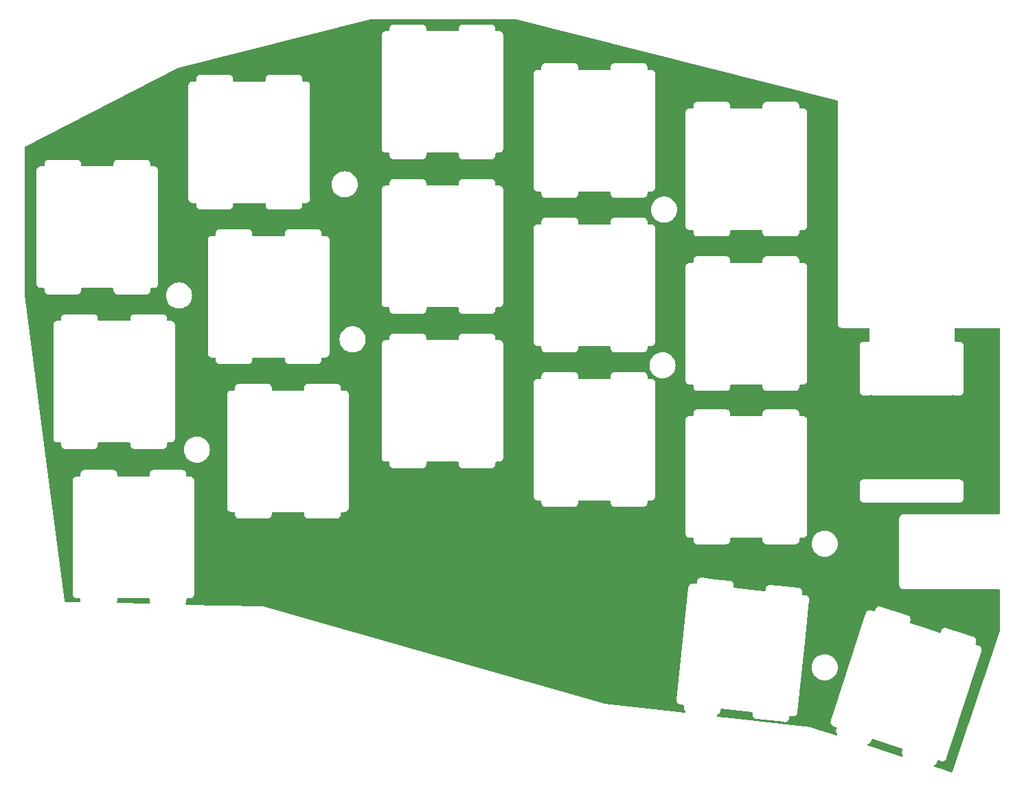
<source format=gbl>
%TF.GenerationSoftware,KiCad,Pcbnew,(6.0.7)*%
%TF.CreationDate,2022-09-24T00:16:50+09:00*%
%TF.ProjectId,selen_plate,73656c65-6e5f-4706-9c61-74652e6b6963,rev?*%
%TF.SameCoordinates,Original*%
%TF.FileFunction,Copper,L2,Bot*%
%TF.FilePolarity,Positive*%
%FSLAX46Y46*%
G04 Gerber Fmt 4.6, Leading zero omitted, Abs format (unit mm)*
G04 Created by KiCad (PCBNEW (6.0.7)) date 2022-09-24 00:16:50*
%MOMM*%
%LPD*%
G01*
G04 APERTURE LIST*
G04 APERTURE END LIST*
%TA.AperFunction,NonConductor*%
G36*
X106722164Y-126745191D02*
G01*
X106768657Y-126798847D01*
X106780043Y-126851189D01*
X106780043Y-127010600D01*
X106780041Y-127011370D01*
X106779567Y-127088944D01*
X106782034Y-127097575D01*
X106787693Y-127117376D01*
X106791271Y-127134138D01*
X106795463Y-127163410D01*
X106799177Y-127171578D01*
X106799177Y-127171579D01*
X106806091Y-127186785D01*
X106812539Y-127204310D01*
X106817128Y-127220368D01*
X106817130Y-127220371D01*
X106819594Y-127228994D01*
X106824170Y-127236246D01*
X106833700Y-127306399D01*
X106803706Y-127370749D01*
X106743683Y-127408667D01*
X106706327Y-127413467D01*
X102868278Y-127328178D01*
X102800618Y-127306667D01*
X102755329Y-127251992D01*
X102746789Y-127181511D01*
X102748584Y-127173875D01*
X102750674Y-127169423D01*
X102755223Y-127140206D01*
X102759006Y-127123491D01*
X102764908Y-127103757D01*
X102764909Y-127103751D01*
X102767479Y-127095157D01*
X102767689Y-127060717D01*
X102767722Y-127059934D01*
X102767893Y-127058837D01*
X102767893Y-127027846D01*
X102767895Y-127027076D01*
X102768345Y-126953438D01*
X102768345Y-126953437D01*
X102768369Y-126949502D01*
X102767985Y-126948158D01*
X102767893Y-126946813D01*
X102767893Y-126851189D01*
X102787895Y-126783068D01*
X102841551Y-126736575D01*
X102893893Y-126725189D01*
X106654043Y-126725189D01*
X106722164Y-126745191D01*
G37*
%TD.AperFunction*%
%TA.AperFunction,NonConductor*%
G36*
X195932861Y-144078997D02*
G01*
X197438043Y-144568060D01*
X199508977Y-145240947D01*
X199567583Y-145281020D01*
X199595220Y-145346417D01*
X199589874Y-145399716D01*
X199559922Y-145491900D01*
X199557933Y-145496972D01*
X199555208Y-145501177D01*
X199552636Y-145509778D01*
X199552634Y-145509782D01*
X199537040Y-145561927D01*
X199535924Y-145565469D01*
X199515950Y-145625688D01*
X199515675Y-145633368D01*
X199513474Y-145640728D01*
X199513419Y-145649702D01*
X199513419Y-145649703D01*
X199513351Y-145660831D01*
X199511496Y-145681614D01*
X199508057Y-145701422D01*
X199509065Y-145710341D01*
X199509065Y-145710349D01*
X199510941Y-145726942D01*
X199511658Y-145745601D01*
X199510740Y-145771253D01*
X199512631Y-145778699D01*
X199512584Y-145786383D01*
X199515051Y-145795013D01*
X199518108Y-145805710D01*
X199522162Y-145826183D01*
X199524420Y-145846157D01*
X199534348Y-145869832D01*
X199540273Y-145887540D01*
X199546594Y-145912429D01*
X199550500Y-145919047D01*
X199552611Y-145926433D01*
X199557401Y-145934025D01*
X199563336Y-145943432D01*
X199572969Y-145961937D01*
X199577273Y-145972199D01*
X199580747Y-145980483D01*
X199596925Y-146000425D01*
X199607581Y-146015757D01*
X199620631Y-146037869D01*
X199619045Y-146038805D01*
X199641847Y-146094319D01*
X199629035Y-146164150D01*
X199580503Y-146215969D01*
X199511660Y-146233323D01*
X199478170Y-146227436D01*
X195341507Y-144905192D01*
X195282712Y-144865400D01*
X195254762Y-144800136D01*
X195266534Y-144730123D01*
X195314290Y-144677587D01*
X195350977Y-144665019D01*
X195350446Y-144662979D01*
X195359128Y-144660718D01*
X195368050Y-144659709D01*
X195375134Y-144656738D01*
X195382741Y-144655649D01*
X195397488Y-144648944D01*
X195418620Y-144641523D01*
X195422111Y-144640636D01*
X195425624Y-144639744D01*
X195425625Y-144639744D01*
X195434321Y-144637535D01*
X195459785Y-144622506D01*
X195475100Y-144614820D01*
X195494096Y-144606854D01*
X195494098Y-144606853D01*
X195502375Y-144603382D01*
X195508343Y-144598540D01*
X195515336Y-144595361D01*
X195522142Y-144589496D01*
X195522146Y-144589494D01*
X195527609Y-144584787D01*
X195545807Y-144571734D01*
X195552031Y-144568060D01*
X195559759Y-144563499D01*
X195579980Y-144541928D01*
X195592525Y-144530251D01*
X195608519Y-144517276D01*
X195608521Y-144517274D01*
X195615493Y-144511618D01*
X195619863Y-144505295D01*
X195625681Y-144500282D01*
X195630561Y-144492752D01*
X195630565Y-144492748D01*
X195634493Y-144486687D01*
X195648301Y-144469045D01*
X195653238Y-144463779D01*
X195653240Y-144463777D01*
X195659375Y-144457232D01*
X195663427Y-144449228D01*
X195663429Y-144449225D01*
X195672731Y-144430850D01*
X195681490Y-144416127D01*
X195698308Y-144391794D01*
X195700727Y-144384502D01*
X195704906Y-144378054D01*
X195723074Y-144317304D01*
X195724198Y-144313737D01*
X195742924Y-144257281D01*
X195744164Y-144253543D01*
X195744214Y-144252145D01*
X195744542Y-144250839D01*
X195774092Y-144159894D01*
X195814166Y-144101288D01*
X195879562Y-144073651D01*
X195932861Y-144078997D01*
G37*
%TD.AperFunction*%
%TA.AperFunction,NonConductor*%
G36*
X151933977Y-55295136D02*
G01*
X191486349Y-65282830D01*
X191547499Y-65318901D01*
X191579441Y-65382307D01*
X191581500Y-65404995D01*
X191581500Y-92874178D01*
X191581498Y-92874948D01*
X191581024Y-92952522D01*
X191584975Y-92966347D01*
X191589150Y-92980954D01*
X191592728Y-92997716D01*
X191596920Y-93026988D01*
X191600634Y-93035156D01*
X191600634Y-93035157D01*
X191607548Y-93050363D01*
X191613996Y-93067887D01*
X191621051Y-93092572D01*
X191625843Y-93100166D01*
X191625844Y-93100169D01*
X191636830Y-93117581D01*
X191644969Y-93132664D01*
X191657208Y-93159583D01*
X191663069Y-93166385D01*
X191673970Y-93179036D01*
X191685073Y-93194040D01*
X191698776Y-93215759D01*
X191705501Y-93221698D01*
X191705504Y-93221702D01*
X191720938Y-93235333D01*
X191732982Y-93247525D01*
X191746427Y-93263128D01*
X191746430Y-93263130D01*
X191752287Y-93269928D01*
X191759816Y-93274808D01*
X191759817Y-93274809D01*
X191773835Y-93283895D01*
X191788709Y-93295186D01*
X191801217Y-93306232D01*
X191807951Y-93312179D01*
X191834711Y-93324743D01*
X191849691Y-93333064D01*
X191866983Y-93344272D01*
X191866988Y-93344274D01*
X191874515Y-93349153D01*
X191883108Y-93351723D01*
X191883113Y-93351725D01*
X191899120Y-93356512D01*
X191916564Y-93363173D01*
X191931676Y-93370268D01*
X191931678Y-93370269D01*
X191939800Y-93374082D01*
X191948667Y-93375463D01*
X191948668Y-93375463D01*
X191958310Y-93376964D01*
X191969017Y-93378631D01*
X191985732Y-93382414D01*
X192005466Y-93388316D01*
X192005472Y-93388317D01*
X192014066Y-93390887D01*
X192023037Y-93390942D01*
X192023038Y-93390942D01*
X192033097Y-93391003D01*
X192048506Y-93391097D01*
X192049289Y-93391130D01*
X192050386Y-93391301D01*
X192081377Y-93391301D01*
X192082147Y-93391303D01*
X192155785Y-93391753D01*
X192155786Y-93391753D01*
X192159721Y-93391777D01*
X192161065Y-93391393D01*
X192162410Y-93391301D01*
X195365500Y-93391301D01*
X195433621Y-93411303D01*
X195480114Y-93464959D01*
X195491500Y-93517301D01*
X195491500Y-94965237D01*
X195471498Y-95033358D01*
X195417842Y-95079851D01*
X195364730Y-95091235D01*
X195336662Y-95091063D01*
X195334214Y-95091048D01*
X195334213Y-95091048D01*
X195330279Y-95091024D01*
X195328935Y-95091408D01*
X195327590Y-95091500D01*
X194808623Y-95091500D01*
X194807853Y-95091498D01*
X194807037Y-95091493D01*
X194730279Y-95091024D01*
X194710878Y-95096569D01*
X194701847Y-95099150D01*
X194685085Y-95102728D01*
X194655813Y-95106920D01*
X194647645Y-95110634D01*
X194647644Y-95110634D01*
X194632438Y-95117548D01*
X194614914Y-95123996D01*
X194590229Y-95131051D01*
X194582635Y-95135843D01*
X194582632Y-95135844D01*
X194565220Y-95146830D01*
X194550137Y-95154969D01*
X194523218Y-95167208D01*
X194516416Y-95173069D01*
X194503765Y-95183970D01*
X194488761Y-95195073D01*
X194467042Y-95208776D01*
X194461103Y-95215501D01*
X194461099Y-95215504D01*
X194447468Y-95230938D01*
X194435276Y-95242982D01*
X194419673Y-95256427D01*
X194419671Y-95256430D01*
X194412873Y-95262287D01*
X194407993Y-95269816D01*
X194407992Y-95269817D01*
X194398906Y-95283835D01*
X194387615Y-95298709D01*
X194376569Y-95311217D01*
X194370622Y-95317951D01*
X194359332Y-95341998D01*
X194358058Y-95344711D01*
X194349737Y-95359691D01*
X194338529Y-95376983D01*
X194338527Y-95376988D01*
X194333648Y-95384515D01*
X194331078Y-95393108D01*
X194331076Y-95393113D01*
X194326289Y-95409120D01*
X194319628Y-95426564D01*
X194315833Y-95434647D01*
X194308719Y-95449800D01*
X194307338Y-95458667D01*
X194307338Y-95458668D01*
X194304170Y-95479015D01*
X194300387Y-95495732D01*
X194294485Y-95515466D01*
X194294484Y-95515472D01*
X194291914Y-95524066D01*
X194291795Y-95543631D01*
X194291704Y-95558497D01*
X194291671Y-95559289D01*
X194291500Y-95560386D01*
X194291500Y-95591377D01*
X194291498Y-95592147D01*
X194291435Y-95602539D01*
X194291024Y-95669721D01*
X194291408Y-95671065D01*
X194291500Y-95672410D01*
X194291500Y-101191377D01*
X194291498Y-101192147D01*
X194291024Y-101269721D01*
X194297415Y-101292082D01*
X194299150Y-101298153D01*
X194302728Y-101314915D01*
X194306920Y-101344187D01*
X194310634Y-101352355D01*
X194310634Y-101352356D01*
X194317548Y-101367562D01*
X194323996Y-101385086D01*
X194331051Y-101409771D01*
X194335843Y-101417365D01*
X194335844Y-101417368D01*
X194346830Y-101434780D01*
X194354969Y-101449863D01*
X194367208Y-101476782D01*
X194377950Y-101489248D01*
X194383970Y-101496235D01*
X194395073Y-101511239D01*
X194408776Y-101532958D01*
X194415501Y-101538897D01*
X194415504Y-101538901D01*
X194430938Y-101552532D01*
X194442982Y-101564724D01*
X194456427Y-101580327D01*
X194456430Y-101580329D01*
X194462287Y-101587127D01*
X194469816Y-101592007D01*
X194469817Y-101592008D01*
X194483835Y-101601094D01*
X194498709Y-101612385D01*
X194511217Y-101623431D01*
X194517951Y-101629378D01*
X194544711Y-101641942D01*
X194559691Y-101650263D01*
X194576983Y-101661471D01*
X194576988Y-101661473D01*
X194584515Y-101666352D01*
X194593108Y-101668922D01*
X194593113Y-101668924D01*
X194609120Y-101673711D01*
X194626564Y-101680372D01*
X194641676Y-101687467D01*
X194641678Y-101687468D01*
X194649800Y-101691281D01*
X194658667Y-101692662D01*
X194658668Y-101692662D01*
X194661353Y-101693080D01*
X194679017Y-101695830D01*
X194695732Y-101699613D01*
X194715466Y-101705515D01*
X194715472Y-101705516D01*
X194724066Y-101708086D01*
X194733037Y-101708141D01*
X194733038Y-101708141D01*
X194743097Y-101708202D01*
X194758506Y-101708296D01*
X194759289Y-101708329D01*
X194760386Y-101708500D01*
X194791377Y-101708500D01*
X194792147Y-101708502D01*
X194865785Y-101708952D01*
X194865786Y-101708952D01*
X194869721Y-101708976D01*
X194871065Y-101708592D01*
X194872410Y-101708500D01*
X195391377Y-101708500D01*
X195392148Y-101708502D01*
X195469721Y-101708976D01*
X195498152Y-101700850D01*
X195514915Y-101697272D01*
X195515753Y-101697152D01*
X195544187Y-101693080D01*
X195567564Y-101682451D01*
X195585087Y-101676004D01*
X195609771Y-101668949D01*
X195617368Y-101664156D01*
X195632197Y-101654799D01*
X195700482Y-101635363D01*
X195767968Y-101655627D01*
X195784515Y-101666352D01*
X195793108Y-101668922D01*
X195793113Y-101668924D01*
X195809120Y-101673711D01*
X195826564Y-101680372D01*
X195841676Y-101687467D01*
X195841678Y-101687468D01*
X195849800Y-101691281D01*
X195858667Y-101692662D01*
X195858668Y-101692662D01*
X195861353Y-101693080D01*
X195879017Y-101695830D01*
X195895732Y-101699613D01*
X195915466Y-101705515D01*
X195915472Y-101705516D01*
X195924066Y-101708086D01*
X195933037Y-101708141D01*
X195933038Y-101708141D01*
X195943097Y-101708202D01*
X195958506Y-101708296D01*
X195959289Y-101708329D01*
X195960386Y-101708500D01*
X195991377Y-101708500D01*
X195992147Y-101708502D01*
X196065785Y-101708952D01*
X196065786Y-101708952D01*
X196069721Y-101708976D01*
X196071065Y-101708592D01*
X196072410Y-101708500D01*
X205491377Y-101708500D01*
X205492148Y-101708502D01*
X205569721Y-101708976D01*
X205598152Y-101700850D01*
X205614915Y-101697272D01*
X205615753Y-101697152D01*
X205644187Y-101693080D01*
X205667564Y-101682451D01*
X205685087Y-101676004D01*
X205701140Y-101671416D01*
X205709771Y-101668949D01*
X205710344Y-101670953D01*
X205768955Y-101662987D01*
X205786167Y-101666846D01*
X205809121Y-101673711D01*
X205826564Y-101680372D01*
X205841676Y-101687467D01*
X205841678Y-101687468D01*
X205849800Y-101691281D01*
X205858667Y-101692662D01*
X205858668Y-101692662D01*
X205861353Y-101693080D01*
X205879017Y-101695830D01*
X205895732Y-101699613D01*
X205915466Y-101705515D01*
X205915472Y-101705516D01*
X205924066Y-101708086D01*
X205933037Y-101708141D01*
X205933038Y-101708141D01*
X205943097Y-101708202D01*
X205958506Y-101708296D01*
X205959289Y-101708329D01*
X205960386Y-101708500D01*
X205991377Y-101708500D01*
X205992147Y-101708502D01*
X206065785Y-101708952D01*
X206065786Y-101708952D01*
X206069721Y-101708976D01*
X206071065Y-101708592D01*
X206072410Y-101708500D01*
X206591377Y-101708500D01*
X206592148Y-101708502D01*
X206669721Y-101708976D01*
X206698152Y-101700850D01*
X206714915Y-101697272D01*
X206715753Y-101697152D01*
X206744187Y-101693080D01*
X206767564Y-101682451D01*
X206785087Y-101676004D01*
X206809771Y-101668949D01*
X206817365Y-101664157D01*
X206817368Y-101664156D01*
X206834780Y-101653170D01*
X206849865Y-101645030D01*
X206850589Y-101644701D01*
X206876782Y-101632792D01*
X206896235Y-101616030D01*
X206911239Y-101604927D01*
X206932958Y-101591224D01*
X206938897Y-101584499D01*
X206938901Y-101584496D01*
X206952532Y-101569062D01*
X206964724Y-101557018D01*
X206980327Y-101543573D01*
X206980329Y-101543570D01*
X206987127Y-101537713D01*
X207001094Y-101516165D01*
X207012385Y-101501291D01*
X207023431Y-101488783D01*
X207023432Y-101488782D01*
X207029378Y-101482049D01*
X207041943Y-101455287D01*
X207050263Y-101440309D01*
X207061471Y-101423017D01*
X207061473Y-101423012D01*
X207066352Y-101415485D01*
X207068922Y-101406892D01*
X207068924Y-101406887D01*
X207073711Y-101390880D01*
X207080372Y-101373436D01*
X207087467Y-101358324D01*
X207087468Y-101358322D01*
X207091281Y-101350200D01*
X207095830Y-101320983D01*
X207099613Y-101304268D01*
X207105515Y-101284534D01*
X207105516Y-101284528D01*
X207108086Y-101275934D01*
X207108296Y-101241494D01*
X207108329Y-101240711D01*
X207108500Y-101239614D01*
X207108500Y-101208623D01*
X207108502Y-101207853D01*
X207108952Y-101134215D01*
X207108952Y-101134214D01*
X207108976Y-101130279D01*
X207108592Y-101128935D01*
X207108500Y-101127590D01*
X207108500Y-95608623D01*
X207108502Y-95607853D01*
X207108542Y-95601302D01*
X207108976Y-95530279D01*
X207102211Y-95506609D01*
X207100850Y-95501847D01*
X207097272Y-95485085D01*
X207097227Y-95484768D01*
X207093080Y-95455813D01*
X207082451Y-95432436D01*
X207076004Y-95414913D01*
X207068949Y-95390229D01*
X207062097Y-95379369D01*
X207053170Y-95365220D01*
X207045030Y-95350135D01*
X207042564Y-95344711D01*
X207032792Y-95323218D01*
X207016030Y-95303765D01*
X207004927Y-95288761D01*
X206991224Y-95267042D01*
X206984499Y-95261103D01*
X206984496Y-95261099D01*
X206969062Y-95247468D01*
X206957018Y-95235276D01*
X206943573Y-95219673D01*
X206943570Y-95219671D01*
X206937713Y-95212873D01*
X206924009Y-95203990D01*
X206916165Y-95198906D01*
X206901291Y-95187615D01*
X206888783Y-95176569D01*
X206888782Y-95176568D01*
X206882049Y-95170622D01*
X206855287Y-95158057D01*
X206840309Y-95149737D01*
X206823017Y-95138529D01*
X206823012Y-95138527D01*
X206815485Y-95133648D01*
X206806892Y-95131078D01*
X206806887Y-95131076D01*
X206790880Y-95126289D01*
X206773436Y-95119628D01*
X206758324Y-95112533D01*
X206758322Y-95112532D01*
X206750200Y-95108719D01*
X206741333Y-95107338D01*
X206741332Y-95107338D01*
X206730478Y-95105648D01*
X206720983Y-95104170D01*
X206704268Y-95100387D01*
X206684534Y-95094485D01*
X206684528Y-95094484D01*
X206675934Y-95091914D01*
X206666963Y-95091859D01*
X206666962Y-95091859D01*
X206656903Y-95091798D01*
X206641494Y-95091704D01*
X206640711Y-95091671D01*
X206639614Y-95091500D01*
X206608623Y-95091500D01*
X206607853Y-95091498D01*
X206534215Y-95091048D01*
X206534214Y-95091048D01*
X206530279Y-95091024D01*
X206528935Y-95091408D01*
X206527590Y-95091500D01*
X206134500Y-95091500D01*
X206066379Y-95071498D01*
X206019886Y-95017842D01*
X206008500Y-94965500D01*
X206008500Y-93517301D01*
X206028502Y-93449180D01*
X206082158Y-93402687D01*
X206134500Y-93391301D01*
X211455500Y-93391301D01*
X211523621Y-93411303D01*
X211570114Y-93464959D01*
X211581500Y-93517301D01*
X211581500Y-116265500D01*
X211561498Y-116333621D01*
X211507842Y-116380114D01*
X211455500Y-116391500D01*
X199708623Y-116391500D01*
X199707853Y-116391498D01*
X199707037Y-116391493D01*
X199630279Y-116391024D01*
X199607918Y-116397415D01*
X199601847Y-116399150D01*
X199585085Y-116402728D01*
X199555813Y-116406920D01*
X199547645Y-116410634D01*
X199547644Y-116410634D01*
X199532438Y-116417548D01*
X199514914Y-116423996D01*
X199490229Y-116431051D01*
X199482635Y-116435843D01*
X199482632Y-116435844D01*
X199465220Y-116446830D01*
X199450137Y-116454969D01*
X199423218Y-116467208D01*
X199416416Y-116473069D01*
X199403765Y-116483970D01*
X199388761Y-116495073D01*
X199367042Y-116508776D01*
X199361103Y-116515501D01*
X199361099Y-116515504D01*
X199347468Y-116530938D01*
X199335276Y-116542982D01*
X199319673Y-116556427D01*
X199319671Y-116556430D01*
X199312873Y-116562287D01*
X199307993Y-116569816D01*
X199307992Y-116569817D01*
X199298906Y-116583835D01*
X199287615Y-116598709D01*
X199276569Y-116611217D01*
X199270622Y-116617951D01*
X199261086Y-116638262D01*
X199258058Y-116644711D01*
X199249737Y-116659691D01*
X199238529Y-116676983D01*
X199238527Y-116676988D01*
X199233648Y-116684515D01*
X199231078Y-116693108D01*
X199231076Y-116693113D01*
X199226289Y-116709120D01*
X199219628Y-116726564D01*
X199213324Y-116739991D01*
X199208719Y-116749800D01*
X199207338Y-116758667D01*
X199207338Y-116758668D01*
X199204170Y-116779015D01*
X199200387Y-116795732D01*
X199194485Y-116815466D01*
X199194484Y-116815472D01*
X199191914Y-116824066D01*
X199191859Y-116833037D01*
X199191859Y-116833038D01*
X199191704Y-116858497D01*
X199191671Y-116859289D01*
X199191500Y-116860386D01*
X199191500Y-116891377D01*
X199191499Y-116891925D01*
X199191024Y-116969721D01*
X199191408Y-116971065D01*
X199191500Y-116972410D01*
X199191500Y-125091377D01*
X199191498Y-125092147D01*
X199191024Y-125169721D01*
X199195778Y-125186354D01*
X199199150Y-125198153D01*
X199202728Y-125214915D01*
X199206920Y-125244187D01*
X199210634Y-125252355D01*
X199210634Y-125252356D01*
X199217548Y-125267562D01*
X199223996Y-125285086D01*
X199231051Y-125309771D01*
X199235843Y-125317365D01*
X199235844Y-125317368D01*
X199246830Y-125334780D01*
X199254969Y-125349863D01*
X199267208Y-125376782D01*
X199273069Y-125383584D01*
X199283970Y-125396235D01*
X199295073Y-125411239D01*
X199308776Y-125432958D01*
X199315501Y-125438897D01*
X199315504Y-125438901D01*
X199330938Y-125452532D01*
X199342982Y-125464724D01*
X199356427Y-125480327D01*
X199356430Y-125480329D01*
X199362287Y-125487127D01*
X199369816Y-125492007D01*
X199369817Y-125492008D01*
X199383835Y-125501094D01*
X199398709Y-125512385D01*
X199406040Y-125518859D01*
X199417951Y-125529378D01*
X199441955Y-125540648D01*
X199444711Y-125541942D01*
X199459691Y-125550263D01*
X199476983Y-125561471D01*
X199476988Y-125561473D01*
X199484515Y-125566352D01*
X199493108Y-125568922D01*
X199493113Y-125568924D01*
X199509120Y-125573711D01*
X199526564Y-125580372D01*
X199541676Y-125587467D01*
X199541678Y-125587468D01*
X199549800Y-125591281D01*
X199558667Y-125592662D01*
X199558668Y-125592662D01*
X199568310Y-125594163D01*
X199579017Y-125595830D01*
X199595732Y-125599613D01*
X199615466Y-125605515D01*
X199615472Y-125605516D01*
X199624066Y-125608086D01*
X199633037Y-125608141D01*
X199633038Y-125608141D01*
X199643097Y-125608202D01*
X199658506Y-125608296D01*
X199659289Y-125608329D01*
X199660386Y-125608500D01*
X199691377Y-125608500D01*
X199692147Y-125608502D01*
X199765785Y-125608952D01*
X199765786Y-125608952D01*
X199769721Y-125608976D01*
X199771065Y-125608592D01*
X199772410Y-125608500D01*
X211455500Y-125608500D01*
X211523621Y-125628502D01*
X211570114Y-125682158D01*
X211581500Y-125734500D01*
X211581500Y-130705661D01*
X211574865Y-130746009D01*
X205723133Y-148057384D01*
X205712118Y-148089970D01*
X205671355Y-148148098D01*
X205605637Y-148174961D01*
X205554391Y-148169639D01*
X204491432Y-147829875D01*
X203521727Y-147519918D01*
X203462931Y-147480125D01*
X203434981Y-147414861D01*
X203446753Y-147344848D01*
X203494509Y-147292312D01*
X203507957Y-147285191D01*
X203509253Y-147284602D01*
X203530367Y-147277189D01*
X203546068Y-147273201D01*
X203571533Y-147258171D01*
X203586849Y-147250484D01*
X203614121Y-147239048D01*
X203620088Y-147234208D01*
X203627083Y-147231027D01*
X203633881Y-147225170D01*
X203633885Y-147225167D01*
X203639356Y-147220453D01*
X203657554Y-147207400D01*
X203663778Y-147203726D01*
X203671506Y-147199165D01*
X203677641Y-147192621D01*
X203677643Y-147192619D01*
X203691729Y-147177592D01*
X203704274Y-147165914D01*
X203720267Y-147152940D01*
X203727239Y-147147284D01*
X203731608Y-147140963D01*
X203737428Y-147135948D01*
X203742950Y-147127428D01*
X203746240Y-147122353D01*
X203760048Y-147104711D01*
X203764981Y-147099449D01*
X203764982Y-147099448D01*
X203771122Y-147092898D01*
X203775177Y-147084888D01*
X203775180Y-147084884D01*
X203784481Y-147066512D01*
X203793241Y-147051787D01*
X203804954Y-147034839D01*
X203810054Y-147027460D01*
X203812472Y-147020171D01*
X203816653Y-147013720D01*
X203823175Y-146991914D01*
X203834824Y-146952960D01*
X203835948Y-146949393D01*
X203854671Y-146892945D01*
X203855911Y-146889208D01*
X203855961Y-146887812D01*
X203856289Y-146886507D01*
X203875794Y-146826476D01*
X203885839Y-146795560D01*
X203925912Y-146736955D01*
X203991308Y-146709317D01*
X204044608Y-146714663D01*
X204327118Y-146806456D01*
X204341730Y-146812234D01*
X204363935Y-146822659D01*
X204363938Y-146822660D01*
X204372066Y-146826476D01*
X204380936Y-146827857D01*
X204391932Y-146829569D01*
X204412206Y-146834474D01*
X204431293Y-146840805D01*
X204445539Y-146841315D01*
X204460841Y-146841863D01*
X204477885Y-146843639D01*
X204498178Y-146847162D01*
X204498180Y-146847162D01*
X204507026Y-146848698D01*
X204515945Y-146847690D01*
X204515953Y-146847690D01*
X204532546Y-146845814D01*
X204551205Y-146845097D01*
X204555508Y-146845251D01*
X204567882Y-146845694D01*
X204567883Y-146845694D01*
X204576857Y-146846015D01*
X204593206Y-146841863D01*
X204605520Y-146838736D01*
X204622378Y-146835657D01*
X204651761Y-146832335D01*
X204658845Y-146829365D01*
X204666453Y-146828275D01*
X204681200Y-146821570D01*
X204702332Y-146814149D01*
X204718033Y-146810161D01*
X204743498Y-146795131D01*
X204758814Y-146787444D01*
X204786086Y-146776008D01*
X204792053Y-146771168D01*
X204799048Y-146767987D01*
X204805846Y-146762130D01*
X204805850Y-146762127D01*
X204811321Y-146757413D01*
X204829519Y-146744360D01*
X204835743Y-146740686D01*
X204843471Y-146736125D01*
X204849606Y-146729581D01*
X204849608Y-146729579D01*
X204863695Y-146714551D01*
X204876240Y-146702873D01*
X204892232Y-146689900D01*
X204899204Y-146684244D01*
X204903572Y-146677923D01*
X204909393Y-146672908D01*
X204918205Y-146659313D01*
X204932009Y-146641677D01*
X204936951Y-146636405D01*
X204936952Y-146636404D01*
X204943088Y-146629858D01*
X204947139Y-146621856D01*
X204947141Y-146621853D01*
X204956446Y-146603471D01*
X204965209Y-146588742D01*
X204976914Y-146571806D01*
X204976915Y-146571804D01*
X204982019Y-146564419D01*
X204984436Y-146557132D01*
X204988618Y-146550680D01*
X205006786Y-146489928D01*
X205007908Y-146486369D01*
X205026635Y-146429910D01*
X205026636Y-146429907D01*
X205027876Y-146426168D01*
X205027926Y-146424771D01*
X205028255Y-146423462D01*
X209320205Y-133214183D01*
X209320445Y-133213451D01*
X209342077Y-133148234D01*
X209342077Y-133148232D01*
X209344903Y-133139713D01*
X209345961Y-133110164D01*
X209347737Y-133093120D01*
X209351260Y-133072827D01*
X209351260Y-133072825D01*
X209352796Y-133063979D01*
X209351788Y-133055060D01*
X209351788Y-133055052D01*
X209349912Y-133038459D01*
X209349195Y-133019798D01*
X209349792Y-133003124D01*
X209349792Y-133003123D01*
X209350113Y-132994149D01*
X209342834Y-132965488D01*
X209339755Y-132948628D01*
X209337442Y-132928168D01*
X209337442Y-132928167D01*
X209336433Y-132919244D01*
X209326506Y-132895571D01*
X209320578Y-132877855D01*
X209316469Y-132861674D01*
X209316468Y-132861672D01*
X209314259Y-132852973D01*
X209299230Y-132827509D01*
X209291544Y-132812194D01*
X209283578Y-132793198D01*
X209283577Y-132793196D01*
X209280106Y-132784919D01*
X209263928Y-132764977D01*
X209253272Y-132749645D01*
X209244785Y-132735264D01*
X209244784Y-132735262D01*
X209240223Y-132727535D01*
X209233675Y-132721397D01*
X209233673Y-132721394D01*
X209218648Y-132707309D01*
X209206976Y-132694770D01*
X209188342Y-132671801D01*
X209167214Y-132657198D01*
X209152686Y-132645475D01*
X209140503Y-132634054D01*
X209140502Y-132634053D01*
X209133957Y-132627918D01*
X209125955Y-132623867D01*
X209125952Y-132623865D01*
X209107574Y-132614562D01*
X209092843Y-132605798D01*
X209075900Y-132594088D01*
X209068518Y-132588986D01*
X209035838Y-132578146D01*
X209035097Y-132577871D01*
X209034104Y-132577368D01*
X209004487Y-132567745D01*
X209003828Y-132567529D01*
X208990219Y-132563015D01*
X208930266Y-132543129D01*
X208928870Y-132543079D01*
X208927565Y-132542751D01*
X208675906Y-132460982D01*
X208617300Y-132420909D01*
X208589663Y-132355512D01*
X208595009Y-132302214D01*
X208631345Y-132190380D01*
X208633337Y-132185297D01*
X208636062Y-132181093D01*
X208638634Y-132172492D01*
X208638636Y-132172488D01*
X208654230Y-132120343D01*
X208655354Y-132116776D01*
X208675320Y-132056582D01*
X208675595Y-132048902D01*
X208677796Y-132041542D01*
X208677919Y-132021439D01*
X208679774Y-132000656D01*
X208681677Y-131989694D01*
X208683213Y-131980848D01*
X208682205Y-131971929D01*
X208682205Y-131971921D01*
X208680329Y-131955328D01*
X208679612Y-131936668D01*
X208680209Y-131919989D01*
X208680530Y-131911017D01*
X208678639Y-131903571D01*
X208678686Y-131895887D01*
X208673162Y-131876559D01*
X208669108Y-131856087D01*
X208667859Y-131845035D01*
X208667858Y-131845032D01*
X208666850Y-131836113D01*
X208656921Y-131812434D01*
X208650997Y-131794730D01*
X208646885Y-131778540D01*
X208644676Y-131769841D01*
X208640770Y-131763223D01*
X208638659Y-131755837D01*
X208627933Y-131738837D01*
X208618298Y-131720328D01*
X208613995Y-131710066D01*
X208613993Y-131710062D01*
X208610523Y-131701788D01*
X208594346Y-131681846D01*
X208583694Y-131666520D01*
X208575200Y-131652129D01*
X208570640Y-131644403D01*
X208565034Y-131639147D01*
X208560934Y-131632650D01*
X208545863Y-131619340D01*
X208531422Y-131604280D01*
X208518759Y-131588670D01*
X208497636Y-131574071D01*
X208483105Y-131562346D01*
X208478675Y-131558194D01*
X208464373Y-131544787D01*
X208457519Y-131541317D01*
X208451759Y-131536230D01*
X208433553Y-131527682D01*
X208415474Y-131517287D01*
X208398934Y-131505855D01*
X208366275Y-131495022D01*
X208365511Y-131494738D01*
X208364521Y-131494237D01*
X208361676Y-131493312D01*
X208357839Y-131491886D01*
X208356183Y-131491202D01*
X208350737Y-131488800D01*
X208343902Y-131485591D01*
X208319910Y-131474327D01*
X208311043Y-131472946D01*
X208311039Y-131472945D01*
X208300041Y-131471232D01*
X208279769Y-131466329D01*
X208260683Y-131459998D01*
X208259285Y-131459948D01*
X208257990Y-131459623D01*
X206061715Y-130746010D01*
X205036117Y-130412773D01*
X205021505Y-130406995D01*
X204999295Y-130396568D01*
X204999294Y-130396568D01*
X204991169Y-130392753D01*
X204982305Y-130391373D01*
X204982302Y-130391372D01*
X204971311Y-130389661D01*
X204951027Y-130384754D01*
X204940464Y-130381250D01*
X204940462Y-130381250D01*
X204931943Y-130378424D01*
X204916848Y-130377884D01*
X204902394Y-130377366D01*
X204885350Y-130375590D01*
X204865057Y-130372067D01*
X204865055Y-130372067D01*
X204856209Y-130370531D01*
X204847290Y-130371539D01*
X204847282Y-130371539D01*
X204830689Y-130373415D01*
X204812030Y-130374132D01*
X204807727Y-130373978D01*
X204795353Y-130373535D01*
X204795352Y-130373535D01*
X204786378Y-130373214D01*
X204777672Y-130375425D01*
X204757715Y-130380493D01*
X204740858Y-130383572D01*
X204711474Y-130386894D01*
X204704390Y-130389864D01*
X204696782Y-130390954D01*
X204688612Y-130394669D01*
X204688611Y-130394669D01*
X204682035Y-130397659D01*
X204660903Y-130405080D01*
X204657412Y-130405967D01*
X204653899Y-130406859D01*
X204653898Y-130406859D01*
X204645202Y-130409068D01*
X204637474Y-130413629D01*
X204637472Y-130413630D01*
X204619736Y-130424098D01*
X204604423Y-130431784D01*
X204577148Y-130443221D01*
X204571180Y-130448063D01*
X204564187Y-130451242D01*
X204557381Y-130457107D01*
X204557377Y-130457109D01*
X204551914Y-130461816D01*
X204533716Y-130474869D01*
X204519764Y-130483104D01*
X204513628Y-130489650D01*
X204499545Y-130504673D01*
X204486998Y-130516352D01*
X204471004Y-130529327D01*
X204471002Y-130529329D01*
X204464030Y-130534985D01*
X204459660Y-130541308D01*
X204453842Y-130546321D01*
X204448962Y-130553851D01*
X204448958Y-130553855D01*
X204445030Y-130559916D01*
X204431222Y-130577558D01*
X204426285Y-130582824D01*
X204426283Y-130582826D01*
X204420148Y-130589371D01*
X204416096Y-130597375D01*
X204416094Y-130597378D01*
X204406792Y-130615753D01*
X204398033Y-130630476D01*
X204381215Y-130654809D01*
X204378796Y-130662101D01*
X204374617Y-130668549D01*
X204372045Y-130677148D01*
X204372045Y-130677149D01*
X204356449Y-130729299D01*
X204355333Y-130732841D01*
X204335359Y-130793060D01*
X204335309Y-130794458D01*
X204334981Y-130795764D01*
X204299043Y-130906370D01*
X204258970Y-130964976D01*
X204193573Y-130992613D01*
X204140274Y-130987267D01*
X204071670Y-130964976D01*
X202265461Y-130378103D01*
X200564158Y-129825316D01*
X200505552Y-129785243D01*
X200477915Y-129719846D01*
X200483261Y-129666547D01*
X200519598Y-129554714D01*
X200521590Y-129549631D01*
X200524315Y-129545426D01*
X200542486Y-129484666D01*
X200543610Y-129481099D01*
X200560748Y-129429431D01*
X200563573Y-129420914D01*
X200563848Y-129413235D01*
X200566049Y-129405875D01*
X200566172Y-129385772D01*
X200568027Y-129364989D01*
X200569930Y-129354027D01*
X200571466Y-129345181D01*
X200570458Y-129336262D01*
X200570458Y-129336254D01*
X200568582Y-129319661D01*
X200567865Y-129301001D01*
X200568462Y-129284322D01*
X200568783Y-129275350D01*
X200566892Y-129267904D01*
X200566939Y-129260220D01*
X200561415Y-129240892D01*
X200557361Y-129220420D01*
X200556112Y-129209368D01*
X200556111Y-129209365D01*
X200555103Y-129200446D01*
X200545174Y-129176767D01*
X200539250Y-129159063D01*
X200535138Y-129142873D01*
X200532929Y-129134174D01*
X200529023Y-129127556D01*
X200526912Y-129120170D01*
X200516187Y-129103171D01*
X200506554Y-129084666D01*
X200502249Y-129074400D01*
X200502246Y-129074396D01*
X200498776Y-129066120D01*
X200482590Y-129046168D01*
X200471939Y-129030841D01*
X200458892Y-129008736D01*
X200453288Y-129003483D01*
X200449187Y-128996983D01*
X200434120Y-128983676D01*
X200419683Y-128968622D01*
X200407012Y-128953002D01*
X200399628Y-128947899D01*
X200399624Y-128947895D01*
X200385890Y-128938404D01*
X200371355Y-128926676D01*
X200352626Y-128909119D01*
X200345770Y-128905648D01*
X200340012Y-128900563D01*
X200331885Y-128896748D01*
X200331883Y-128896746D01*
X200321821Y-128892022D01*
X200303730Y-128881619D01*
X200294578Y-128875293D01*
X200294570Y-128875289D01*
X200287188Y-128870187D01*
X200254519Y-128859351D01*
X200253755Y-128859068D01*
X200252773Y-128858570D01*
X200249936Y-128857648D01*
X200246129Y-128856233D01*
X200244493Y-128855558D01*
X200239002Y-128853138D01*
X200216292Y-128842476D01*
X200216289Y-128842475D01*
X200208163Y-128838660D01*
X200188306Y-128835568D01*
X200168021Y-128830661D01*
X200152678Y-128825572D01*
X200152680Y-128825572D01*
X200148937Y-128824331D01*
X200147539Y-128824281D01*
X200146230Y-128823952D01*
X196924369Y-127777107D01*
X196909757Y-127771329D01*
X196887550Y-127760903D01*
X196887547Y-127760902D01*
X196879421Y-127757087D01*
X196870553Y-127755706D01*
X196870546Y-127755704D01*
X196859552Y-127753992D01*
X196839280Y-127749089D01*
X196820194Y-127742758D01*
X196802759Y-127742134D01*
X196790647Y-127741700D01*
X196773604Y-127739924D01*
X196753311Y-127736401D01*
X196753307Y-127736401D01*
X196744461Y-127734865D01*
X196735537Y-127735874D01*
X196718943Y-127737750D01*
X196700282Y-127738467D01*
X196683606Y-127737870D01*
X196683604Y-127737870D01*
X196674630Y-127737549D01*
X196645971Y-127744827D01*
X196629118Y-127747905D01*
X196599726Y-127751228D01*
X196592642Y-127754198D01*
X196585034Y-127755288D01*
X196576865Y-127759002D01*
X196576863Y-127759003D01*
X196570285Y-127761994D01*
X196549142Y-127769419D01*
X196542156Y-127771193D01*
X196542155Y-127771193D01*
X196533454Y-127773403D01*
X196517220Y-127782985D01*
X196507998Y-127788428D01*
X196492679Y-127796115D01*
X196473682Y-127804081D01*
X196473676Y-127804085D01*
X196465400Y-127807555D01*
X196459432Y-127812397D01*
X196452439Y-127815576D01*
X196445634Y-127821440D01*
X196445632Y-127821441D01*
X196440164Y-127826153D01*
X196421964Y-127839207D01*
X196408016Y-127847439D01*
X196401874Y-127853991D01*
X196387797Y-127869007D01*
X196375254Y-127880683D01*
X196352282Y-127899319D01*
X196347912Y-127905642D01*
X196342094Y-127910655D01*
X196337212Y-127918187D01*
X196337211Y-127918188D01*
X196333281Y-127924252D01*
X196319477Y-127941888D01*
X196308399Y-127953706D01*
X196304345Y-127961714D01*
X196295045Y-127980084D01*
X196286284Y-127994809D01*
X196269467Y-128019143D01*
X196267048Y-128026435D01*
X196262869Y-128032883D01*
X196260297Y-128041482D01*
X196260297Y-128041483D01*
X196244701Y-128093633D01*
X196243585Y-128097175D01*
X196223611Y-128157394D01*
X196223561Y-128158794D01*
X196223235Y-128160094D01*
X196190350Y-128261303D01*
X196187296Y-128270703D01*
X196147223Y-128329309D01*
X196081826Y-128356946D01*
X196028527Y-128351600D01*
X195747985Y-128260446D01*
X195733373Y-128254668D01*
X195711163Y-128244241D01*
X195711162Y-128244241D01*
X195703037Y-128240426D01*
X195694173Y-128239046D01*
X195694170Y-128239045D01*
X195683179Y-128237334D01*
X195662895Y-128232427D01*
X195652332Y-128228923D01*
X195652330Y-128228923D01*
X195643811Y-128226097D01*
X195628716Y-128225557D01*
X195614262Y-128225039D01*
X195597218Y-128223263D01*
X195576925Y-128219740D01*
X195576923Y-128219740D01*
X195568077Y-128218204D01*
X195559158Y-128219212D01*
X195559150Y-128219212D01*
X195542557Y-128221088D01*
X195523898Y-128221805D01*
X195519595Y-128221651D01*
X195507221Y-128221208D01*
X195507220Y-128221208D01*
X195498246Y-128220887D01*
X195489540Y-128223098D01*
X195469583Y-128228166D01*
X195452726Y-128231245D01*
X195423342Y-128234567D01*
X195416258Y-128237537D01*
X195408650Y-128238627D01*
X195400480Y-128242342D01*
X195400479Y-128242342D01*
X195393903Y-128245332D01*
X195372771Y-128252753D01*
X195369280Y-128253640D01*
X195365767Y-128254532D01*
X195365766Y-128254532D01*
X195357070Y-128256741D01*
X195349342Y-128261302D01*
X195349340Y-128261303D01*
X195331604Y-128271771D01*
X195316291Y-128279457D01*
X195289016Y-128290894D01*
X195283048Y-128295736D01*
X195276055Y-128298915D01*
X195269249Y-128304780D01*
X195269245Y-128304782D01*
X195263782Y-128309489D01*
X195245584Y-128322542D01*
X195231632Y-128330777D01*
X195225496Y-128337323D01*
X195211413Y-128352346D01*
X195198866Y-128364025D01*
X195182872Y-128377000D01*
X195182870Y-128377002D01*
X195175898Y-128382658D01*
X195171528Y-128388981D01*
X195165710Y-128393994D01*
X195160830Y-128401524D01*
X195160826Y-128401528D01*
X195156898Y-128407589D01*
X195143090Y-128425231D01*
X195138153Y-128430497D01*
X195138151Y-128430499D01*
X195132016Y-128437044D01*
X195127964Y-128445048D01*
X195127962Y-128445051D01*
X195118660Y-128463426D01*
X195109901Y-128478149D01*
X195093083Y-128502482D01*
X195090664Y-128509774D01*
X195086485Y-128516222D01*
X195083913Y-128524821D01*
X195083913Y-128524822D01*
X195068317Y-128576972D01*
X195067201Y-128580514D01*
X195047227Y-128640733D01*
X195047177Y-128642130D01*
X195046849Y-128643435D01*
X193575165Y-133172814D01*
X190778322Y-141780616D01*
X190774171Y-141793390D01*
X190772179Y-141798473D01*
X190769454Y-141802678D01*
X190766881Y-141811282D01*
X190766880Y-141811284D01*
X190751286Y-141863428D01*
X190750170Y-141866970D01*
X190730196Y-141927189D01*
X190729921Y-141934869D01*
X190727720Y-141942229D01*
X190727665Y-141951203D01*
X190727665Y-141951204D01*
X190727597Y-141962332D01*
X190725742Y-141983115D01*
X190725185Y-141986324D01*
X190722303Y-142002923D01*
X190723311Y-142011842D01*
X190723311Y-142011850D01*
X190725187Y-142028443D01*
X190725904Y-142047102D01*
X190724986Y-142072754D01*
X190726877Y-142080200D01*
X190726830Y-142087884D01*
X190729297Y-142096514D01*
X190732354Y-142107211D01*
X190736408Y-142127684D01*
X190738666Y-142147658D01*
X190748594Y-142171333D01*
X190754519Y-142189041D01*
X190760840Y-142213930D01*
X190764746Y-142220548D01*
X190766857Y-142227934D01*
X190771647Y-142235526D01*
X190777582Y-142244933D01*
X190787215Y-142263438D01*
X190791519Y-142273700D01*
X190794993Y-142281984D01*
X190811171Y-142301926D01*
X190821825Y-142317256D01*
X190834876Y-142339368D01*
X190840482Y-142344624D01*
X190844582Y-142351121D01*
X190859649Y-142364428D01*
X190874086Y-142379482D01*
X190886757Y-142395102D01*
X190907888Y-142409707D01*
X190922414Y-142421428D01*
X190941143Y-142438985D01*
X190947999Y-142442456D01*
X190953757Y-142447541D01*
X190961884Y-142451356D01*
X190961886Y-142451358D01*
X190971948Y-142456082D01*
X190990039Y-142466485D01*
X190999191Y-142472811D01*
X190999199Y-142472815D01*
X191006581Y-142477917D01*
X191036777Y-142487932D01*
X191039251Y-142488753D01*
X191040014Y-142489036D01*
X191040996Y-142489534D01*
X191043833Y-142490456D01*
X191047640Y-142491871D01*
X191049276Y-142492546D01*
X191054767Y-142494966D01*
X191077477Y-142505628D01*
X191077480Y-142505629D01*
X191085606Y-142509444D01*
X191103381Y-142512212D01*
X191105464Y-142512536D01*
X191125748Y-142517443D01*
X191144832Y-142523773D01*
X191146230Y-142523823D01*
X191147539Y-142524152D01*
X191397229Y-142605281D01*
X191455835Y-142645354D01*
X191483472Y-142710751D01*
X191478127Y-142764047D01*
X191448172Y-142856242D01*
X191446187Y-142861304D01*
X191443461Y-142865510D01*
X191440889Y-142874111D01*
X191440887Y-142874115D01*
X191425293Y-142926260D01*
X191424177Y-142929802D01*
X191404203Y-142990021D01*
X191403928Y-142997701D01*
X191401727Y-143005061D01*
X191401672Y-143014035D01*
X191401672Y-143014036D01*
X191401604Y-143025164D01*
X191399749Y-143045947D01*
X191396310Y-143065755D01*
X191397318Y-143074674D01*
X191397318Y-143074682D01*
X191399194Y-143091275D01*
X191399911Y-143109934D01*
X191398993Y-143135586D01*
X191400884Y-143143032D01*
X191400837Y-143150716D01*
X191403304Y-143159346D01*
X191403304Y-143159349D01*
X191406361Y-143170046D01*
X191410414Y-143190517D01*
X191411663Y-143201568D01*
X191411665Y-143201577D01*
X191412673Y-143210491D01*
X191416143Y-143218767D01*
X191416144Y-143218769D01*
X191422600Y-143234164D01*
X191428528Y-143251880D01*
X191434847Y-143276762D01*
X191438753Y-143283380D01*
X191440864Y-143290766D01*
X191445651Y-143298353D01*
X191451590Y-143307766D01*
X191461225Y-143326275D01*
X191469000Y-143344816D01*
X191485178Y-143364758D01*
X191495832Y-143380088D01*
X191508883Y-143402200D01*
X191514489Y-143407456D01*
X191518589Y-143413953D01*
X191533656Y-143427260D01*
X191548092Y-143442314D01*
X191556214Y-143452325D01*
X191583595Y-143517829D01*
X191571215Y-143587738D01*
X191523005Y-143639856D01*
X191454271Y-143657637D01*
X191419998Y-143651721D01*
X188436618Y-142698113D01*
X188426792Y-142694404D01*
X188419926Y-142690151D01*
X188360678Y-142673741D01*
X188356009Y-142672348D01*
X188338314Y-142666692D01*
X188338316Y-142666692D01*
X188334041Y-142665326D01*
X188329616Y-142664579D01*
X188326366Y-142663790D01*
X188318207Y-142661977D01*
X188316755Y-142661575D01*
X188316753Y-142661575D01*
X188312068Y-142660277D01*
X188307242Y-142659716D01*
X188307237Y-142659715D01*
X188289701Y-142657677D01*
X188283289Y-142656764D01*
X188226784Y-142647231D01*
X188217869Y-142648282D01*
X188212165Y-142648140D01*
X188200752Y-142647336D01*
X181540912Y-141873116D01*
X181538871Y-141872250D01*
X181533794Y-141872289D01*
X179359063Y-141619472D01*
X176792804Y-141321139D01*
X176727449Y-141293405D01*
X176687463Y-141234739D01*
X176685541Y-141163769D01*
X176722295Y-141103026D01*
X176755181Y-141081292D01*
X176755488Y-141081152D01*
X176762515Y-141078416D01*
X176768882Y-141077299D01*
X176776933Y-141073329D01*
X176795401Y-141064222D01*
X176811251Y-141057705D01*
X176839305Y-141048345D01*
X176852161Y-141039427D01*
X176871826Y-141028256D01*
X176877890Y-141025499D01*
X176877891Y-141025498D01*
X176886060Y-141021784D01*
X176892223Y-141016473D01*
X176899518Y-141012876D01*
X176921303Y-140992879D01*
X176934674Y-140982186D01*
X176958984Y-140965321D01*
X176968820Y-140953153D01*
X176984557Y-140936914D01*
X176989604Y-140932566D01*
X176989607Y-140932562D01*
X176996405Y-140926705D01*
X177000830Y-140919878D01*
X177006822Y-140914378D01*
X177011467Y-140906694D01*
X177011469Y-140906691D01*
X177022119Y-140889072D01*
X177031959Y-140875045D01*
X177044908Y-140859025D01*
X177050551Y-140852044D01*
X177054006Y-140843764D01*
X177054011Y-140843756D01*
X177056577Y-140837606D01*
X177067125Y-140817599D01*
X177070745Y-140812014D01*
X177070745Y-140812013D01*
X177075630Y-140804477D01*
X177077961Y-140796682D01*
X177082168Y-140789722D01*
X177086940Y-140771726D01*
X177089746Y-140761143D01*
X177095254Y-140744917D01*
X177103188Y-140725903D01*
X177103189Y-140725899D01*
X177106644Y-140717619D01*
X177107787Y-140707354D01*
X177108374Y-140702073D01*
X177112884Y-140679906D01*
X177114791Y-140673528D01*
X177117364Y-140664926D01*
X177117606Y-140625353D01*
X177118377Y-140612189D01*
X177122318Y-140576778D01*
X177122318Y-140576770D01*
X177122754Y-140572855D01*
X177122513Y-140571477D01*
X177122562Y-140570132D01*
X177132557Y-140475034D01*
X177159570Y-140409377D01*
X177217792Y-140368747D01*
X177271038Y-140362894D01*
X178752040Y-140518553D01*
X181010589Y-140755936D01*
X181076244Y-140782948D01*
X181116874Y-140841170D01*
X181122727Y-140894416D01*
X181111367Y-141002496D01*
X181106775Y-141025423D01*
X181105364Y-141030141D01*
X181105363Y-141030148D01*
X181102791Y-141038748D01*
X181102736Y-141047724D01*
X181102736Y-141047725D01*
X181102549Y-141078322D01*
X181101778Y-141091487D01*
X181100556Y-141102468D01*
X181097401Y-141130819D01*
X181098952Y-141139660D01*
X181100103Y-141146220D01*
X181101997Y-141168765D01*
X181101901Y-141184403D01*
X181104323Y-141192878D01*
X181104435Y-141194165D01*
X181104802Y-141196468D01*
X181105095Y-141197724D01*
X181105426Y-141206538D01*
X181108266Y-141215050D01*
X181113553Y-141230895D01*
X181118135Y-141249002D01*
X181122570Y-141274285D01*
X181129489Y-141288316D01*
X181137628Y-141309409D01*
X181141928Y-141324453D01*
X181146633Y-141331910D01*
X181147098Y-141333105D01*
X181148105Y-141335231D01*
X181148734Y-141336347D01*
X181151524Y-141344708D01*
X181156638Y-141352080D01*
X181156639Y-141352082D01*
X181166165Y-141365815D01*
X181175639Y-141381899D01*
X181186993Y-141404922D01*
X181193060Y-141411531D01*
X181193061Y-141411533D01*
X181197565Y-141416439D01*
X181211305Y-141434410D01*
X181219653Y-141447640D01*
X181226259Y-141453474D01*
X181227033Y-141454479D01*
X181228615Y-141456259D01*
X181229523Y-141457143D01*
X181234548Y-141464388D01*
X181241530Y-141470032D01*
X181241532Y-141470034D01*
X181254516Y-141480529D01*
X181268124Y-141493306D01*
X181285491Y-141512226D01*
X181298879Y-141520318D01*
X181317103Y-141533706D01*
X181322100Y-141538119D01*
X181322104Y-141538122D01*
X181328828Y-141544060D01*
X181336804Y-141547805D01*
X181337841Y-141548562D01*
X181339833Y-141549809D01*
X181340964Y-141550410D01*
X181347825Y-141555955D01*
X181371528Y-141565845D01*
X181388173Y-141574290D01*
X181410147Y-141587572D01*
X181425274Y-141591583D01*
X181446523Y-141599318D01*
X181460677Y-141605963D01*
X181469390Y-141607320D01*
X181470599Y-141607756D01*
X181472857Y-141608392D01*
X181474112Y-141608652D01*
X181482249Y-141612047D01*
X181491164Y-141613039D01*
X181491167Y-141613040D01*
X181516462Y-141615855D01*
X181517255Y-141615972D01*
X181518327Y-141616256D01*
X181521308Y-141616569D01*
X181521313Y-141616570D01*
X181529660Y-141617447D01*
X181541221Y-141618662D01*
X181547435Y-141619471D01*
X181550255Y-141619911D01*
X181566449Y-141622433D01*
X181566457Y-141622434D01*
X181571263Y-141623182D01*
X181576127Y-141623182D01*
X181578194Y-141623342D01*
X181589247Y-141623955D01*
X181627013Y-141628158D01*
X181628390Y-141627917D01*
X181629734Y-141627966D01*
X185022092Y-141984516D01*
X185028305Y-141985326D01*
X185047329Y-141988288D01*
X185047333Y-141988288D01*
X185052135Y-141989036D01*
X185056999Y-141989036D01*
X185059054Y-141989195D01*
X185070121Y-141989809D01*
X185098962Y-141993019D01*
X185098963Y-141993019D01*
X185107886Y-141994012D01*
X185137017Y-141988901D01*
X185154056Y-141987096D01*
X185174631Y-141986324D01*
X185174633Y-141986324D01*
X185183606Y-141985987D01*
X185198445Y-141981036D01*
X185220460Y-141975832D01*
X185235936Y-141973616D01*
X185243343Y-141970248D01*
X185251353Y-141968843D01*
X185260065Y-141964547D01*
X185277872Y-141955766D01*
X185293722Y-141949249D01*
X185321776Y-141939889D01*
X185334632Y-141930971D01*
X185354297Y-141919800D01*
X185360361Y-141917043D01*
X185360362Y-141917042D01*
X185368531Y-141913328D01*
X185374694Y-141908017D01*
X185381989Y-141904420D01*
X185403774Y-141884423D01*
X185417145Y-141873730D01*
X185441455Y-141856865D01*
X185451291Y-141844697D01*
X185467028Y-141828458D01*
X185472075Y-141824110D01*
X185472078Y-141824106D01*
X185478876Y-141818249D01*
X185483301Y-141811422D01*
X185489293Y-141805922D01*
X185493938Y-141798238D01*
X185493940Y-141798235D01*
X185504590Y-141780616D01*
X185514430Y-141766589D01*
X185527379Y-141750569D01*
X185533022Y-141743588D01*
X185536477Y-141735308D01*
X185536482Y-141735300D01*
X185539048Y-141729150D01*
X185549596Y-141709143D01*
X185553216Y-141703558D01*
X185553216Y-141703557D01*
X185558101Y-141696021D01*
X185560432Y-141688226D01*
X185564639Y-141681266D01*
X185572217Y-141652687D01*
X185577725Y-141636461D01*
X185585659Y-141617447D01*
X185585660Y-141617443D01*
X185589115Y-141609163D01*
X185590211Y-141599319D01*
X185590845Y-141593617D01*
X185595355Y-141571450D01*
X185595953Y-141569449D01*
X185599835Y-141556470D01*
X185600077Y-141516897D01*
X185600848Y-141503733D01*
X185604789Y-141468322D01*
X185604789Y-141468314D01*
X185605225Y-141464399D01*
X185604984Y-141463021D01*
X185605033Y-141461676D01*
X185615028Y-141366577D01*
X185642041Y-141300920D01*
X185700262Y-141260290D01*
X185753509Y-141254437D01*
X186072175Y-141287930D01*
X186078388Y-141288740D01*
X186097412Y-141291702D01*
X186097416Y-141291702D01*
X186102218Y-141292450D01*
X186107082Y-141292450D01*
X186109137Y-141292609D01*
X186120204Y-141293223D01*
X186149045Y-141296433D01*
X186149046Y-141296433D01*
X186157969Y-141297426D01*
X186187100Y-141292315D01*
X186204138Y-141290510D01*
X186224716Y-141289738D01*
X186224718Y-141289738D01*
X186233688Y-141289401D01*
X186248531Y-141284449D01*
X186270540Y-141279247D01*
X186277133Y-141278303D01*
X186277135Y-141278302D01*
X186286019Y-141277030D01*
X186293427Y-141273662D01*
X186301435Y-141272257D01*
X186327958Y-141259177D01*
X186343805Y-141252662D01*
X186371858Y-141243303D01*
X186384712Y-141234386D01*
X186404377Y-141223215D01*
X186410441Y-141220458D01*
X186418614Y-141216742D01*
X186424777Y-141211431D01*
X186432072Y-141207834D01*
X186453856Y-141187838D01*
X186467240Y-141177135D01*
X186484161Y-141165396D01*
X186491537Y-141160279D01*
X186501371Y-141148114D01*
X186517110Y-141131873D01*
X186522162Y-141127520D01*
X186522163Y-141127519D01*
X186528959Y-141121663D01*
X186533384Y-141114836D01*
X186539376Y-141109336D01*
X186554668Y-141084036D01*
X186564512Y-141070003D01*
X186577461Y-141053984D01*
X186583105Y-141047002D01*
X186586563Y-141038715D01*
X186586566Y-141038710D01*
X186589132Y-141032562D01*
X186599680Y-141012555D01*
X186603303Y-141006966D01*
X186603304Y-141006964D01*
X186608184Y-140999435D01*
X186610515Y-140991640D01*
X186614722Y-140984680D01*
X186622305Y-140956082D01*
X186627810Y-140939868D01*
X186635741Y-140920861D01*
X186635741Y-140920860D01*
X186639197Y-140912578D01*
X186640189Y-140903665D01*
X186640190Y-140903661D01*
X186640927Y-140897035D01*
X186645437Y-140874869D01*
X186647347Y-140868483D01*
X186647347Y-140868480D01*
X186649918Y-140859884D01*
X186650002Y-140846127D01*
X186650160Y-140820304D01*
X186650931Y-140807139D01*
X186654872Y-140771726D01*
X186654872Y-140771721D01*
X186655307Y-140767814D01*
X186655065Y-140766437D01*
X186655114Y-140765099D01*
X186656078Y-140755935D01*
X187234774Y-135250000D01*
X188378526Y-135250000D01*
X188398391Y-135502403D01*
X188457495Y-135748591D01*
X188554384Y-135982502D01*
X188686672Y-136198376D01*
X188851102Y-136390898D01*
X189043624Y-136555328D01*
X189259498Y-136687616D01*
X189264068Y-136689509D01*
X189264072Y-136689511D01*
X189488836Y-136782611D01*
X189493409Y-136784505D01*
X189578032Y-136804821D01*
X189734784Y-136842454D01*
X189734790Y-136842455D01*
X189739597Y-136843609D01*
X189839416Y-136851465D01*
X189926345Y-136858307D01*
X189926352Y-136858307D01*
X189928801Y-136858500D01*
X190055199Y-136858500D01*
X190057648Y-136858307D01*
X190057655Y-136858307D01*
X190144584Y-136851465D01*
X190244403Y-136843609D01*
X190249210Y-136842455D01*
X190249216Y-136842454D01*
X190405968Y-136804821D01*
X190490591Y-136784505D01*
X190495164Y-136782611D01*
X190719928Y-136689511D01*
X190719932Y-136689509D01*
X190724502Y-136687616D01*
X190940376Y-136555328D01*
X191132898Y-136390898D01*
X191297328Y-136198376D01*
X191429616Y-135982502D01*
X191526505Y-135748591D01*
X191585609Y-135502403D01*
X191605474Y-135250000D01*
X191585609Y-134997597D01*
X191526505Y-134751409D01*
X191429616Y-134517498D01*
X191297328Y-134301624D01*
X191132898Y-134109102D01*
X190940376Y-133944672D01*
X190724502Y-133812384D01*
X190719932Y-133810491D01*
X190719928Y-133810489D01*
X190495164Y-133717389D01*
X190495162Y-133717388D01*
X190490591Y-133715495D01*
X190405968Y-133695179D01*
X190249216Y-133657546D01*
X190249210Y-133657545D01*
X190244403Y-133656391D01*
X190144584Y-133648535D01*
X190057655Y-133641693D01*
X190057648Y-133641693D01*
X190055199Y-133641500D01*
X189928801Y-133641500D01*
X189926352Y-133641693D01*
X189926345Y-133641693D01*
X189839416Y-133648535D01*
X189739597Y-133656391D01*
X189734790Y-133657545D01*
X189734784Y-133657546D01*
X189578032Y-133695179D01*
X189493409Y-133715495D01*
X189488838Y-133717388D01*
X189488836Y-133717389D01*
X189264072Y-133810489D01*
X189264068Y-133810491D01*
X189259498Y-133812384D01*
X189043624Y-133944672D01*
X188851102Y-134109102D01*
X188686672Y-134301624D01*
X188554384Y-134517498D01*
X188457495Y-134751409D01*
X188398391Y-134997597D01*
X188378526Y-135250000D01*
X187234774Y-135250000D01*
X187560736Y-132148671D01*
X188106938Y-126951893D01*
X188107021Y-126951128D01*
X188114596Y-126883058D01*
X188115589Y-126874136D01*
X188114038Y-126865295D01*
X188114038Y-126865291D01*
X188110479Y-126845002D01*
X188108673Y-126827963D01*
X188107900Y-126807390D01*
X188107563Y-126798417D01*
X188099437Y-126774060D01*
X188094856Y-126755956D01*
X188091971Y-126739511D01*
X188090420Y-126730670D01*
X188086451Y-126722621D01*
X188086449Y-126722616D01*
X188077343Y-126704151D01*
X188070826Y-126688300D01*
X188064309Y-126668765D01*
X188064306Y-126668760D01*
X188061466Y-126660246D01*
X188056350Y-126652872D01*
X188056347Y-126652865D01*
X188046826Y-126639141D01*
X188037349Y-126623053D01*
X188025997Y-126600033D01*
X188006000Y-126578248D01*
X187995307Y-126564877D01*
X187978442Y-126540567D01*
X187958474Y-126524426D01*
X187944866Y-126511649D01*
X187927499Y-126492729D01*
X187919821Y-126488088D01*
X187919816Y-126488084D01*
X187902193Y-126477432D01*
X187888166Y-126467592D01*
X187872149Y-126454645D01*
X187872147Y-126454644D01*
X187865165Y-126449000D01*
X187841458Y-126439107D01*
X187824811Y-126430661D01*
X187810529Y-126422028D01*
X187810525Y-126422026D01*
X187802843Y-126417383D01*
X187791208Y-126414298D01*
X187774264Y-126409805D01*
X187758038Y-126404297D01*
X187739024Y-126396363D01*
X187739020Y-126396362D01*
X187730740Y-126392907D01*
X187721824Y-126391915D01*
X187721821Y-126391914D01*
X187696523Y-126389099D01*
X187695733Y-126388983D01*
X187694663Y-126388699D01*
X187663770Y-126385452D01*
X187663005Y-126385369D01*
X187643937Y-126383247D01*
X187585976Y-126376797D01*
X187584599Y-126377038D01*
X187583255Y-126376989D01*
X187320095Y-126349330D01*
X187254438Y-126322317D01*
X187213808Y-126264095D01*
X187207955Y-126210850D01*
X187212980Y-126163039D01*
X187221476Y-126082209D01*
X187226069Y-126059277D01*
X187227480Y-126054560D01*
X187230052Y-126045960D01*
X187230213Y-126019631D01*
X187230294Y-126006388D01*
X187231065Y-125993224D01*
X187234449Y-125962813D01*
X187235442Y-125953890D01*
X187232740Y-125938488D01*
X187230846Y-125915940D01*
X187230887Y-125909275D01*
X187230942Y-125900305D01*
X187228520Y-125891830D01*
X187228408Y-125890543D01*
X187228041Y-125888240D01*
X187227748Y-125886984D01*
X187227417Y-125878169D01*
X187219289Y-125853807D01*
X187214710Y-125835709D01*
X187211826Y-125819269D01*
X187211824Y-125819262D01*
X187210273Y-125810423D01*
X187203357Y-125796398D01*
X187195216Y-125775300D01*
X187193382Y-125768884D01*
X187193380Y-125768880D01*
X187190915Y-125760255D01*
X187186213Y-125752802D01*
X187185746Y-125751603D01*
X187184741Y-125749483D01*
X187184110Y-125748365D01*
X187181319Y-125739999D01*
X187166686Y-125718906D01*
X187157208Y-125702815D01*
X187149824Y-125687842D01*
X187149823Y-125687840D01*
X187145851Y-125679786D01*
X187135266Y-125668255D01*
X187121543Y-125650306D01*
X187113190Y-125637068D01*
X187106581Y-125631231D01*
X187105798Y-125630213D01*
X187104245Y-125628466D01*
X187103323Y-125627568D01*
X187098295Y-125620320D01*
X187078328Y-125604180D01*
X187064713Y-125591395D01*
X187064609Y-125591281D01*
X187047353Y-125572482D01*
X187039675Y-125567841D01*
X187039671Y-125567838D01*
X187033966Y-125564390D01*
X187015733Y-125550997D01*
X187010741Y-125546588D01*
X187004015Y-125540648D01*
X186996042Y-125536905D01*
X186995011Y-125536153D01*
X186992995Y-125534891D01*
X186991874Y-125534295D01*
X186985017Y-125528752D01*
X186961310Y-125518859D01*
X186944666Y-125510415D01*
X186922696Y-125497137D01*
X186907574Y-125493127D01*
X186886328Y-125485394D01*
X186872166Y-125478745D01*
X186863453Y-125477389D01*
X186862246Y-125476953D01*
X186859980Y-125476314D01*
X186858731Y-125476056D01*
X186850593Y-125472660D01*
X186825653Y-125469885D01*
X186816374Y-125468852D01*
X186815585Y-125468736D01*
X186814516Y-125468452D01*
X186811545Y-125468140D01*
X186811533Y-125468138D01*
X186796669Y-125466576D01*
X186791622Y-125466046D01*
X186785405Y-125465236D01*
X186766398Y-125462276D01*
X186766395Y-125462276D01*
X186761580Y-125461526D01*
X186756707Y-125461526D01*
X186754614Y-125461364D01*
X186743597Y-125460753D01*
X186742530Y-125460634D01*
X186705829Y-125456550D01*
X186704452Y-125456791D01*
X186703108Y-125456742D01*
X185069916Y-125285087D01*
X183310738Y-125100190D01*
X183304536Y-125099381D01*
X183285530Y-125096421D01*
X183285519Y-125096420D01*
X183280708Y-125095671D01*
X183275833Y-125095671D01*
X183273739Y-125095509D01*
X183262726Y-125094898D01*
X183246641Y-125093108D01*
X183224958Y-125090695D01*
X183216118Y-125092246D01*
X183216114Y-125092246D01*
X183195827Y-125095805D01*
X183178783Y-125097611D01*
X183158210Y-125098383D01*
X183158208Y-125098383D01*
X183149238Y-125098720D01*
X183140726Y-125101560D01*
X183140725Y-125101560D01*
X183139460Y-125101982D01*
X183134395Y-125103672D01*
X183112386Y-125108874D01*
X183105798Y-125109817D01*
X183105794Y-125109818D01*
X183096907Y-125111091D01*
X183089503Y-125114458D01*
X183081491Y-125115863D01*
X183073438Y-125119834D01*
X183073433Y-125119836D01*
X183054970Y-125128941D01*
X183039116Y-125135460D01*
X183019581Y-125141977D01*
X183019578Y-125141978D01*
X183011067Y-125144818D01*
X182998211Y-125153736D01*
X182978546Y-125164907D01*
X182972486Y-125167662D01*
X182972484Y-125167663D01*
X182964312Y-125171379D01*
X182958151Y-125176687D01*
X182950854Y-125180286D01*
X182944245Y-125186353D01*
X182944243Y-125186354D01*
X182929069Y-125200283D01*
X182915683Y-125210987D01*
X182891388Y-125227842D01*
X182881552Y-125240010D01*
X182865815Y-125256249D01*
X182860768Y-125260597D01*
X182860765Y-125260601D01*
X182853967Y-125266458D01*
X182849542Y-125273284D01*
X182843551Y-125278784D01*
X182838909Y-125286465D01*
X182838905Y-125286469D01*
X182828254Y-125304090D01*
X182818412Y-125318120D01*
X182799821Y-125341119D01*
X182796363Y-125349407D01*
X182796359Y-125349413D01*
X182793794Y-125355559D01*
X182783246Y-125375566D01*
X182774742Y-125388686D01*
X182772410Y-125396482D01*
X182768205Y-125403440D01*
X182765906Y-125412112D01*
X182765904Y-125412116D01*
X182760624Y-125432028D01*
X182755116Y-125448254D01*
X182751138Y-125457788D01*
X182743729Y-125475543D01*
X182742633Y-125485391D01*
X182741999Y-125491087D01*
X182737490Y-125513247D01*
X182735579Y-125519636D01*
X182735578Y-125519644D01*
X182733008Y-125528237D01*
X182732953Y-125537209D01*
X182732953Y-125537210D01*
X182732766Y-125567810D01*
X182731995Y-125580975D01*
X182727618Y-125620307D01*
X182727859Y-125621684D01*
X182727810Y-125623027D01*
X182723935Y-125659896D01*
X182715715Y-125738112D01*
X182715654Y-125738690D01*
X182688641Y-125804347D01*
X182630420Y-125844977D01*
X182577173Y-125850830D01*
X180840152Y-125668262D01*
X178837620Y-125457787D01*
X178771966Y-125430775D01*
X178731336Y-125372553D01*
X178725483Y-125319308D01*
X178725736Y-125316905D01*
X178739004Y-125190665D01*
X178743597Y-125167733D01*
X178743619Y-125167662D01*
X178747580Y-125154416D01*
X178747696Y-125135460D01*
X178747822Y-125114843D01*
X178748593Y-125101679D01*
X178751977Y-125071268D01*
X178752970Y-125062345D01*
X178750268Y-125046943D01*
X178748374Y-125024394D01*
X178748415Y-125017731D01*
X178748470Y-125008761D01*
X178746048Y-125000286D01*
X178745936Y-124998999D01*
X178745569Y-124996696D01*
X178745276Y-124995440D01*
X178744945Y-124986626D01*
X178736817Y-124962264D01*
X178732236Y-124944161D01*
X178732015Y-124942898D01*
X178727801Y-124918879D01*
X178720885Y-124904854D01*
X178712744Y-124883756D01*
X178710912Y-124877347D01*
X178710910Y-124877343D01*
X178708443Y-124868711D01*
X178703739Y-124861256D01*
X178703276Y-124860068D01*
X178702259Y-124857921D01*
X178701637Y-124856819D01*
X178698847Y-124848455D01*
X178684214Y-124827362D01*
X178674736Y-124811271D01*
X178667352Y-124796298D01*
X178667351Y-124796296D01*
X178663379Y-124788242D01*
X178652794Y-124776711D01*
X178639071Y-124758762D01*
X178630718Y-124745524D01*
X178624109Y-124739687D01*
X178623325Y-124738668D01*
X178621771Y-124736921D01*
X178620850Y-124736023D01*
X178615823Y-124728776D01*
X178608846Y-124723136D01*
X178608843Y-124723133D01*
X178595854Y-124712634D01*
X178582249Y-124699858D01*
X178564881Y-124680938D01*
X178551492Y-124672846D01*
X178533258Y-124659451D01*
X178528271Y-124655046D01*
X178528270Y-124655046D01*
X178521543Y-124649104D01*
X178513562Y-124645357D01*
X178512521Y-124644597D01*
X178510540Y-124643356D01*
X178509407Y-124642754D01*
X178502546Y-124637209D01*
X178494262Y-124633752D01*
X178494260Y-124633751D01*
X178478845Y-124627318D01*
X178462197Y-124618872D01*
X178447908Y-124610236D01*
X178447906Y-124610235D01*
X178440224Y-124605592D01*
X178425097Y-124601581D01*
X178403848Y-124593846D01*
X178389694Y-124587201D01*
X178380985Y-124585845D01*
X178379781Y-124585411D01*
X178377512Y-124584771D01*
X178376263Y-124584513D01*
X178368122Y-124581116D01*
X178359201Y-124580123D01*
X178359200Y-124580123D01*
X178333902Y-124577308D01*
X178333113Y-124577192D01*
X178332044Y-124576908D01*
X178329073Y-124576596D01*
X178329061Y-124576594D01*
X178314197Y-124575032D01*
X178309150Y-124574502D01*
X178302933Y-124573692D01*
X178283926Y-124570732D01*
X178283923Y-124570732D01*
X178279108Y-124569982D01*
X178274234Y-124569982D01*
X178272140Y-124569820D01*
X178261126Y-124569209D01*
X178260059Y-124569090D01*
X178223358Y-124565006D01*
X178221981Y-124565247D01*
X178220637Y-124565198D01*
X176461374Y-124380293D01*
X174828266Y-124208647D01*
X174822064Y-124207838D01*
X174803058Y-124204878D01*
X174803047Y-124204877D01*
X174798236Y-124204128D01*
X174793361Y-124204128D01*
X174791267Y-124203966D01*
X174780254Y-124203355D01*
X174777117Y-124203006D01*
X174742486Y-124199152D01*
X174733645Y-124200703D01*
X174733640Y-124200703D01*
X174713351Y-124204262D01*
X174696313Y-124206068D01*
X174675737Y-124206841D01*
X174675736Y-124206841D01*
X174666766Y-124207178D01*
X174658253Y-124210018D01*
X174658249Y-124210019D01*
X174651934Y-124212126D01*
X174629924Y-124217329D01*
X174623326Y-124218274D01*
X174623321Y-124218276D01*
X174614435Y-124219548D01*
X174607031Y-124222915D01*
X174599019Y-124224320D01*
X174590968Y-124228290D01*
X174590963Y-124228292D01*
X174572494Y-124237400D01*
X174556643Y-124243917D01*
X174537114Y-124250432D01*
X174537109Y-124250435D01*
X174528595Y-124253275D01*
X174515739Y-124262193D01*
X174496074Y-124273364D01*
X174490014Y-124276119D01*
X174490012Y-124276120D01*
X174481840Y-124279836D01*
X174475679Y-124285144D01*
X174468382Y-124288743D01*
X174461773Y-124294810D01*
X174461771Y-124294811D01*
X174446597Y-124308740D01*
X174433211Y-124319444D01*
X174408916Y-124336299D01*
X174399080Y-124348467D01*
X174383343Y-124364706D01*
X174378296Y-124369054D01*
X174378293Y-124369058D01*
X174371495Y-124374915D01*
X174367070Y-124381741D01*
X174361079Y-124387241D01*
X174356437Y-124394922D01*
X174356433Y-124394926D01*
X174345782Y-124412547D01*
X174335940Y-124426577D01*
X174317349Y-124449576D01*
X174313891Y-124457864D01*
X174313887Y-124457870D01*
X174311322Y-124464016D01*
X174300774Y-124484023D01*
X174292270Y-124497143D01*
X174289938Y-124504939D01*
X174285733Y-124511897D01*
X174283434Y-124520566D01*
X174283431Y-124520574D01*
X174278153Y-124540481D01*
X174272645Y-124556708D01*
X174264714Y-124575714D01*
X174264712Y-124575720D01*
X174261257Y-124584001D01*
X174260264Y-124592922D01*
X174259527Y-124599544D01*
X174255018Y-124621705D01*
X174253107Y-124628094D01*
X174253106Y-124628099D01*
X174250536Y-124636694D01*
X174250481Y-124645667D01*
X174250481Y-124645668D01*
X174250294Y-124676268D01*
X174249523Y-124689433D01*
X174248364Y-124699851D01*
X174245146Y-124728765D01*
X174245388Y-124730146D01*
X174245339Y-124731492D01*
X174235263Y-124827362D01*
X174233183Y-124847147D01*
X174206170Y-124912804D01*
X174147948Y-124953433D01*
X174094703Y-124959286D01*
X173893422Y-124938131D01*
X173778085Y-124926009D01*
X173771878Y-124925199D01*
X173752872Y-124922239D01*
X173752861Y-124922238D01*
X173748050Y-124921489D01*
X173743176Y-124921489D01*
X173741107Y-124921329D01*
X173730058Y-124920716D01*
X173726963Y-124920372D01*
X173692299Y-124916514D01*
X173683458Y-124918065D01*
X173683455Y-124918065D01*
X173663177Y-124921622D01*
X173646137Y-124923428D01*
X173625553Y-124924201D01*
X173625552Y-124924201D01*
X173616580Y-124924538D01*
X173601737Y-124929490D01*
X173579728Y-124934692D01*
X173573135Y-124935636D01*
X173573133Y-124935637D01*
X173564249Y-124936909D01*
X173556841Y-124940277D01*
X173548833Y-124941682D01*
X173540786Y-124945650D01*
X173540784Y-124945651D01*
X173529255Y-124951337D01*
X173525005Y-124953433D01*
X173522318Y-124954758D01*
X173506464Y-124961276D01*
X173486923Y-124967795D01*
X173486920Y-124967796D01*
X173478409Y-124970636D01*
X173465553Y-124979554D01*
X173445888Y-124990725D01*
X173431654Y-124997197D01*
X173425491Y-125002508D01*
X173418196Y-125006105D01*
X173396411Y-125026102D01*
X173383040Y-125036795D01*
X173358730Y-125053660D01*
X173348894Y-125065828D01*
X173333157Y-125082067D01*
X173328110Y-125086415D01*
X173328107Y-125086419D01*
X173321309Y-125092276D01*
X173316884Y-125099103D01*
X173310892Y-125104603D01*
X173306247Y-125112287D01*
X173306245Y-125112290D01*
X173295595Y-125129909D01*
X173285755Y-125143936D01*
X173267163Y-125166937D01*
X173263708Y-125175217D01*
X173263702Y-125175227D01*
X173261136Y-125181377D01*
X173250588Y-125201384D01*
X173247538Y-125206090D01*
X173242084Y-125214504D01*
X173239753Y-125222299D01*
X173235546Y-125229259D01*
X173232697Y-125240006D01*
X173227966Y-125257848D01*
X173222456Y-125274077D01*
X173221143Y-125277225D01*
X173211071Y-125301361D01*
X173210078Y-125310279D01*
X173210078Y-125310281D01*
X173209341Y-125316905D01*
X173204832Y-125339065D01*
X173202921Y-125345454D01*
X173202920Y-125345462D01*
X173200350Y-125354055D01*
X173200295Y-125363027D01*
X173200295Y-125363028D01*
X173200108Y-125393628D01*
X173199337Y-125406793D01*
X173198745Y-125412116D01*
X173194960Y-125446126D01*
X173195201Y-125447503D01*
X173195152Y-125448847D01*
X171748642Y-139211479D01*
X171744050Y-139234406D01*
X171742639Y-139239124D01*
X171742638Y-139239131D01*
X171740066Y-139247731D01*
X171740011Y-139256707D01*
X171740011Y-139256708D01*
X171739824Y-139287305D01*
X171739053Y-139300470D01*
X171738822Y-139302548D01*
X171734676Y-139339802D01*
X171736227Y-139348643D01*
X171737378Y-139355203D01*
X171739272Y-139377748D01*
X171739176Y-139393386D01*
X171741598Y-139401861D01*
X171741710Y-139403148D01*
X171742077Y-139405451D01*
X171742370Y-139406707D01*
X171742701Y-139415521D01*
X171749375Y-139435522D01*
X171750828Y-139439878D01*
X171755410Y-139457985D01*
X171759845Y-139483268D01*
X171766764Y-139497299D01*
X171774903Y-139518392D01*
X171779203Y-139533436D01*
X171783909Y-139540894D01*
X171784371Y-139542081D01*
X171785389Y-139544229D01*
X171786009Y-139545329D01*
X171788799Y-139553692D01*
X171793915Y-139561066D01*
X171793917Y-139561071D01*
X171803439Y-139574797D01*
X171812913Y-139590880D01*
X171824268Y-139613905D01*
X171830335Y-139620514D01*
X171830336Y-139620516D01*
X171834840Y-139625422D01*
X171848580Y-139643393D01*
X171856928Y-139656623D01*
X171863534Y-139662457D01*
X171864315Y-139663473D01*
X171865875Y-139665226D01*
X171866794Y-139666122D01*
X171871823Y-139673371D01*
X171878805Y-139679015D01*
X171878807Y-139679017D01*
X171891791Y-139689512D01*
X171905399Y-139702289D01*
X171922766Y-139721209D01*
X171936154Y-139729301D01*
X171954378Y-139742689D01*
X171959375Y-139747102D01*
X171959379Y-139747105D01*
X171966103Y-139753043D01*
X171974080Y-139756789D01*
X171975117Y-139757545D01*
X171977103Y-139758789D01*
X171978238Y-139759391D01*
X171985100Y-139764938D01*
X172008794Y-139774825D01*
X172025449Y-139783274D01*
X172047422Y-139796555D01*
X172062549Y-139800566D01*
X172083798Y-139808301D01*
X172097952Y-139814946D01*
X172106666Y-139816303D01*
X172107872Y-139816738D01*
X172110139Y-139817377D01*
X172111389Y-139817635D01*
X172119525Y-139821030D01*
X172128443Y-139822023D01*
X172128445Y-139822023D01*
X172153738Y-139824838D01*
X172154529Y-139824955D01*
X172155602Y-139825239D01*
X172178496Y-139827645D01*
X172184713Y-139828455D01*
X172203720Y-139831415D01*
X172203723Y-139831415D01*
X172208538Y-139832165D01*
X172213416Y-139832165D01*
X172215498Y-139832326D01*
X172226524Y-139832938D01*
X172260370Y-139836705D01*
X172260372Y-139836705D01*
X172264289Y-139837141D01*
X172265666Y-139836900D01*
X172267010Y-139836949D01*
X172528115Y-139864392D01*
X172593772Y-139891405D01*
X172634402Y-139949627D01*
X172640255Y-140002873D01*
X172628895Y-140110952D01*
X172624303Y-140133879D01*
X172622892Y-140138597D01*
X172622891Y-140138604D01*
X172620319Y-140147204D01*
X172620264Y-140156180D01*
X172620264Y-140156181D01*
X172620077Y-140186778D01*
X172619306Y-140199943D01*
X172615922Y-140230352D01*
X172614929Y-140239275D01*
X172616480Y-140248116D01*
X172617631Y-140254676D01*
X172619525Y-140277221D01*
X172619429Y-140292859D01*
X172621851Y-140301334D01*
X172621963Y-140302621D01*
X172622330Y-140304924D01*
X172622623Y-140306180D01*
X172622954Y-140314994D01*
X172625794Y-140323506D01*
X172631081Y-140339351D01*
X172635663Y-140357458D01*
X172640098Y-140382741D01*
X172647017Y-140396772D01*
X172655156Y-140417865D01*
X172659456Y-140432909D01*
X172664161Y-140440366D01*
X172664626Y-140441561D01*
X172665633Y-140443687D01*
X172666262Y-140444803D01*
X172669052Y-140453164D01*
X172674166Y-140460536D01*
X172674167Y-140460538D01*
X172683693Y-140474271D01*
X172693167Y-140490355D01*
X172704521Y-140513378D01*
X172710588Y-140519987D01*
X172710589Y-140519989D01*
X172715093Y-140524895D01*
X172728833Y-140542866D01*
X172737181Y-140556096D01*
X172743787Y-140561930D01*
X172744561Y-140562935D01*
X172746143Y-140564715D01*
X172747051Y-140565599D01*
X172752076Y-140572844D01*
X172759058Y-140578488D01*
X172759060Y-140578490D01*
X172772044Y-140588985D01*
X172785652Y-140601762D01*
X172803019Y-140620682D01*
X172809906Y-140624845D01*
X172849687Y-140683082D01*
X172851681Y-140754051D01*
X172814990Y-140814832D01*
X172751263Y-140846127D01*
X172715286Y-140847119D01*
X162923387Y-139708791D01*
X162903580Y-139704860D01*
X120744591Y-127756579D01*
X120722880Y-127748191D01*
X120718219Y-127745875D01*
X120710181Y-127741881D01*
X120669178Y-127734560D01*
X120656987Y-127731751D01*
X120656949Y-127731740D01*
X120656941Y-127731738D01*
X120652628Y-127730516D01*
X120630432Y-127727526D01*
X120625129Y-127726696D01*
X120600005Y-127722210D01*
X120595142Y-127722102D01*
X120592306Y-127721819D01*
X120582213Y-127721029D01*
X120553728Y-127717192D01*
X120544829Y-127715993D01*
X120535957Y-127717339D01*
X120535952Y-127717339D01*
X120526925Y-127718709D01*
X120505230Y-127720104D01*
X115739650Y-127614204D01*
X111305180Y-127515662D01*
X111237520Y-127494151D01*
X111192231Y-127439476D01*
X111183691Y-127368995D01*
X111208663Y-127316533D01*
X111207095Y-127315503D01*
X111212022Y-127308003D01*
X111217966Y-127301272D01*
X111230531Y-127274510D01*
X111238851Y-127259532D01*
X111250059Y-127242240D01*
X111250061Y-127242235D01*
X111254940Y-127234708D01*
X111257510Y-127226115D01*
X111257512Y-127226110D01*
X111262299Y-127210103D01*
X111268960Y-127192659D01*
X111276055Y-127177547D01*
X111276056Y-127177545D01*
X111279869Y-127169423D01*
X111284418Y-127140206D01*
X111288201Y-127123491D01*
X111294103Y-127103757D01*
X111294104Y-127103751D01*
X111296674Y-127095157D01*
X111296884Y-127060717D01*
X111296917Y-127059934D01*
X111297088Y-127058837D01*
X111297088Y-127027846D01*
X111297090Y-127027076D01*
X111297540Y-126953438D01*
X111297540Y-126953437D01*
X111297564Y-126949502D01*
X111297180Y-126948158D01*
X111297088Y-126946813D01*
X111297088Y-126851189D01*
X111317090Y-126783068D01*
X111370746Y-126736575D01*
X111423088Y-126725189D01*
X111751483Y-126725189D01*
X111752254Y-126725191D01*
X111829827Y-126725665D01*
X111858258Y-126717539D01*
X111875021Y-126713961D01*
X111875859Y-126713841D01*
X111904293Y-126709769D01*
X111927670Y-126699140D01*
X111945193Y-126692693D01*
X111969877Y-126685638D01*
X111977471Y-126680846D01*
X111977474Y-126680845D01*
X111994886Y-126669859D01*
X112009971Y-126661719D01*
X112036888Y-126649481D01*
X112056341Y-126632719D01*
X112071345Y-126621616D01*
X112093064Y-126607913D01*
X112099003Y-126601188D01*
X112099007Y-126601185D01*
X112112638Y-126585751D01*
X112124830Y-126573707D01*
X112140433Y-126560262D01*
X112140435Y-126560259D01*
X112147233Y-126554402D01*
X112161200Y-126532854D01*
X112172491Y-126517980D01*
X112183537Y-126505472D01*
X112183538Y-126505471D01*
X112189484Y-126498738D01*
X112202049Y-126471976D01*
X112210369Y-126456998D01*
X112221577Y-126439706D01*
X112221579Y-126439701D01*
X112226458Y-126432174D01*
X112229028Y-126423581D01*
X112229030Y-126423576D01*
X112233817Y-126407569D01*
X112240478Y-126390125D01*
X112247573Y-126375013D01*
X112247574Y-126375011D01*
X112251387Y-126366889D01*
X112255936Y-126337672D01*
X112259719Y-126320957D01*
X112265621Y-126301223D01*
X112265622Y-126301217D01*
X112268192Y-126292623D01*
X112268402Y-126258183D01*
X112268435Y-126257400D01*
X112268606Y-126256303D01*
X112268606Y-126225313D01*
X112268608Y-126224543D01*
X112269058Y-126150909D01*
X112269058Y-126150908D01*
X112269082Y-126146968D01*
X112268698Y-126145623D01*
X112268606Y-126144277D01*
X112268604Y-118825160D01*
X172845919Y-118825160D01*
X172848386Y-118833791D01*
X172854045Y-118853592D01*
X172857623Y-118870354D01*
X172861815Y-118899626D01*
X172865529Y-118907794D01*
X172865529Y-118907795D01*
X172872443Y-118923001D01*
X172878891Y-118940525D01*
X172885946Y-118965210D01*
X172890738Y-118972804D01*
X172890739Y-118972807D01*
X172901725Y-118990219D01*
X172909864Y-119005302D01*
X172922103Y-119032221D01*
X172927964Y-119039023D01*
X172938865Y-119051674D01*
X172949968Y-119066678D01*
X172963671Y-119088397D01*
X172970396Y-119094336D01*
X172970399Y-119094340D01*
X172985833Y-119107971D01*
X172997877Y-119120163D01*
X173011322Y-119135766D01*
X173011325Y-119135768D01*
X173017182Y-119142566D01*
X173024711Y-119147446D01*
X173024712Y-119147447D01*
X173038730Y-119156533D01*
X173053604Y-119167824D01*
X173066112Y-119178870D01*
X173072846Y-119184817D01*
X173099606Y-119197381D01*
X173114586Y-119205702D01*
X173131878Y-119216910D01*
X173131883Y-119216912D01*
X173139410Y-119221791D01*
X173148003Y-119224361D01*
X173148008Y-119224363D01*
X173164015Y-119229150D01*
X173181459Y-119235811D01*
X173196571Y-119242906D01*
X173196573Y-119242907D01*
X173204695Y-119246720D01*
X173213562Y-119248101D01*
X173213563Y-119248101D01*
X173216248Y-119248519D01*
X173233912Y-119251269D01*
X173250627Y-119255052D01*
X173270361Y-119260954D01*
X173270367Y-119260955D01*
X173278961Y-119263525D01*
X173287932Y-119263580D01*
X173287933Y-119263580D01*
X173297992Y-119263641D01*
X173313401Y-119263735D01*
X173314184Y-119263768D01*
X173315281Y-119263939D01*
X173346272Y-119263939D01*
X173347042Y-119263941D01*
X173420680Y-119264391D01*
X173420681Y-119264391D01*
X173424616Y-119264415D01*
X173425960Y-119264031D01*
X173427305Y-119263939D01*
X173689847Y-119263939D01*
X173757968Y-119283941D01*
X173804461Y-119337597D01*
X173815847Y-119389939D01*
X173815847Y-119549350D01*
X173815845Y-119550120D01*
X173815371Y-119627694D01*
X173817838Y-119636325D01*
X173823497Y-119656126D01*
X173827075Y-119672888D01*
X173831267Y-119702160D01*
X173834981Y-119710328D01*
X173834981Y-119710329D01*
X173841895Y-119725535D01*
X173848343Y-119743059D01*
X173855398Y-119767744D01*
X173860190Y-119775338D01*
X173860191Y-119775341D01*
X173871177Y-119792753D01*
X173879316Y-119807836D01*
X173891555Y-119834755D01*
X173897416Y-119841557D01*
X173908317Y-119854208D01*
X173919420Y-119869212D01*
X173933123Y-119890931D01*
X173939848Y-119896870D01*
X173939851Y-119896874D01*
X173955285Y-119910505D01*
X173967329Y-119922697D01*
X173980774Y-119938300D01*
X173980777Y-119938302D01*
X173986634Y-119945100D01*
X173994163Y-119949980D01*
X173994164Y-119949981D01*
X174008182Y-119959067D01*
X174023056Y-119970358D01*
X174035564Y-119981404D01*
X174042298Y-119987351D01*
X174069058Y-119999915D01*
X174084038Y-120008236D01*
X174101330Y-120019444D01*
X174101335Y-120019446D01*
X174108862Y-120024325D01*
X174117455Y-120026895D01*
X174117460Y-120026897D01*
X174133467Y-120031684D01*
X174150911Y-120038345D01*
X174166023Y-120045440D01*
X174166025Y-120045441D01*
X174174147Y-120049254D01*
X174183014Y-120050635D01*
X174183015Y-120050635D01*
X174185700Y-120051053D01*
X174203364Y-120053803D01*
X174220079Y-120057586D01*
X174239813Y-120063488D01*
X174239819Y-120063489D01*
X174248413Y-120066059D01*
X174257384Y-120066114D01*
X174257385Y-120066114D01*
X174267444Y-120066175D01*
X174282853Y-120066269D01*
X174283636Y-120066302D01*
X174284733Y-120066473D01*
X174315724Y-120066473D01*
X174316494Y-120066475D01*
X174390132Y-120066925D01*
X174390133Y-120066925D01*
X174394068Y-120066949D01*
X174395412Y-120066565D01*
X174396757Y-120066473D01*
X177815770Y-120066473D01*
X177816541Y-120066475D01*
X177894114Y-120066949D01*
X177922545Y-120058823D01*
X177939308Y-120055245D01*
X177940146Y-120055125D01*
X177968580Y-120051053D01*
X177991957Y-120040424D01*
X178009480Y-120033977D01*
X178034164Y-120026922D01*
X178041758Y-120022130D01*
X178041761Y-120022129D01*
X178059173Y-120011143D01*
X178074258Y-120003003D01*
X178101175Y-119990765D01*
X178120628Y-119974003D01*
X178135632Y-119962900D01*
X178157351Y-119949197D01*
X178163290Y-119942472D01*
X178163294Y-119942469D01*
X178176925Y-119927035D01*
X178189117Y-119914991D01*
X178204720Y-119901546D01*
X178204722Y-119901543D01*
X178211520Y-119895686D01*
X178225487Y-119874138D01*
X178236778Y-119859264D01*
X178247824Y-119846756D01*
X178247825Y-119846755D01*
X178253771Y-119840022D01*
X178266336Y-119813260D01*
X178274656Y-119798282D01*
X178285864Y-119780990D01*
X178285866Y-119780985D01*
X178290745Y-119773458D01*
X178293315Y-119764865D01*
X178293317Y-119764860D01*
X178298104Y-119748853D01*
X178304765Y-119731409D01*
X178311860Y-119716297D01*
X178311861Y-119716295D01*
X178315674Y-119708173D01*
X178320223Y-119678956D01*
X178324006Y-119662241D01*
X178329908Y-119642507D01*
X178329909Y-119642501D01*
X178332479Y-119633907D01*
X178332689Y-119599467D01*
X178332722Y-119598684D01*
X178332893Y-119597587D01*
X178332893Y-119566596D01*
X178332895Y-119565826D01*
X178333345Y-119492188D01*
X178333345Y-119492187D01*
X178333369Y-119488252D01*
X178332985Y-119486908D01*
X178332893Y-119485563D01*
X178332893Y-119389939D01*
X178352895Y-119321818D01*
X178406551Y-119275325D01*
X178458893Y-119263939D01*
X182219043Y-119263939D01*
X182287164Y-119283941D01*
X182333657Y-119337597D01*
X182345043Y-119389939D01*
X182345043Y-119549350D01*
X182345041Y-119550120D01*
X182344567Y-119627694D01*
X182347034Y-119636325D01*
X182352693Y-119656126D01*
X182356271Y-119672888D01*
X182360463Y-119702160D01*
X182364177Y-119710328D01*
X182364177Y-119710329D01*
X182371091Y-119725535D01*
X182377539Y-119743059D01*
X182384594Y-119767744D01*
X182389386Y-119775338D01*
X182389387Y-119775341D01*
X182400373Y-119792753D01*
X182408512Y-119807836D01*
X182420751Y-119834755D01*
X182426612Y-119841557D01*
X182437513Y-119854208D01*
X182448616Y-119869212D01*
X182462319Y-119890931D01*
X182469044Y-119896870D01*
X182469047Y-119896874D01*
X182484481Y-119910505D01*
X182496525Y-119922697D01*
X182509970Y-119938300D01*
X182509973Y-119938302D01*
X182515830Y-119945100D01*
X182523359Y-119949980D01*
X182523360Y-119949981D01*
X182537378Y-119959067D01*
X182552252Y-119970358D01*
X182564760Y-119981404D01*
X182571494Y-119987351D01*
X182598254Y-119999915D01*
X182613234Y-120008236D01*
X182630526Y-120019444D01*
X182630531Y-120019446D01*
X182638058Y-120024325D01*
X182646651Y-120026895D01*
X182646656Y-120026897D01*
X182662663Y-120031684D01*
X182680107Y-120038345D01*
X182695219Y-120045440D01*
X182695221Y-120045441D01*
X182703343Y-120049254D01*
X182712210Y-120050635D01*
X182712211Y-120050635D01*
X182714896Y-120051053D01*
X182732560Y-120053803D01*
X182749275Y-120057586D01*
X182769009Y-120063488D01*
X182769015Y-120063489D01*
X182777609Y-120066059D01*
X182786580Y-120066114D01*
X182786581Y-120066114D01*
X182796640Y-120066175D01*
X182812049Y-120066269D01*
X182812832Y-120066302D01*
X182813929Y-120066473D01*
X182844920Y-120066473D01*
X182845690Y-120066475D01*
X182919328Y-120066925D01*
X182919329Y-120066925D01*
X182923264Y-120066949D01*
X182924608Y-120066565D01*
X182925953Y-120066473D01*
X186344965Y-120066473D01*
X186345736Y-120066475D01*
X186423309Y-120066949D01*
X186451740Y-120058823D01*
X186468503Y-120055245D01*
X186469341Y-120055125D01*
X186497775Y-120051053D01*
X186521152Y-120040424D01*
X186538675Y-120033977D01*
X186563359Y-120026922D01*
X186570953Y-120022130D01*
X186570956Y-120022129D01*
X186588368Y-120011143D01*
X186603453Y-120003003D01*
X186610058Y-120000000D01*
X188386526Y-120000000D01*
X188406391Y-120252403D01*
X188465495Y-120498591D01*
X188562384Y-120732502D01*
X188694672Y-120948376D01*
X188859102Y-121140898D01*
X189051624Y-121305328D01*
X189267498Y-121437616D01*
X189272068Y-121439509D01*
X189272072Y-121439511D01*
X189496836Y-121532611D01*
X189501409Y-121534505D01*
X189586032Y-121554821D01*
X189742784Y-121592454D01*
X189742790Y-121592455D01*
X189747597Y-121593609D01*
X189847416Y-121601465D01*
X189934345Y-121608307D01*
X189934352Y-121608307D01*
X189936801Y-121608500D01*
X190063199Y-121608500D01*
X190065648Y-121608307D01*
X190065655Y-121608307D01*
X190152584Y-121601465D01*
X190252403Y-121593609D01*
X190257210Y-121592455D01*
X190257216Y-121592454D01*
X190413968Y-121554821D01*
X190498591Y-121534505D01*
X190503164Y-121532611D01*
X190727928Y-121439511D01*
X190727932Y-121439509D01*
X190732502Y-121437616D01*
X190948376Y-121305328D01*
X191140898Y-121140898D01*
X191305328Y-120948376D01*
X191437616Y-120732502D01*
X191534505Y-120498591D01*
X191593609Y-120252403D01*
X191613474Y-120000000D01*
X191593609Y-119747597D01*
X191588313Y-119725535D01*
X191550155Y-119566596D01*
X191534505Y-119501409D01*
X191528366Y-119486587D01*
X191439511Y-119272072D01*
X191439509Y-119272068D01*
X191437616Y-119267498D01*
X191428555Y-119252711D01*
X191396886Y-119201033D01*
X191305328Y-119051624D01*
X191140898Y-118859102D01*
X190948376Y-118694672D01*
X190732502Y-118562384D01*
X190727932Y-118560491D01*
X190727928Y-118560489D01*
X190503164Y-118467389D01*
X190503162Y-118467388D01*
X190498591Y-118465495D01*
X190413968Y-118445179D01*
X190257216Y-118407546D01*
X190257210Y-118407545D01*
X190252403Y-118406391D01*
X190135890Y-118397221D01*
X190065655Y-118391693D01*
X190065648Y-118391693D01*
X190063199Y-118391500D01*
X189936801Y-118391500D01*
X189934352Y-118391693D01*
X189934345Y-118391693D01*
X189864110Y-118397221D01*
X189747597Y-118406391D01*
X189742790Y-118407545D01*
X189742784Y-118407546D01*
X189586032Y-118445179D01*
X189501409Y-118465495D01*
X189496838Y-118467388D01*
X189496836Y-118467389D01*
X189272072Y-118560489D01*
X189272068Y-118560491D01*
X189267498Y-118562384D01*
X189051624Y-118694672D01*
X188859102Y-118859102D01*
X188694672Y-119051624D01*
X188603114Y-119201033D01*
X188571446Y-119252711D01*
X188562384Y-119267498D01*
X188560491Y-119272068D01*
X188560489Y-119272072D01*
X188471634Y-119486587D01*
X188465495Y-119501409D01*
X188449845Y-119566596D01*
X188411688Y-119725535D01*
X188406391Y-119747597D01*
X188386526Y-120000000D01*
X186610058Y-120000000D01*
X186630370Y-119990765D01*
X186649823Y-119974003D01*
X186664827Y-119962900D01*
X186686546Y-119949197D01*
X186692485Y-119942472D01*
X186692489Y-119942469D01*
X186706120Y-119927035D01*
X186718312Y-119914991D01*
X186733915Y-119901546D01*
X186733917Y-119901543D01*
X186740715Y-119895686D01*
X186754682Y-119874138D01*
X186765973Y-119859264D01*
X186777019Y-119846756D01*
X186777020Y-119846755D01*
X186782966Y-119840022D01*
X186795531Y-119813260D01*
X186803851Y-119798282D01*
X186815059Y-119780990D01*
X186815061Y-119780985D01*
X186819940Y-119773458D01*
X186822510Y-119764865D01*
X186822512Y-119764860D01*
X186827299Y-119748853D01*
X186833960Y-119731409D01*
X186841055Y-119716297D01*
X186841056Y-119716295D01*
X186844869Y-119708173D01*
X186849418Y-119678956D01*
X186853201Y-119662241D01*
X186859103Y-119642507D01*
X186859104Y-119642501D01*
X186861674Y-119633907D01*
X186861884Y-119599467D01*
X186861917Y-119598684D01*
X186862088Y-119597587D01*
X186862088Y-119566596D01*
X186862090Y-119565826D01*
X186862540Y-119492188D01*
X186862540Y-119492187D01*
X186862564Y-119488252D01*
X186862180Y-119486908D01*
X186862088Y-119485563D01*
X186862088Y-119389939D01*
X186882090Y-119321818D01*
X186935746Y-119275325D01*
X186988088Y-119263939D01*
X187316483Y-119263939D01*
X187317254Y-119263941D01*
X187394827Y-119264415D01*
X187423258Y-119256289D01*
X187440021Y-119252711D01*
X187440859Y-119252591D01*
X187469293Y-119248519D01*
X187492670Y-119237890D01*
X187510193Y-119231443D01*
X187534877Y-119224388D01*
X187542471Y-119219596D01*
X187542474Y-119219595D01*
X187559886Y-119208609D01*
X187574971Y-119200469D01*
X187601888Y-119188231D01*
X187621341Y-119171469D01*
X187636345Y-119160366D01*
X187658064Y-119146663D01*
X187664003Y-119139938D01*
X187664007Y-119139935D01*
X187677638Y-119124501D01*
X187689830Y-119112457D01*
X187705433Y-119099012D01*
X187705435Y-119099009D01*
X187712233Y-119093152D01*
X187726200Y-119071604D01*
X187737491Y-119056730D01*
X187748537Y-119044222D01*
X187748538Y-119044221D01*
X187754484Y-119037488D01*
X187767049Y-119010726D01*
X187775369Y-118995748D01*
X187786577Y-118978456D01*
X187786579Y-118978451D01*
X187791458Y-118970924D01*
X187794028Y-118962331D01*
X187794030Y-118962326D01*
X187798817Y-118946319D01*
X187805478Y-118928875D01*
X187812573Y-118913763D01*
X187812574Y-118913761D01*
X187816387Y-118905639D01*
X187820936Y-118876422D01*
X187824719Y-118859707D01*
X187830621Y-118839973D01*
X187830622Y-118839967D01*
X187833192Y-118831373D01*
X187833402Y-118796933D01*
X187833435Y-118796150D01*
X187833606Y-118795053D01*
X187833606Y-118764063D01*
X187833608Y-118763293D01*
X187834058Y-118689659D01*
X187834058Y-118689658D01*
X187834082Y-118685718D01*
X187833698Y-118684373D01*
X187833606Y-118683027D01*
X187833605Y-114469721D01*
X194291024Y-114469721D01*
X194293491Y-114478352D01*
X194299150Y-114498153D01*
X194302728Y-114514915D01*
X194306920Y-114544187D01*
X194310634Y-114552355D01*
X194310634Y-114552356D01*
X194317548Y-114567562D01*
X194323996Y-114585086D01*
X194331051Y-114609771D01*
X194335843Y-114617365D01*
X194335844Y-114617368D01*
X194346830Y-114634780D01*
X194354969Y-114649863D01*
X194367208Y-114676782D01*
X194373069Y-114683584D01*
X194383970Y-114696235D01*
X194395073Y-114711239D01*
X194408776Y-114732958D01*
X194415501Y-114738897D01*
X194415504Y-114738901D01*
X194430938Y-114752532D01*
X194442982Y-114764724D01*
X194456427Y-114780327D01*
X194456430Y-114780329D01*
X194462287Y-114787127D01*
X194469816Y-114792007D01*
X194469817Y-114792008D01*
X194483835Y-114801094D01*
X194498709Y-114812385D01*
X194511217Y-114823431D01*
X194517951Y-114829378D01*
X194544711Y-114841942D01*
X194559691Y-114850263D01*
X194576983Y-114861471D01*
X194576988Y-114861473D01*
X194584515Y-114866352D01*
X194593108Y-114868922D01*
X194593113Y-114868924D01*
X194609120Y-114873711D01*
X194626564Y-114880372D01*
X194641676Y-114887467D01*
X194641678Y-114887468D01*
X194649800Y-114891281D01*
X194658667Y-114892662D01*
X194658668Y-114892662D01*
X194661353Y-114893080D01*
X194679017Y-114895830D01*
X194695732Y-114899613D01*
X194715466Y-114905515D01*
X194715472Y-114905516D01*
X194724066Y-114908086D01*
X194733037Y-114908141D01*
X194733038Y-114908141D01*
X194743097Y-114908202D01*
X194758506Y-114908296D01*
X194759289Y-114908329D01*
X194760386Y-114908500D01*
X194791377Y-114908500D01*
X194792147Y-114908502D01*
X194865785Y-114908952D01*
X194865786Y-114908952D01*
X194869721Y-114908976D01*
X194871065Y-114908592D01*
X194872410Y-114908500D01*
X206591377Y-114908500D01*
X206592148Y-114908502D01*
X206669721Y-114908976D01*
X206698152Y-114900850D01*
X206714915Y-114897272D01*
X206715753Y-114897152D01*
X206744187Y-114893080D01*
X206767564Y-114882451D01*
X206785087Y-114876004D01*
X206809771Y-114868949D01*
X206817365Y-114864157D01*
X206817368Y-114864156D01*
X206834780Y-114853170D01*
X206849865Y-114845030D01*
X206876782Y-114832792D01*
X206896235Y-114816030D01*
X206911239Y-114804927D01*
X206932958Y-114791224D01*
X206938897Y-114784499D01*
X206938901Y-114784496D01*
X206952532Y-114769062D01*
X206964724Y-114757018D01*
X206980327Y-114743573D01*
X206980329Y-114743570D01*
X206987127Y-114737713D01*
X206999861Y-114718068D01*
X207001094Y-114716165D01*
X207012385Y-114701291D01*
X207023431Y-114688783D01*
X207023432Y-114688782D01*
X207029378Y-114682049D01*
X207041943Y-114655287D01*
X207050263Y-114640309D01*
X207061471Y-114623017D01*
X207061473Y-114623012D01*
X207066352Y-114615485D01*
X207068922Y-114606892D01*
X207068924Y-114606887D01*
X207073711Y-114590880D01*
X207080372Y-114573436D01*
X207087467Y-114558324D01*
X207087468Y-114558322D01*
X207091281Y-114550200D01*
X207095830Y-114520983D01*
X207099613Y-114504268D01*
X207105515Y-114484534D01*
X207105516Y-114484528D01*
X207108086Y-114475934D01*
X207108296Y-114441494D01*
X207108329Y-114440711D01*
X207108500Y-114439614D01*
X207108500Y-114408623D01*
X207108502Y-114407853D01*
X207108952Y-114334215D01*
X207108952Y-114334214D01*
X207108976Y-114330279D01*
X207108592Y-114328935D01*
X207108500Y-114327590D01*
X207108500Y-112608623D01*
X207108502Y-112607853D01*
X207108603Y-112591377D01*
X207108976Y-112530279D01*
X207100850Y-112501847D01*
X207097272Y-112485085D01*
X207094352Y-112464698D01*
X207093080Y-112455813D01*
X207082451Y-112432436D01*
X207076004Y-112414913D01*
X207071416Y-112398862D01*
X207068949Y-112390229D01*
X207064156Y-112382632D01*
X207053170Y-112365220D01*
X207045030Y-112350135D01*
X207042564Y-112344711D01*
X207032792Y-112323218D01*
X207016030Y-112303765D01*
X207004927Y-112288761D01*
X206991224Y-112267042D01*
X206984499Y-112261103D01*
X206984496Y-112261099D01*
X206969062Y-112247468D01*
X206957018Y-112235276D01*
X206943573Y-112219673D01*
X206943570Y-112219671D01*
X206937713Y-112212873D01*
X206924009Y-112203990D01*
X206916165Y-112198906D01*
X206901291Y-112187615D01*
X206888783Y-112176569D01*
X206888782Y-112176568D01*
X206882049Y-112170622D01*
X206855287Y-112158057D01*
X206840309Y-112149737D01*
X206823017Y-112138529D01*
X206823012Y-112138527D01*
X206815485Y-112133648D01*
X206806892Y-112131078D01*
X206806887Y-112131076D01*
X206790880Y-112126289D01*
X206773436Y-112119628D01*
X206758324Y-112112533D01*
X206758322Y-112112532D01*
X206750200Y-112108719D01*
X206741333Y-112107338D01*
X206741332Y-112107338D01*
X206727286Y-112105151D01*
X206720983Y-112104170D01*
X206704268Y-112100387D01*
X206684534Y-112094485D01*
X206684528Y-112094484D01*
X206675934Y-112091914D01*
X206666963Y-112091859D01*
X206666962Y-112091859D01*
X206656903Y-112091798D01*
X206641494Y-112091704D01*
X206640711Y-112091671D01*
X206639614Y-112091500D01*
X206608623Y-112091500D01*
X206607853Y-112091498D01*
X206534215Y-112091048D01*
X206534214Y-112091048D01*
X206530279Y-112091024D01*
X206528935Y-112091408D01*
X206527590Y-112091500D01*
X194808623Y-112091500D01*
X194807853Y-112091498D01*
X194807037Y-112091493D01*
X194730279Y-112091024D01*
X194711879Y-112096283D01*
X194701847Y-112099150D01*
X194685085Y-112102728D01*
X194655813Y-112106920D01*
X194647645Y-112110634D01*
X194647644Y-112110634D01*
X194632438Y-112117548D01*
X194614914Y-112123996D01*
X194590229Y-112131051D01*
X194582635Y-112135843D01*
X194582632Y-112135844D01*
X194565220Y-112146830D01*
X194550137Y-112154969D01*
X194523218Y-112167208D01*
X194516416Y-112173069D01*
X194503765Y-112183970D01*
X194488761Y-112195073D01*
X194467042Y-112208776D01*
X194461103Y-112215501D01*
X194461099Y-112215504D01*
X194447468Y-112230938D01*
X194435276Y-112242982D01*
X194419673Y-112256427D01*
X194419671Y-112256430D01*
X194412873Y-112262287D01*
X194407993Y-112269816D01*
X194407992Y-112269817D01*
X194398906Y-112283835D01*
X194387615Y-112298709D01*
X194376569Y-112311217D01*
X194370622Y-112317951D01*
X194364312Y-112331391D01*
X194358058Y-112344711D01*
X194349737Y-112359691D01*
X194338529Y-112376983D01*
X194338527Y-112376988D01*
X194333648Y-112384515D01*
X194331078Y-112393108D01*
X194331076Y-112393113D01*
X194326289Y-112409120D01*
X194319628Y-112426564D01*
X194312533Y-112441676D01*
X194308719Y-112449800D01*
X194307338Y-112458667D01*
X194307338Y-112458668D01*
X194304170Y-112479015D01*
X194300387Y-112495732D01*
X194294485Y-112515466D01*
X194294484Y-112515472D01*
X194291914Y-112524066D01*
X194291727Y-112554792D01*
X194291704Y-112558497D01*
X194291671Y-112559289D01*
X194291500Y-112560386D01*
X194291500Y-112591377D01*
X194291498Y-112592147D01*
X194291024Y-112669721D01*
X194291408Y-112671065D01*
X194291500Y-112672410D01*
X194291500Y-114391377D01*
X194291498Y-114392147D01*
X194291024Y-114469721D01*
X187833605Y-114469721D01*
X187833602Y-104793854D01*
X187833604Y-104793084D01*
X187833902Y-104744335D01*
X187834078Y-104715512D01*
X187825952Y-104687080D01*
X187822374Y-104670318D01*
X187819454Y-104649931D01*
X187818182Y-104641046D01*
X187807553Y-104617669D01*
X187801106Y-104600146D01*
X187796518Y-104584095D01*
X187794051Y-104575462D01*
X187789258Y-104567865D01*
X187778272Y-104550453D01*
X187770132Y-104535368D01*
X187767666Y-104529944D01*
X187757894Y-104508451D01*
X187741132Y-104488998D01*
X187730029Y-104473994D01*
X187716326Y-104452275D01*
X187709601Y-104446336D01*
X187709598Y-104446332D01*
X187694164Y-104432701D01*
X187682120Y-104420509D01*
X187668675Y-104404906D01*
X187668672Y-104404904D01*
X187662815Y-104398106D01*
X187649111Y-104389223D01*
X187641267Y-104384139D01*
X187626393Y-104372848D01*
X187613885Y-104361802D01*
X187613884Y-104361801D01*
X187607151Y-104355855D01*
X187580389Y-104343290D01*
X187565411Y-104334970D01*
X187548119Y-104323762D01*
X187548114Y-104323760D01*
X187540587Y-104318881D01*
X187531994Y-104316311D01*
X187531989Y-104316309D01*
X187515982Y-104311522D01*
X187498538Y-104304861D01*
X187483426Y-104297766D01*
X187483424Y-104297765D01*
X187475302Y-104293952D01*
X187466435Y-104292571D01*
X187466434Y-104292571D01*
X187455580Y-104290881D01*
X187446085Y-104289403D01*
X187429370Y-104285620D01*
X187409636Y-104279718D01*
X187409630Y-104279717D01*
X187401036Y-104277147D01*
X187392065Y-104277092D01*
X187392064Y-104277092D01*
X187382005Y-104277031D01*
X187366596Y-104276937D01*
X187365813Y-104276904D01*
X187364716Y-104276733D01*
X187333725Y-104276733D01*
X187332955Y-104276731D01*
X187259317Y-104276281D01*
X187259316Y-104276281D01*
X187255381Y-104276257D01*
X187254037Y-104276641D01*
X187252692Y-104276733D01*
X186988085Y-104276733D01*
X186919964Y-104256731D01*
X186873471Y-104203075D01*
X186862085Y-104150733D01*
X186862085Y-103970650D01*
X186862087Y-103969880D01*
X186862385Y-103921129D01*
X186862561Y-103892306D01*
X186854435Y-103863874D01*
X186850857Y-103847112D01*
X186847937Y-103826725D01*
X186846665Y-103817840D01*
X186836036Y-103794463D01*
X186829589Y-103776940D01*
X186825001Y-103760889D01*
X186822534Y-103752256D01*
X186817741Y-103744659D01*
X186806755Y-103727247D01*
X186798615Y-103712162D01*
X186796149Y-103706738D01*
X186786377Y-103685245D01*
X186769615Y-103665792D01*
X186758512Y-103650788D01*
X186744809Y-103629069D01*
X186738084Y-103623130D01*
X186738081Y-103623126D01*
X186722647Y-103609495D01*
X186710603Y-103597303D01*
X186697158Y-103581700D01*
X186697155Y-103581698D01*
X186691298Y-103574900D01*
X186677594Y-103566017D01*
X186669750Y-103560933D01*
X186654876Y-103549642D01*
X186642368Y-103538596D01*
X186642367Y-103538595D01*
X186635634Y-103532649D01*
X186608872Y-103520084D01*
X186593894Y-103511764D01*
X186576602Y-103500556D01*
X186576597Y-103500554D01*
X186569070Y-103495675D01*
X186560477Y-103493105D01*
X186560472Y-103493103D01*
X186544465Y-103488316D01*
X186527021Y-103481655D01*
X186511909Y-103474560D01*
X186511907Y-103474559D01*
X186503785Y-103470746D01*
X186494918Y-103469365D01*
X186494917Y-103469365D01*
X186484063Y-103467675D01*
X186474568Y-103466197D01*
X186457853Y-103462414D01*
X186438119Y-103456512D01*
X186438113Y-103456511D01*
X186429519Y-103453941D01*
X186420548Y-103453886D01*
X186420547Y-103453886D01*
X186410488Y-103453825D01*
X186395079Y-103453731D01*
X186394296Y-103453698D01*
X186393199Y-103453527D01*
X186362208Y-103453527D01*
X186361438Y-103453525D01*
X186287800Y-103453075D01*
X186287799Y-103453075D01*
X186283864Y-103453051D01*
X186282520Y-103453435D01*
X186281175Y-103453527D01*
X182862162Y-103453527D01*
X182861392Y-103453525D01*
X182860576Y-103453520D01*
X182783818Y-103453051D01*
X182761457Y-103459442D01*
X182755386Y-103461177D01*
X182738624Y-103464755D01*
X182709352Y-103468947D01*
X182701184Y-103472661D01*
X182701183Y-103472661D01*
X182685977Y-103479575D01*
X182668453Y-103486023D01*
X182643768Y-103493078D01*
X182636174Y-103497870D01*
X182636171Y-103497871D01*
X182618759Y-103508857D01*
X182603676Y-103516996D01*
X182576757Y-103529235D01*
X182569955Y-103535096D01*
X182557304Y-103545997D01*
X182542300Y-103557100D01*
X182520581Y-103570803D01*
X182514642Y-103577528D01*
X182514638Y-103577531D01*
X182501007Y-103592965D01*
X182488815Y-103605009D01*
X182473212Y-103618454D01*
X182473210Y-103618457D01*
X182466412Y-103624314D01*
X182461532Y-103631843D01*
X182461531Y-103631844D01*
X182452445Y-103645862D01*
X182441154Y-103660736D01*
X182430108Y-103673244D01*
X182424161Y-103679978D01*
X182417851Y-103693418D01*
X182411597Y-103706738D01*
X182403276Y-103721718D01*
X182392068Y-103739010D01*
X182392066Y-103739015D01*
X182387187Y-103746542D01*
X182384617Y-103755135D01*
X182384615Y-103755140D01*
X182379828Y-103771147D01*
X182373167Y-103788591D01*
X182366072Y-103803703D01*
X182362258Y-103811827D01*
X182360877Y-103820694D01*
X182360877Y-103820695D01*
X182357709Y-103841042D01*
X182353926Y-103857759D01*
X182348024Y-103877493D01*
X182348023Y-103877499D01*
X182345453Y-103886093D01*
X182345398Y-103895064D01*
X182345398Y-103895065D01*
X182345243Y-103920524D01*
X182345210Y-103921316D01*
X182345039Y-103922413D01*
X182345039Y-103953404D01*
X182345037Y-103954174D01*
X182344563Y-104031748D01*
X182344947Y-104033092D01*
X182345039Y-104034437D01*
X182345039Y-104150733D01*
X182325037Y-104218854D01*
X182271381Y-104265347D01*
X182219039Y-104276733D01*
X178458889Y-104276733D01*
X178390768Y-104256731D01*
X178344275Y-104203075D01*
X178332889Y-104150733D01*
X178332889Y-103970650D01*
X178332891Y-103969880D01*
X178333189Y-103921129D01*
X178333365Y-103892306D01*
X178325239Y-103863874D01*
X178321661Y-103847112D01*
X178318741Y-103826725D01*
X178317469Y-103817840D01*
X178306840Y-103794463D01*
X178300393Y-103776940D01*
X178295805Y-103760889D01*
X178293338Y-103752256D01*
X178288545Y-103744659D01*
X178277559Y-103727247D01*
X178269419Y-103712162D01*
X178266953Y-103706738D01*
X178257181Y-103685245D01*
X178240419Y-103665792D01*
X178229316Y-103650788D01*
X178215613Y-103629069D01*
X178208888Y-103623130D01*
X178208885Y-103623126D01*
X178193451Y-103609495D01*
X178181407Y-103597303D01*
X178167962Y-103581700D01*
X178167959Y-103581698D01*
X178162102Y-103574900D01*
X178148398Y-103566017D01*
X178140554Y-103560933D01*
X178125680Y-103549642D01*
X178113172Y-103538596D01*
X178113171Y-103538595D01*
X178106438Y-103532649D01*
X178079676Y-103520084D01*
X178064698Y-103511764D01*
X178047406Y-103500556D01*
X178047401Y-103500554D01*
X178039874Y-103495675D01*
X178031281Y-103493105D01*
X178031276Y-103493103D01*
X178015269Y-103488316D01*
X177997825Y-103481655D01*
X177982713Y-103474560D01*
X177982711Y-103474559D01*
X177974589Y-103470746D01*
X177965722Y-103469365D01*
X177965721Y-103469365D01*
X177954867Y-103467675D01*
X177945372Y-103466197D01*
X177928657Y-103462414D01*
X177908923Y-103456512D01*
X177908917Y-103456511D01*
X177900323Y-103453941D01*
X177891352Y-103453886D01*
X177891351Y-103453886D01*
X177881292Y-103453825D01*
X177865883Y-103453731D01*
X177865100Y-103453698D01*
X177864003Y-103453527D01*
X177833012Y-103453527D01*
X177832242Y-103453525D01*
X177758604Y-103453075D01*
X177758603Y-103453075D01*
X177754668Y-103453051D01*
X177753324Y-103453435D01*
X177751979Y-103453527D01*
X174332966Y-103453527D01*
X174332196Y-103453525D01*
X174331380Y-103453520D01*
X174254622Y-103453051D01*
X174232261Y-103459442D01*
X174226190Y-103461177D01*
X174209428Y-103464755D01*
X174180156Y-103468947D01*
X174171988Y-103472661D01*
X174171987Y-103472661D01*
X174156781Y-103479575D01*
X174139257Y-103486023D01*
X174114572Y-103493078D01*
X174106978Y-103497870D01*
X174106975Y-103497871D01*
X174089563Y-103508857D01*
X174074480Y-103516996D01*
X174047561Y-103529235D01*
X174040759Y-103535096D01*
X174028108Y-103545997D01*
X174013104Y-103557100D01*
X173991385Y-103570803D01*
X173985446Y-103577528D01*
X173985442Y-103577531D01*
X173971811Y-103592965D01*
X173959619Y-103605009D01*
X173944016Y-103618454D01*
X173944014Y-103618457D01*
X173937216Y-103624314D01*
X173932336Y-103631843D01*
X173932335Y-103631844D01*
X173923249Y-103645862D01*
X173911958Y-103660736D01*
X173900912Y-103673244D01*
X173894965Y-103679978D01*
X173888655Y-103693418D01*
X173882401Y-103706738D01*
X173874080Y-103721718D01*
X173862872Y-103739010D01*
X173862870Y-103739015D01*
X173857991Y-103746542D01*
X173855421Y-103755135D01*
X173855419Y-103755140D01*
X173850632Y-103771147D01*
X173843971Y-103788591D01*
X173836876Y-103803703D01*
X173833062Y-103811827D01*
X173831681Y-103820694D01*
X173831681Y-103820695D01*
X173828513Y-103841042D01*
X173824730Y-103857759D01*
X173818828Y-103877493D01*
X173818827Y-103877499D01*
X173816257Y-103886093D01*
X173816202Y-103895064D01*
X173816202Y-103895065D01*
X173816047Y-103920524D01*
X173816014Y-103921316D01*
X173815843Y-103922413D01*
X173815843Y-103953404D01*
X173815841Y-103954174D01*
X173815367Y-104031748D01*
X173815751Y-104033092D01*
X173815843Y-104034437D01*
X173815843Y-104150733D01*
X173795841Y-104218854D01*
X173742185Y-104265347D01*
X173689843Y-104276733D01*
X173363518Y-104276733D01*
X173362748Y-104276731D01*
X173361932Y-104276726D01*
X173285174Y-104276257D01*
X173262813Y-104282648D01*
X173256742Y-104284383D01*
X173239980Y-104287961D01*
X173210708Y-104292153D01*
X173202540Y-104295867D01*
X173202539Y-104295867D01*
X173187333Y-104302781D01*
X173169809Y-104309229D01*
X173145124Y-104316284D01*
X173137530Y-104321076D01*
X173137527Y-104321077D01*
X173120115Y-104332063D01*
X173105032Y-104340202D01*
X173078113Y-104352441D01*
X173071311Y-104358302D01*
X173058660Y-104369203D01*
X173043656Y-104380306D01*
X173021937Y-104394009D01*
X173015998Y-104400734D01*
X173015994Y-104400737D01*
X173002363Y-104416171D01*
X172990171Y-104428215D01*
X172974568Y-104441660D01*
X172974566Y-104441663D01*
X172967768Y-104447520D01*
X172962888Y-104455049D01*
X172962887Y-104455050D01*
X172953801Y-104469068D01*
X172942510Y-104483942D01*
X172931464Y-104496450D01*
X172925517Y-104503184D01*
X172919207Y-104516624D01*
X172912953Y-104529944D01*
X172904632Y-104544924D01*
X172893424Y-104562216D01*
X172893422Y-104562221D01*
X172888543Y-104569748D01*
X172885973Y-104578341D01*
X172885971Y-104578346D01*
X172881184Y-104594353D01*
X172874523Y-104611797D01*
X172867428Y-104626909D01*
X172863614Y-104635033D01*
X172862233Y-104643900D01*
X172862233Y-104643901D01*
X172859065Y-104664248D01*
X172855282Y-104680965D01*
X172849380Y-104700699D01*
X172849379Y-104700705D01*
X172846809Y-104709299D01*
X172846754Y-104718270D01*
X172846754Y-104718271D01*
X172846599Y-104743730D01*
X172846566Y-104744522D01*
X172846395Y-104745619D01*
X172846395Y-104776610D01*
X172846393Y-104777380D01*
X172845919Y-104854954D01*
X172846303Y-104856298D01*
X172846395Y-104857643D01*
X172846395Y-118746816D01*
X172846393Y-118747586D01*
X172845919Y-118825160D01*
X112268604Y-118825160D01*
X112268603Y-115650160D01*
X116330919Y-115650160D01*
X116333386Y-115658791D01*
X116339045Y-115678592D01*
X116342623Y-115695354D01*
X116346815Y-115724626D01*
X116350529Y-115732794D01*
X116350529Y-115732795D01*
X116357443Y-115748001D01*
X116363891Y-115765525D01*
X116370946Y-115790210D01*
X116375738Y-115797804D01*
X116375739Y-115797807D01*
X116386725Y-115815219D01*
X116394864Y-115830302D01*
X116407103Y-115857221D01*
X116412964Y-115864023D01*
X116423865Y-115876674D01*
X116434968Y-115891678D01*
X116448671Y-115913397D01*
X116455396Y-115919336D01*
X116455399Y-115919340D01*
X116470833Y-115932971D01*
X116482877Y-115945163D01*
X116496322Y-115960766D01*
X116496325Y-115960768D01*
X116502182Y-115967566D01*
X116509711Y-115972446D01*
X116509712Y-115972447D01*
X116523730Y-115981533D01*
X116538604Y-115992824D01*
X116551112Y-116003870D01*
X116557846Y-116009817D01*
X116584606Y-116022381D01*
X116599586Y-116030702D01*
X116616878Y-116041910D01*
X116616883Y-116041912D01*
X116624410Y-116046791D01*
X116633003Y-116049361D01*
X116633008Y-116049363D01*
X116649015Y-116054150D01*
X116666459Y-116060811D01*
X116681571Y-116067906D01*
X116681573Y-116067907D01*
X116689695Y-116071720D01*
X116698562Y-116073101D01*
X116698563Y-116073101D01*
X116701248Y-116073519D01*
X116718912Y-116076269D01*
X116735627Y-116080052D01*
X116755361Y-116085954D01*
X116755367Y-116085955D01*
X116763961Y-116088525D01*
X116772932Y-116088580D01*
X116772933Y-116088580D01*
X116782992Y-116088641D01*
X116798401Y-116088735D01*
X116799184Y-116088768D01*
X116800281Y-116088939D01*
X116831272Y-116088939D01*
X116832042Y-116088941D01*
X116905680Y-116089391D01*
X116905681Y-116089391D01*
X116909616Y-116089415D01*
X116910960Y-116089031D01*
X116912305Y-116088939D01*
X117174847Y-116088939D01*
X117242968Y-116108941D01*
X117289461Y-116162597D01*
X117300847Y-116214939D01*
X117300847Y-116374350D01*
X117300845Y-116375120D01*
X117300371Y-116452694D01*
X117304519Y-116467208D01*
X117308497Y-116481126D01*
X117312075Y-116497888D01*
X117316267Y-116527160D01*
X117319981Y-116535328D01*
X117319981Y-116535329D01*
X117326895Y-116550535D01*
X117333343Y-116568059D01*
X117340398Y-116592744D01*
X117345190Y-116600338D01*
X117345191Y-116600341D01*
X117356177Y-116617753D01*
X117364316Y-116632836D01*
X117376555Y-116659755D01*
X117382416Y-116666557D01*
X117393317Y-116679208D01*
X117404420Y-116694212D01*
X117418123Y-116715931D01*
X117424848Y-116721870D01*
X117424851Y-116721874D01*
X117440285Y-116735505D01*
X117452329Y-116747697D01*
X117465774Y-116763300D01*
X117465777Y-116763302D01*
X117471634Y-116770100D01*
X117479163Y-116774980D01*
X117479164Y-116774981D01*
X117493182Y-116784067D01*
X117508056Y-116795358D01*
X117520564Y-116806404D01*
X117527298Y-116812351D01*
X117554058Y-116824915D01*
X117569038Y-116833236D01*
X117586330Y-116844444D01*
X117586335Y-116844446D01*
X117593862Y-116849325D01*
X117602455Y-116851895D01*
X117602460Y-116851897D01*
X117618467Y-116856684D01*
X117635911Y-116863345D01*
X117651023Y-116870440D01*
X117651025Y-116870441D01*
X117659147Y-116874254D01*
X117668014Y-116875635D01*
X117668015Y-116875635D01*
X117670700Y-116876053D01*
X117688364Y-116878803D01*
X117705079Y-116882586D01*
X117724813Y-116888488D01*
X117724819Y-116888489D01*
X117733413Y-116891059D01*
X117742384Y-116891114D01*
X117742385Y-116891114D01*
X117752444Y-116891175D01*
X117767853Y-116891269D01*
X117768636Y-116891302D01*
X117769733Y-116891473D01*
X117800724Y-116891473D01*
X117801494Y-116891475D01*
X117875132Y-116891925D01*
X117875133Y-116891925D01*
X117879068Y-116891949D01*
X117880412Y-116891565D01*
X117881757Y-116891473D01*
X121300770Y-116891473D01*
X121301541Y-116891475D01*
X121379114Y-116891949D01*
X121407545Y-116883823D01*
X121424308Y-116880245D01*
X121425146Y-116880125D01*
X121453580Y-116876053D01*
X121476957Y-116865424D01*
X121494480Y-116858977D01*
X121519164Y-116851922D01*
X121526758Y-116847130D01*
X121526761Y-116847129D01*
X121544173Y-116836143D01*
X121559258Y-116828003D01*
X121586175Y-116815765D01*
X121605628Y-116799003D01*
X121620632Y-116787900D01*
X121642351Y-116774197D01*
X121648290Y-116767472D01*
X121648294Y-116767469D01*
X121661925Y-116752035D01*
X121674117Y-116739991D01*
X121689720Y-116726546D01*
X121689722Y-116726543D01*
X121696520Y-116720686D01*
X121710487Y-116699138D01*
X121721778Y-116684264D01*
X121732824Y-116671756D01*
X121732825Y-116671755D01*
X121738771Y-116665022D01*
X121751336Y-116638260D01*
X121759656Y-116623282D01*
X121770864Y-116605990D01*
X121770866Y-116605985D01*
X121775745Y-116598458D01*
X121778315Y-116589865D01*
X121778317Y-116589860D01*
X121783104Y-116573853D01*
X121789765Y-116556409D01*
X121796860Y-116541297D01*
X121796861Y-116541295D01*
X121800674Y-116533173D01*
X121805223Y-116503956D01*
X121809006Y-116487241D01*
X121814908Y-116467507D01*
X121814909Y-116467501D01*
X121817479Y-116458907D01*
X121817689Y-116424467D01*
X121817722Y-116423684D01*
X121817893Y-116422587D01*
X121817893Y-116391498D01*
X121817895Y-116390826D01*
X121818345Y-116317188D01*
X121818345Y-116317187D01*
X121818369Y-116313252D01*
X121817985Y-116311908D01*
X121817893Y-116310563D01*
X121817893Y-116214939D01*
X121837895Y-116146818D01*
X121891551Y-116100325D01*
X121943893Y-116088939D01*
X125704043Y-116088939D01*
X125772164Y-116108941D01*
X125818657Y-116162597D01*
X125830043Y-116214939D01*
X125830043Y-116374350D01*
X125830041Y-116375120D01*
X125829567Y-116452694D01*
X125833715Y-116467208D01*
X125837693Y-116481126D01*
X125841271Y-116497888D01*
X125845463Y-116527160D01*
X125849177Y-116535328D01*
X125849177Y-116535329D01*
X125856091Y-116550535D01*
X125862539Y-116568059D01*
X125869594Y-116592744D01*
X125874386Y-116600338D01*
X125874387Y-116600341D01*
X125885373Y-116617753D01*
X125893512Y-116632836D01*
X125905751Y-116659755D01*
X125911612Y-116666557D01*
X125922513Y-116679208D01*
X125933616Y-116694212D01*
X125947319Y-116715931D01*
X125954044Y-116721870D01*
X125954047Y-116721874D01*
X125969481Y-116735505D01*
X125981525Y-116747697D01*
X125994970Y-116763300D01*
X125994973Y-116763302D01*
X126000830Y-116770100D01*
X126008359Y-116774980D01*
X126008360Y-116774981D01*
X126022378Y-116784067D01*
X126037252Y-116795358D01*
X126049760Y-116806404D01*
X126056494Y-116812351D01*
X126083254Y-116824915D01*
X126098234Y-116833236D01*
X126115526Y-116844444D01*
X126115531Y-116844446D01*
X126123058Y-116849325D01*
X126131651Y-116851895D01*
X126131656Y-116851897D01*
X126147663Y-116856684D01*
X126165107Y-116863345D01*
X126180219Y-116870440D01*
X126180221Y-116870441D01*
X126188343Y-116874254D01*
X126197210Y-116875635D01*
X126197211Y-116875635D01*
X126199896Y-116876053D01*
X126217560Y-116878803D01*
X126234275Y-116882586D01*
X126254009Y-116888488D01*
X126254015Y-116888489D01*
X126262609Y-116891059D01*
X126271580Y-116891114D01*
X126271581Y-116891114D01*
X126281640Y-116891175D01*
X126297049Y-116891269D01*
X126297832Y-116891302D01*
X126298929Y-116891473D01*
X126329920Y-116891473D01*
X126330690Y-116891475D01*
X126404328Y-116891925D01*
X126404329Y-116891925D01*
X126408264Y-116891949D01*
X126409608Y-116891565D01*
X126410953Y-116891473D01*
X129829965Y-116891473D01*
X129830736Y-116891475D01*
X129908309Y-116891949D01*
X129936740Y-116883823D01*
X129953503Y-116880245D01*
X129954341Y-116880125D01*
X129982775Y-116876053D01*
X130006152Y-116865424D01*
X130023675Y-116858977D01*
X130048359Y-116851922D01*
X130055953Y-116847130D01*
X130055956Y-116847129D01*
X130073368Y-116836143D01*
X130088453Y-116828003D01*
X130115370Y-116815765D01*
X130134823Y-116799003D01*
X130149827Y-116787900D01*
X130171546Y-116774197D01*
X130177485Y-116767472D01*
X130177489Y-116767469D01*
X130191120Y-116752035D01*
X130203312Y-116739991D01*
X130218915Y-116726546D01*
X130218917Y-116726543D01*
X130225715Y-116720686D01*
X130239682Y-116699138D01*
X130250973Y-116684264D01*
X130262019Y-116671756D01*
X130262020Y-116671755D01*
X130267966Y-116665022D01*
X130280531Y-116638260D01*
X130288851Y-116623282D01*
X130300059Y-116605990D01*
X130300061Y-116605985D01*
X130304940Y-116598458D01*
X130307510Y-116589865D01*
X130307512Y-116589860D01*
X130312299Y-116573853D01*
X130318960Y-116556409D01*
X130326055Y-116541297D01*
X130326056Y-116541295D01*
X130329869Y-116533173D01*
X130334418Y-116503956D01*
X130338201Y-116487241D01*
X130344103Y-116467507D01*
X130344104Y-116467501D01*
X130346674Y-116458907D01*
X130346884Y-116424467D01*
X130346917Y-116423684D01*
X130347088Y-116422587D01*
X130347088Y-116391498D01*
X130347090Y-116390826D01*
X130347540Y-116317188D01*
X130347540Y-116317187D01*
X130347564Y-116313252D01*
X130347180Y-116311908D01*
X130347088Y-116310563D01*
X130347088Y-116214939D01*
X130367090Y-116146818D01*
X130420746Y-116100325D01*
X130473088Y-116088939D01*
X130801483Y-116088939D01*
X130802254Y-116088941D01*
X130879827Y-116089415D01*
X130908258Y-116081289D01*
X130925021Y-116077711D01*
X130925859Y-116077591D01*
X130954293Y-116073519D01*
X130977670Y-116062890D01*
X130995193Y-116056443D01*
X131019877Y-116049388D01*
X131027471Y-116044596D01*
X131027474Y-116044595D01*
X131044886Y-116033609D01*
X131059971Y-116025469D01*
X131086888Y-116013231D01*
X131106341Y-115996469D01*
X131121345Y-115985366D01*
X131143064Y-115971663D01*
X131149003Y-115964938D01*
X131149007Y-115964935D01*
X131162638Y-115949501D01*
X131174830Y-115937457D01*
X131190433Y-115924012D01*
X131190435Y-115924009D01*
X131197233Y-115918152D01*
X131211200Y-115896604D01*
X131222491Y-115881730D01*
X131233537Y-115869222D01*
X131233538Y-115869221D01*
X131239484Y-115862488D01*
X131252049Y-115835726D01*
X131260369Y-115820748D01*
X131271577Y-115803456D01*
X131271579Y-115803451D01*
X131276458Y-115795924D01*
X131279028Y-115787331D01*
X131279030Y-115787326D01*
X131283817Y-115771319D01*
X131290478Y-115753875D01*
X131297573Y-115738763D01*
X131297574Y-115738761D01*
X131301387Y-115730639D01*
X131305936Y-115701422D01*
X131309719Y-115684707D01*
X131315621Y-115664973D01*
X131315622Y-115664967D01*
X131318192Y-115656373D01*
X131318402Y-115621933D01*
X131318435Y-115621150D01*
X131318606Y-115620053D01*
X131318606Y-115589063D01*
X131318608Y-115588293D01*
X131319058Y-115514659D01*
X131319058Y-115514658D01*
X131319082Y-115510718D01*
X131318698Y-115509373D01*
X131318606Y-115508027D01*
X131318606Y-114221410D01*
X154113419Y-114221410D01*
X154115886Y-114230041D01*
X154121545Y-114249842D01*
X154125123Y-114266604D01*
X154129315Y-114295876D01*
X154133029Y-114304044D01*
X154133029Y-114304045D01*
X154139943Y-114319251D01*
X154146391Y-114336775D01*
X154153446Y-114361460D01*
X154158238Y-114369054D01*
X154158239Y-114369057D01*
X154169225Y-114386469D01*
X154177364Y-114401552D01*
X154189603Y-114428471D01*
X154195464Y-114435273D01*
X154206365Y-114447924D01*
X154217468Y-114462928D01*
X154231171Y-114484647D01*
X154237896Y-114490586D01*
X154237899Y-114490590D01*
X154253333Y-114504221D01*
X154265377Y-114516413D01*
X154278822Y-114532016D01*
X154278825Y-114532018D01*
X154284682Y-114538816D01*
X154292211Y-114543696D01*
X154292212Y-114543697D01*
X154306230Y-114552783D01*
X154321104Y-114564074D01*
X154333612Y-114575120D01*
X154340346Y-114581067D01*
X154367106Y-114593631D01*
X154382086Y-114601952D01*
X154399378Y-114613160D01*
X154399383Y-114613162D01*
X154406910Y-114618041D01*
X154415503Y-114620611D01*
X154415508Y-114620613D01*
X154431515Y-114625400D01*
X154448959Y-114632061D01*
X154464071Y-114639156D01*
X154464073Y-114639157D01*
X154472195Y-114642970D01*
X154481062Y-114644351D01*
X154481063Y-114644351D01*
X154483748Y-114644769D01*
X154501412Y-114647519D01*
X154518127Y-114651302D01*
X154537861Y-114657204D01*
X154537867Y-114657205D01*
X154546461Y-114659775D01*
X154555432Y-114659830D01*
X154555433Y-114659830D01*
X154565492Y-114659891D01*
X154580901Y-114659985D01*
X154581684Y-114660018D01*
X154582781Y-114660189D01*
X154613772Y-114660189D01*
X154614542Y-114660191D01*
X154688180Y-114660641D01*
X154688181Y-114660641D01*
X154692116Y-114660665D01*
X154693460Y-114660281D01*
X154694805Y-114660189D01*
X154957347Y-114660189D01*
X155025468Y-114680191D01*
X155071961Y-114733847D01*
X155083347Y-114786189D01*
X155083347Y-114945600D01*
X155083345Y-114946370D01*
X155082871Y-115023944D01*
X155085338Y-115032575D01*
X155090997Y-115052376D01*
X155094575Y-115069138D01*
X155098767Y-115098410D01*
X155102481Y-115106578D01*
X155102481Y-115106579D01*
X155109395Y-115121785D01*
X155115843Y-115139309D01*
X155122898Y-115163994D01*
X155127690Y-115171588D01*
X155127691Y-115171591D01*
X155138677Y-115189003D01*
X155146816Y-115204086D01*
X155159055Y-115231005D01*
X155164916Y-115237807D01*
X155175817Y-115250458D01*
X155186920Y-115265462D01*
X155200623Y-115287181D01*
X155207348Y-115293120D01*
X155207351Y-115293124D01*
X155222785Y-115306755D01*
X155234829Y-115318947D01*
X155248274Y-115334550D01*
X155248277Y-115334552D01*
X155254134Y-115341350D01*
X155261663Y-115346230D01*
X155261664Y-115346231D01*
X155275682Y-115355317D01*
X155290556Y-115366608D01*
X155303064Y-115377654D01*
X155309798Y-115383601D01*
X155336558Y-115396165D01*
X155351538Y-115404486D01*
X155368830Y-115415694D01*
X155368835Y-115415696D01*
X155376362Y-115420575D01*
X155384955Y-115423145D01*
X155384960Y-115423147D01*
X155400967Y-115427934D01*
X155418411Y-115434595D01*
X155433523Y-115441690D01*
X155433525Y-115441691D01*
X155441647Y-115445504D01*
X155450514Y-115446885D01*
X155450515Y-115446885D01*
X155453200Y-115447303D01*
X155470864Y-115450053D01*
X155487579Y-115453836D01*
X155507313Y-115459738D01*
X155507319Y-115459739D01*
X155515913Y-115462309D01*
X155524884Y-115462364D01*
X155524885Y-115462364D01*
X155534944Y-115462425D01*
X155550353Y-115462519D01*
X155551136Y-115462552D01*
X155552233Y-115462723D01*
X155583224Y-115462723D01*
X155583994Y-115462725D01*
X155657632Y-115463175D01*
X155657633Y-115463175D01*
X155661568Y-115463199D01*
X155662912Y-115462815D01*
X155664257Y-115462723D01*
X159083270Y-115462723D01*
X159084041Y-115462725D01*
X159161614Y-115463199D01*
X159190045Y-115455073D01*
X159206808Y-115451495D01*
X159207646Y-115451375D01*
X159236080Y-115447303D01*
X159259457Y-115436674D01*
X159276980Y-115430227D01*
X159301664Y-115423172D01*
X159309258Y-115418380D01*
X159309261Y-115418379D01*
X159326673Y-115407393D01*
X159341758Y-115399253D01*
X159343355Y-115398527D01*
X159368675Y-115387015D01*
X159388128Y-115370253D01*
X159403132Y-115359150D01*
X159424851Y-115345447D01*
X159430790Y-115338722D01*
X159430794Y-115338719D01*
X159444425Y-115323285D01*
X159456617Y-115311241D01*
X159472220Y-115297796D01*
X159472222Y-115297793D01*
X159479020Y-115291936D01*
X159492987Y-115270388D01*
X159504278Y-115255514D01*
X159515324Y-115243006D01*
X159515325Y-115243005D01*
X159521271Y-115236272D01*
X159533836Y-115209510D01*
X159542156Y-115194532D01*
X159553364Y-115177240D01*
X159553366Y-115177235D01*
X159558245Y-115169708D01*
X159560815Y-115161115D01*
X159560817Y-115161110D01*
X159565604Y-115145103D01*
X159572265Y-115127659D01*
X159579360Y-115112547D01*
X159579361Y-115112545D01*
X159583174Y-115104423D01*
X159587723Y-115075206D01*
X159591506Y-115058491D01*
X159597408Y-115038757D01*
X159597409Y-115038751D01*
X159599979Y-115030157D01*
X159600189Y-114995717D01*
X159600222Y-114994934D01*
X159600393Y-114993837D01*
X159600393Y-114962846D01*
X159600395Y-114962076D01*
X159600845Y-114888438D01*
X159600845Y-114888437D01*
X159600869Y-114884502D01*
X159600485Y-114883158D01*
X159600393Y-114881813D01*
X159600393Y-114786189D01*
X159620395Y-114718068D01*
X159674051Y-114671575D01*
X159726393Y-114660189D01*
X163486543Y-114660189D01*
X163554664Y-114680191D01*
X163601157Y-114733847D01*
X163612543Y-114786189D01*
X163612543Y-114945600D01*
X163612541Y-114946370D01*
X163612067Y-115023944D01*
X163614534Y-115032575D01*
X163620193Y-115052376D01*
X163623771Y-115069138D01*
X163627963Y-115098410D01*
X163631677Y-115106578D01*
X163631677Y-115106579D01*
X163638591Y-115121785D01*
X163645039Y-115139309D01*
X163652094Y-115163994D01*
X163656886Y-115171588D01*
X163656887Y-115171591D01*
X163667873Y-115189003D01*
X163676012Y-115204086D01*
X163688251Y-115231005D01*
X163694112Y-115237807D01*
X163705013Y-115250458D01*
X163716116Y-115265462D01*
X163729819Y-115287181D01*
X163736544Y-115293120D01*
X163736547Y-115293124D01*
X163751981Y-115306755D01*
X163764025Y-115318947D01*
X163777470Y-115334550D01*
X163777473Y-115334552D01*
X163783330Y-115341350D01*
X163790859Y-115346230D01*
X163790860Y-115346231D01*
X163804878Y-115355317D01*
X163819752Y-115366608D01*
X163832260Y-115377654D01*
X163838994Y-115383601D01*
X163865754Y-115396165D01*
X163880734Y-115404486D01*
X163898026Y-115415694D01*
X163898031Y-115415696D01*
X163905558Y-115420575D01*
X163914151Y-115423145D01*
X163914156Y-115423147D01*
X163930163Y-115427934D01*
X163947607Y-115434595D01*
X163962719Y-115441690D01*
X163962721Y-115441691D01*
X163970843Y-115445504D01*
X163979710Y-115446885D01*
X163979711Y-115446885D01*
X163982396Y-115447303D01*
X164000060Y-115450053D01*
X164016775Y-115453836D01*
X164036509Y-115459738D01*
X164036515Y-115459739D01*
X164045109Y-115462309D01*
X164054080Y-115462364D01*
X164054081Y-115462364D01*
X164064140Y-115462425D01*
X164079549Y-115462519D01*
X164080332Y-115462552D01*
X164081429Y-115462723D01*
X164112420Y-115462723D01*
X164113190Y-115462725D01*
X164186828Y-115463175D01*
X164186829Y-115463175D01*
X164190764Y-115463199D01*
X164192108Y-115462815D01*
X164193453Y-115462723D01*
X167612465Y-115462723D01*
X167613236Y-115462725D01*
X167690809Y-115463199D01*
X167719240Y-115455073D01*
X167736003Y-115451495D01*
X167736841Y-115451375D01*
X167765275Y-115447303D01*
X167788652Y-115436674D01*
X167806175Y-115430227D01*
X167830859Y-115423172D01*
X167838453Y-115418380D01*
X167838456Y-115418379D01*
X167855868Y-115407393D01*
X167870953Y-115399253D01*
X167872550Y-115398527D01*
X167897870Y-115387015D01*
X167917323Y-115370253D01*
X167932327Y-115359150D01*
X167954046Y-115345447D01*
X167959985Y-115338722D01*
X167959989Y-115338719D01*
X167973620Y-115323285D01*
X167985812Y-115311241D01*
X168001415Y-115297796D01*
X168001417Y-115297793D01*
X168008215Y-115291936D01*
X168022182Y-115270388D01*
X168033473Y-115255514D01*
X168044519Y-115243006D01*
X168044520Y-115243005D01*
X168050466Y-115236272D01*
X168063031Y-115209510D01*
X168071351Y-115194532D01*
X168082559Y-115177240D01*
X168082561Y-115177235D01*
X168087440Y-115169708D01*
X168090010Y-115161115D01*
X168090012Y-115161110D01*
X168094799Y-115145103D01*
X168101460Y-115127659D01*
X168108555Y-115112547D01*
X168108556Y-115112545D01*
X168112369Y-115104423D01*
X168116918Y-115075206D01*
X168120701Y-115058491D01*
X168126603Y-115038757D01*
X168126604Y-115038751D01*
X168129174Y-115030157D01*
X168129384Y-114995717D01*
X168129417Y-114994934D01*
X168129588Y-114993837D01*
X168129588Y-114962846D01*
X168129590Y-114962076D01*
X168130040Y-114888438D01*
X168130040Y-114888437D01*
X168130064Y-114884502D01*
X168129680Y-114883158D01*
X168129588Y-114881813D01*
X168129588Y-114786189D01*
X168149590Y-114718068D01*
X168203246Y-114671575D01*
X168255588Y-114660189D01*
X168583983Y-114660189D01*
X168584754Y-114660191D01*
X168662327Y-114660665D01*
X168690758Y-114652539D01*
X168707521Y-114648961D01*
X168708359Y-114648841D01*
X168736793Y-114644769D01*
X168746603Y-114640309D01*
X168760168Y-114634141D01*
X168777693Y-114627693D01*
X168802377Y-114620638D01*
X168809971Y-114615846D01*
X168809974Y-114615845D01*
X168827386Y-114604859D01*
X168842471Y-114596719D01*
X168869388Y-114584481D01*
X168888841Y-114567719D01*
X168903845Y-114556616D01*
X168925564Y-114542913D01*
X168931503Y-114536188D01*
X168931507Y-114536185D01*
X168945138Y-114520751D01*
X168957330Y-114508707D01*
X168972933Y-114495262D01*
X168972935Y-114495259D01*
X168979733Y-114489402D01*
X168986896Y-114478352D01*
X168993700Y-114467854D01*
X169004991Y-114452980D01*
X169016037Y-114440472D01*
X169016038Y-114440471D01*
X169021984Y-114433738D01*
X169034549Y-114406976D01*
X169042869Y-114391998D01*
X169054077Y-114374706D01*
X169054079Y-114374701D01*
X169058958Y-114367174D01*
X169061528Y-114358581D01*
X169061530Y-114358576D01*
X169066317Y-114342569D01*
X169072978Y-114325125D01*
X169080073Y-114310013D01*
X169080074Y-114310011D01*
X169083887Y-114301889D01*
X169088436Y-114272672D01*
X169092219Y-114255957D01*
X169098121Y-114236223D01*
X169098122Y-114236217D01*
X169100692Y-114227623D01*
X169100902Y-114193183D01*
X169100935Y-114192400D01*
X169101106Y-114191303D01*
X169101106Y-114160313D01*
X169101108Y-114159543D01*
X169101558Y-114085909D01*
X169101558Y-114085908D01*
X169101582Y-114081968D01*
X169101198Y-114080623D01*
X169101106Y-114079277D01*
X169101102Y-100190104D01*
X169101104Y-100189334D01*
X169101394Y-100141869D01*
X169101578Y-100111762D01*
X169093452Y-100083330D01*
X169089874Y-100066568D01*
X169088227Y-100055069D01*
X169085682Y-100037296D01*
X169075053Y-100013919D01*
X169068606Y-99996396D01*
X169066950Y-99990603D01*
X169061551Y-99971712D01*
X169055639Y-99962342D01*
X169045772Y-99946703D01*
X169038869Y-99933910D01*
X172845919Y-99933910D01*
X172848386Y-99942541D01*
X172854045Y-99962342D01*
X172857623Y-99979104D01*
X172861815Y-100008376D01*
X172865529Y-100016544D01*
X172865529Y-100016545D01*
X172872443Y-100031751D01*
X172878891Y-100049275D01*
X172885946Y-100073960D01*
X172890738Y-100081554D01*
X172890739Y-100081557D01*
X172901725Y-100098969D01*
X172909864Y-100114052D01*
X172922103Y-100140971D01*
X172927964Y-100147773D01*
X172938865Y-100160424D01*
X172949968Y-100175428D01*
X172963671Y-100197147D01*
X172970396Y-100203086D01*
X172970399Y-100203090D01*
X172985833Y-100216721D01*
X172997877Y-100228913D01*
X173011322Y-100244516D01*
X173011325Y-100244518D01*
X173017182Y-100251316D01*
X173024711Y-100256196D01*
X173024712Y-100256197D01*
X173038730Y-100265283D01*
X173053604Y-100276574D01*
X173059196Y-100281512D01*
X173072846Y-100293567D01*
X173096292Y-100304575D01*
X173099606Y-100306131D01*
X173114586Y-100314452D01*
X173131878Y-100325660D01*
X173131883Y-100325662D01*
X173139410Y-100330541D01*
X173148003Y-100333111D01*
X173148008Y-100333113D01*
X173164015Y-100337900D01*
X173181459Y-100344561D01*
X173196571Y-100351656D01*
X173196573Y-100351657D01*
X173204695Y-100355470D01*
X173213562Y-100356851D01*
X173213563Y-100356851D01*
X173223205Y-100358352D01*
X173233912Y-100360019D01*
X173250627Y-100363802D01*
X173270361Y-100369704D01*
X173270367Y-100369705D01*
X173278961Y-100372275D01*
X173287932Y-100372330D01*
X173287933Y-100372330D01*
X173297992Y-100372391D01*
X173313401Y-100372485D01*
X173314184Y-100372518D01*
X173315281Y-100372689D01*
X173346272Y-100372689D01*
X173347042Y-100372691D01*
X173420680Y-100373141D01*
X173420681Y-100373141D01*
X173424616Y-100373165D01*
X173425960Y-100372781D01*
X173427305Y-100372689D01*
X173689847Y-100372689D01*
X173757968Y-100392691D01*
X173804461Y-100446347D01*
X173815847Y-100498689D01*
X173815847Y-100658100D01*
X173815845Y-100658870D01*
X173815371Y-100736444D01*
X173817838Y-100745075D01*
X173823497Y-100764876D01*
X173827075Y-100781638D01*
X173831267Y-100810910D01*
X173834981Y-100819078D01*
X173834981Y-100819079D01*
X173841895Y-100834285D01*
X173848343Y-100851809D01*
X173855398Y-100876494D01*
X173860190Y-100884088D01*
X173860191Y-100884091D01*
X173871177Y-100901503D01*
X173879316Y-100916586D01*
X173891555Y-100943505D01*
X173897416Y-100950307D01*
X173908317Y-100962958D01*
X173919420Y-100977962D01*
X173933123Y-100999681D01*
X173939848Y-101005620D01*
X173939851Y-101005624D01*
X173955285Y-101019255D01*
X173967329Y-101031447D01*
X173980774Y-101047050D01*
X173980777Y-101047052D01*
X173986634Y-101053850D01*
X173994163Y-101058730D01*
X173994164Y-101058731D01*
X174008182Y-101067817D01*
X174023056Y-101079108D01*
X174035564Y-101090154D01*
X174042298Y-101096101D01*
X174069058Y-101108665D01*
X174084038Y-101116986D01*
X174101330Y-101128194D01*
X174101335Y-101128196D01*
X174108862Y-101133075D01*
X174117455Y-101135645D01*
X174117460Y-101135647D01*
X174133467Y-101140434D01*
X174150911Y-101147095D01*
X174166023Y-101154190D01*
X174166025Y-101154191D01*
X174174147Y-101158004D01*
X174183014Y-101159385D01*
X174183015Y-101159385D01*
X174192657Y-101160886D01*
X174203364Y-101162553D01*
X174220079Y-101166336D01*
X174239813Y-101172238D01*
X174239819Y-101172239D01*
X174248413Y-101174809D01*
X174257384Y-101174864D01*
X174257385Y-101174864D01*
X174267444Y-101174925D01*
X174282853Y-101175019D01*
X174283636Y-101175052D01*
X174284733Y-101175223D01*
X174315724Y-101175223D01*
X174316494Y-101175225D01*
X174390132Y-101175675D01*
X174390133Y-101175675D01*
X174394068Y-101175699D01*
X174395412Y-101175315D01*
X174396757Y-101175223D01*
X177815770Y-101175223D01*
X177816541Y-101175225D01*
X177894114Y-101175699D01*
X177922545Y-101167573D01*
X177939308Y-101163995D01*
X177940146Y-101163875D01*
X177968580Y-101159803D01*
X177991957Y-101149174D01*
X178009480Y-101142727D01*
X178034164Y-101135672D01*
X178041758Y-101130880D01*
X178041761Y-101130879D01*
X178059173Y-101119893D01*
X178074258Y-101111753D01*
X178076750Y-101110620D01*
X178101175Y-101099515D01*
X178120628Y-101082753D01*
X178135632Y-101071650D01*
X178157351Y-101057947D01*
X178163290Y-101051222D01*
X178163294Y-101051219D01*
X178176925Y-101035785D01*
X178189117Y-101023741D01*
X178204720Y-101010296D01*
X178204722Y-101010293D01*
X178211520Y-101004436D01*
X178225487Y-100982888D01*
X178236778Y-100968014D01*
X178247824Y-100955506D01*
X178247825Y-100955505D01*
X178253771Y-100948772D01*
X178266336Y-100922010D01*
X178274656Y-100907032D01*
X178285864Y-100889740D01*
X178285866Y-100889735D01*
X178290745Y-100882208D01*
X178293315Y-100873615D01*
X178293317Y-100873610D01*
X178298104Y-100857603D01*
X178304765Y-100840159D01*
X178311860Y-100825047D01*
X178311861Y-100825045D01*
X178315674Y-100816923D01*
X178320223Y-100787706D01*
X178324006Y-100770991D01*
X178329908Y-100751257D01*
X178329909Y-100751251D01*
X178332479Y-100742657D01*
X178332689Y-100708217D01*
X178332722Y-100707434D01*
X178332893Y-100706337D01*
X178332893Y-100675346D01*
X178332895Y-100674576D01*
X178333345Y-100600938D01*
X178333345Y-100600937D01*
X178333369Y-100597002D01*
X178332985Y-100595658D01*
X178332893Y-100594313D01*
X178332893Y-100498689D01*
X178352895Y-100430568D01*
X178406551Y-100384075D01*
X178458893Y-100372689D01*
X182219043Y-100372689D01*
X182287164Y-100392691D01*
X182333657Y-100446347D01*
X182345043Y-100498689D01*
X182345043Y-100658100D01*
X182345041Y-100658870D01*
X182344567Y-100736444D01*
X182347034Y-100745075D01*
X182352693Y-100764876D01*
X182356271Y-100781638D01*
X182360463Y-100810910D01*
X182364177Y-100819078D01*
X182364177Y-100819079D01*
X182371091Y-100834285D01*
X182377539Y-100851809D01*
X182384594Y-100876494D01*
X182389386Y-100884088D01*
X182389387Y-100884091D01*
X182400373Y-100901503D01*
X182408512Y-100916586D01*
X182420751Y-100943505D01*
X182426612Y-100950307D01*
X182437513Y-100962958D01*
X182448616Y-100977962D01*
X182462319Y-100999681D01*
X182469044Y-101005620D01*
X182469047Y-101005624D01*
X182484481Y-101019255D01*
X182496525Y-101031447D01*
X182509970Y-101047050D01*
X182509973Y-101047052D01*
X182515830Y-101053850D01*
X182523359Y-101058730D01*
X182523360Y-101058731D01*
X182537378Y-101067817D01*
X182552252Y-101079108D01*
X182564760Y-101090154D01*
X182571494Y-101096101D01*
X182598254Y-101108665D01*
X182613234Y-101116986D01*
X182630526Y-101128194D01*
X182630531Y-101128196D01*
X182638058Y-101133075D01*
X182646651Y-101135645D01*
X182646656Y-101135647D01*
X182662663Y-101140434D01*
X182680107Y-101147095D01*
X182695219Y-101154190D01*
X182695221Y-101154191D01*
X182703343Y-101158004D01*
X182712210Y-101159385D01*
X182712211Y-101159385D01*
X182721853Y-101160886D01*
X182732560Y-101162553D01*
X182749275Y-101166336D01*
X182769009Y-101172238D01*
X182769015Y-101172239D01*
X182777609Y-101174809D01*
X182786580Y-101174864D01*
X182786581Y-101174864D01*
X182796640Y-101174925D01*
X182812049Y-101175019D01*
X182812832Y-101175052D01*
X182813929Y-101175223D01*
X182844920Y-101175223D01*
X182845690Y-101175225D01*
X182919328Y-101175675D01*
X182919329Y-101175675D01*
X182923264Y-101175699D01*
X182924608Y-101175315D01*
X182925953Y-101175223D01*
X186344965Y-101175223D01*
X186345736Y-101175225D01*
X186423309Y-101175699D01*
X186451740Y-101167573D01*
X186468503Y-101163995D01*
X186469341Y-101163875D01*
X186497775Y-101159803D01*
X186521152Y-101149174D01*
X186538675Y-101142727D01*
X186563359Y-101135672D01*
X186570953Y-101130880D01*
X186570956Y-101130879D01*
X186588368Y-101119893D01*
X186603453Y-101111753D01*
X186605945Y-101110620D01*
X186630370Y-101099515D01*
X186649823Y-101082753D01*
X186664827Y-101071650D01*
X186686546Y-101057947D01*
X186692485Y-101051222D01*
X186692489Y-101051219D01*
X186706120Y-101035785D01*
X186718312Y-101023741D01*
X186733915Y-101010296D01*
X186733917Y-101010293D01*
X186740715Y-101004436D01*
X186754682Y-100982888D01*
X186765973Y-100968014D01*
X186777019Y-100955506D01*
X186777020Y-100955505D01*
X186782966Y-100948772D01*
X186795531Y-100922010D01*
X186803851Y-100907032D01*
X186815059Y-100889740D01*
X186815061Y-100889735D01*
X186819940Y-100882208D01*
X186822510Y-100873615D01*
X186822512Y-100873610D01*
X186827299Y-100857603D01*
X186833960Y-100840159D01*
X186841055Y-100825047D01*
X186841056Y-100825045D01*
X186844869Y-100816923D01*
X186849418Y-100787706D01*
X186853201Y-100770991D01*
X186859103Y-100751257D01*
X186859104Y-100751251D01*
X186861674Y-100742657D01*
X186861884Y-100708217D01*
X186861917Y-100707434D01*
X186862088Y-100706337D01*
X186862088Y-100675346D01*
X186862090Y-100674576D01*
X186862540Y-100600938D01*
X186862540Y-100600937D01*
X186862564Y-100597002D01*
X186862180Y-100595658D01*
X186862088Y-100594313D01*
X186862088Y-100498689D01*
X186882090Y-100430568D01*
X186935746Y-100384075D01*
X186988088Y-100372689D01*
X187316483Y-100372689D01*
X187317254Y-100372691D01*
X187394827Y-100373165D01*
X187423258Y-100365039D01*
X187440021Y-100361461D01*
X187440859Y-100361341D01*
X187469293Y-100357269D01*
X187492670Y-100346640D01*
X187510193Y-100340193D01*
X187534877Y-100333138D01*
X187542471Y-100328346D01*
X187542474Y-100328345D01*
X187559886Y-100317359D01*
X187574971Y-100309219D01*
X187601888Y-100296981D01*
X187621341Y-100280219D01*
X187636345Y-100269116D01*
X187658064Y-100255413D01*
X187664003Y-100248688D01*
X187664007Y-100248685D01*
X187677638Y-100233251D01*
X187689830Y-100221207D01*
X187705433Y-100207762D01*
X187705435Y-100207759D01*
X187712233Y-100201902D01*
X187720168Y-100189661D01*
X187726200Y-100180354D01*
X187737491Y-100165480D01*
X187748537Y-100152972D01*
X187748538Y-100152971D01*
X187754484Y-100146238D01*
X187767049Y-100119476D01*
X187775369Y-100104498D01*
X187786577Y-100087206D01*
X187786579Y-100087201D01*
X187791458Y-100079674D01*
X187794028Y-100071081D01*
X187794030Y-100071076D01*
X187798817Y-100055069D01*
X187805478Y-100037625D01*
X187812573Y-100022513D01*
X187812574Y-100022511D01*
X187816387Y-100014389D01*
X187820936Y-99985172D01*
X187824719Y-99968457D01*
X187830621Y-99948723D01*
X187830622Y-99948717D01*
X187833192Y-99940123D01*
X187833402Y-99905683D01*
X187833435Y-99904900D01*
X187833606Y-99903803D01*
X187833606Y-99872813D01*
X187833608Y-99872043D01*
X187834058Y-99798409D01*
X187834058Y-99798408D01*
X187834082Y-99794468D01*
X187833698Y-99793123D01*
X187833606Y-99791777D01*
X187833602Y-85902604D01*
X187833604Y-85901834D01*
X187833902Y-85853085D01*
X187834078Y-85824262D01*
X187825952Y-85795830D01*
X187822374Y-85779068D01*
X187819454Y-85758681D01*
X187818182Y-85749796D01*
X187807553Y-85726419D01*
X187801106Y-85708896D01*
X187796518Y-85692845D01*
X187794051Y-85684212D01*
X187789258Y-85676615D01*
X187778272Y-85659203D01*
X187770132Y-85644118D01*
X187767666Y-85638694D01*
X187757894Y-85617201D01*
X187741132Y-85597748D01*
X187730029Y-85582744D01*
X187716326Y-85561025D01*
X187709601Y-85555086D01*
X187709598Y-85555082D01*
X187694164Y-85541451D01*
X187682120Y-85529259D01*
X187668675Y-85513656D01*
X187668672Y-85513654D01*
X187662815Y-85506856D01*
X187649111Y-85497973D01*
X187641267Y-85492889D01*
X187626393Y-85481598D01*
X187613885Y-85470552D01*
X187613884Y-85470551D01*
X187607151Y-85464605D01*
X187580389Y-85452040D01*
X187565411Y-85443720D01*
X187548119Y-85432512D01*
X187548114Y-85432510D01*
X187540587Y-85427631D01*
X187531994Y-85425061D01*
X187531989Y-85425059D01*
X187515982Y-85420272D01*
X187498538Y-85413611D01*
X187483426Y-85406516D01*
X187483424Y-85406515D01*
X187475302Y-85402702D01*
X187466435Y-85401321D01*
X187466434Y-85401321D01*
X187455580Y-85399631D01*
X187446085Y-85398153D01*
X187429370Y-85394370D01*
X187409636Y-85388468D01*
X187409630Y-85388467D01*
X187401036Y-85385897D01*
X187392065Y-85385842D01*
X187392064Y-85385842D01*
X187382005Y-85385781D01*
X187366596Y-85385687D01*
X187365813Y-85385654D01*
X187364716Y-85385483D01*
X187333725Y-85385483D01*
X187332955Y-85385481D01*
X187259317Y-85385031D01*
X187259316Y-85385031D01*
X187255381Y-85385007D01*
X187254037Y-85385391D01*
X187252692Y-85385483D01*
X186988085Y-85385483D01*
X186919964Y-85365481D01*
X186873471Y-85311825D01*
X186862085Y-85259483D01*
X186862085Y-85079400D01*
X186862087Y-85078630D01*
X186862385Y-85029879D01*
X186862561Y-85001056D01*
X186854435Y-84972624D01*
X186850857Y-84955862D01*
X186847937Y-84935475D01*
X186846665Y-84926590D01*
X186836036Y-84903213D01*
X186829589Y-84885690D01*
X186825001Y-84869639D01*
X186822534Y-84861006D01*
X186817741Y-84853409D01*
X186806755Y-84835997D01*
X186798615Y-84820912D01*
X186796149Y-84815488D01*
X186786377Y-84793995D01*
X186769615Y-84774542D01*
X186758512Y-84759538D01*
X186744809Y-84737819D01*
X186738084Y-84731880D01*
X186738081Y-84731876D01*
X186722647Y-84718245D01*
X186710603Y-84706053D01*
X186697158Y-84690450D01*
X186697155Y-84690448D01*
X186691298Y-84683650D01*
X186677594Y-84674767D01*
X186669750Y-84669683D01*
X186654876Y-84658392D01*
X186642368Y-84647346D01*
X186642367Y-84647345D01*
X186635634Y-84641399D01*
X186608872Y-84628834D01*
X186593894Y-84620514D01*
X186576602Y-84609306D01*
X186576597Y-84609304D01*
X186569070Y-84604425D01*
X186560477Y-84601855D01*
X186560472Y-84601853D01*
X186544465Y-84597066D01*
X186527021Y-84590405D01*
X186511909Y-84583310D01*
X186511907Y-84583309D01*
X186503785Y-84579496D01*
X186494918Y-84578115D01*
X186494917Y-84578115D01*
X186484063Y-84576425D01*
X186474568Y-84574947D01*
X186457853Y-84571164D01*
X186438119Y-84565262D01*
X186438113Y-84565261D01*
X186429519Y-84562691D01*
X186420548Y-84562636D01*
X186420547Y-84562636D01*
X186410488Y-84562575D01*
X186395079Y-84562481D01*
X186394296Y-84562448D01*
X186393199Y-84562277D01*
X186362208Y-84562277D01*
X186361438Y-84562275D01*
X186287800Y-84561825D01*
X186287799Y-84561825D01*
X186283864Y-84561801D01*
X186282520Y-84562185D01*
X186281175Y-84562277D01*
X182862162Y-84562277D01*
X182861392Y-84562275D01*
X182860576Y-84562270D01*
X182783818Y-84561801D01*
X182761457Y-84568192D01*
X182755386Y-84569927D01*
X182738624Y-84573505D01*
X182709352Y-84577697D01*
X182701184Y-84581411D01*
X182701183Y-84581411D01*
X182685977Y-84588325D01*
X182668453Y-84594773D01*
X182643768Y-84601828D01*
X182636174Y-84606620D01*
X182636171Y-84606621D01*
X182618759Y-84617607D01*
X182603676Y-84625746D01*
X182576757Y-84637985D01*
X182569955Y-84643846D01*
X182557304Y-84654747D01*
X182542300Y-84665850D01*
X182520581Y-84679553D01*
X182514642Y-84686278D01*
X182514638Y-84686281D01*
X182501007Y-84701715D01*
X182488815Y-84713759D01*
X182473212Y-84727204D01*
X182473210Y-84727207D01*
X182466412Y-84733064D01*
X182461532Y-84740593D01*
X182461531Y-84740594D01*
X182452445Y-84754612D01*
X182441154Y-84769486D01*
X182430108Y-84781994D01*
X182424161Y-84788728D01*
X182417851Y-84802168D01*
X182411597Y-84815488D01*
X182403276Y-84830468D01*
X182392068Y-84847760D01*
X182392066Y-84847765D01*
X182387187Y-84855292D01*
X182384617Y-84863885D01*
X182384615Y-84863890D01*
X182379828Y-84879897D01*
X182373167Y-84897341D01*
X182366072Y-84912453D01*
X182362258Y-84920577D01*
X182360877Y-84929444D01*
X182360877Y-84929445D01*
X182357709Y-84949792D01*
X182353926Y-84966509D01*
X182348024Y-84986243D01*
X182348023Y-84986249D01*
X182345453Y-84994843D01*
X182345398Y-85003814D01*
X182345398Y-85003815D01*
X182345243Y-85029274D01*
X182345210Y-85030066D01*
X182345039Y-85031163D01*
X182345039Y-85062154D01*
X182345037Y-85062924D01*
X182344563Y-85140498D01*
X182344947Y-85141842D01*
X182345039Y-85143187D01*
X182345039Y-85259483D01*
X182325037Y-85327604D01*
X182271381Y-85374097D01*
X182219039Y-85385483D01*
X178458889Y-85385483D01*
X178390768Y-85365481D01*
X178344275Y-85311825D01*
X178332889Y-85259483D01*
X178332889Y-85079400D01*
X178332891Y-85078630D01*
X178333189Y-85029879D01*
X178333365Y-85001056D01*
X178325239Y-84972624D01*
X178321661Y-84955862D01*
X178318741Y-84935475D01*
X178317469Y-84926590D01*
X178306840Y-84903213D01*
X178300393Y-84885690D01*
X178295805Y-84869639D01*
X178293338Y-84861006D01*
X178288545Y-84853409D01*
X178277559Y-84835997D01*
X178269419Y-84820912D01*
X178266953Y-84815488D01*
X178257181Y-84793995D01*
X178240419Y-84774542D01*
X178229316Y-84759538D01*
X178215613Y-84737819D01*
X178208888Y-84731880D01*
X178208885Y-84731876D01*
X178193451Y-84718245D01*
X178181407Y-84706053D01*
X178167962Y-84690450D01*
X178167959Y-84690448D01*
X178162102Y-84683650D01*
X178148398Y-84674767D01*
X178140554Y-84669683D01*
X178125680Y-84658392D01*
X178113172Y-84647346D01*
X178113171Y-84647345D01*
X178106438Y-84641399D01*
X178079676Y-84628834D01*
X178064698Y-84620514D01*
X178047406Y-84609306D01*
X178047401Y-84609304D01*
X178039874Y-84604425D01*
X178031281Y-84601855D01*
X178031276Y-84601853D01*
X178015269Y-84597066D01*
X177997825Y-84590405D01*
X177982713Y-84583310D01*
X177982711Y-84583309D01*
X177974589Y-84579496D01*
X177965722Y-84578115D01*
X177965721Y-84578115D01*
X177954867Y-84576425D01*
X177945372Y-84574947D01*
X177928657Y-84571164D01*
X177908923Y-84565262D01*
X177908917Y-84565261D01*
X177900323Y-84562691D01*
X177891352Y-84562636D01*
X177891351Y-84562636D01*
X177881292Y-84562575D01*
X177865883Y-84562481D01*
X177865100Y-84562448D01*
X177864003Y-84562277D01*
X177833012Y-84562277D01*
X177832242Y-84562275D01*
X177758604Y-84561825D01*
X177758603Y-84561825D01*
X177754668Y-84561801D01*
X177753324Y-84562185D01*
X177751979Y-84562277D01*
X174332966Y-84562277D01*
X174332196Y-84562275D01*
X174331380Y-84562270D01*
X174254622Y-84561801D01*
X174232261Y-84568192D01*
X174226190Y-84569927D01*
X174209428Y-84573505D01*
X174180156Y-84577697D01*
X174171988Y-84581411D01*
X174171987Y-84581411D01*
X174156781Y-84588325D01*
X174139257Y-84594773D01*
X174114572Y-84601828D01*
X174106978Y-84606620D01*
X174106975Y-84606621D01*
X174089563Y-84617607D01*
X174074480Y-84625746D01*
X174047561Y-84637985D01*
X174040759Y-84643846D01*
X174028108Y-84654747D01*
X174013104Y-84665850D01*
X173991385Y-84679553D01*
X173985446Y-84686278D01*
X173985442Y-84686281D01*
X173971811Y-84701715D01*
X173959619Y-84713759D01*
X173944016Y-84727204D01*
X173944014Y-84727207D01*
X173937216Y-84733064D01*
X173932336Y-84740593D01*
X173932335Y-84740594D01*
X173923249Y-84754612D01*
X173911958Y-84769486D01*
X173900912Y-84781994D01*
X173894965Y-84788728D01*
X173888655Y-84802168D01*
X173882401Y-84815488D01*
X173874080Y-84830468D01*
X173862872Y-84847760D01*
X173862870Y-84847765D01*
X173857991Y-84855292D01*
X173855421Y-84863885D01*
X173855419Y-84863890D01*
X173850632Y-84879897D01*
X173843971Y-84897341D01*
X173836876Y-84912453D01*
X173833062Y-84920577D01*
X173831681Y-84929444D01*
X173831681Y-84929445D01*
X173828513Y-84949792D01*
X173824730Y-84966509D01*
X173818828Y-84986243D01*
X173818827Y-84986249D01*
X173816257Y-84994843D01*
X173816202Y-85003814D01*
X173816202Y-85003815D01*
X173816047Y-85029274D01*
X173816014Y-85030066D01*
X173815843Y-85031163D01*
X173815843Y-85062154D01*
X173815841Y-85062924D01*
X173815367Y-85140498D01*
X173815751Y-85141842D01*
X173815843Y-85143187D01*
X173815843Y-85259483D01*
X173795841Y-85327604D01*
X173742185Y-85374097D01*
X173689843Y-85385483D01*
X173363518Y-85385483D01*
X173362748Y-85385481D01*
X173361932Y-85385476D01*
X173285174Y-85385007D01*
X173262813Y-85391398D01*
X173256742Y-85393133D01*
X173239980Y-85396711D01*
X173210708Y-85400903D01*
X173202540Y-85404617D01*
X173202539Y-85404617D01*
X173187333Y-85411531D01*
X173169809Y-85417979D01*
X173145124Y-85425034D01*
X173137530Y-85429826D01*
X173137527Y-85429827D01*
X173120115Y-85440813D01*
X173105032Y-85448952D01*
X173078113Y-85461191D01*
X173071311Y-85467052D01*
X173058660Y-85477953D01*
X173043656Y-85489056D01*
X173021937Y-85502759D01*
X173015998Y-85509484D01*
X173015994Y-85509487D01*
X173002363Y-85524921D01*
X172990171Y-85536965D01*
X172974568Y-85550410D01*
X172974566Y-85550413D01*
X172967768Y-85556270D01*
X172962888Y-85563799D01*
X172962887Y-85563800D01*
X172953801Y-85577818D01*
X172942510Y-85592692D01*
X172931464Y-85605200D01*
X172925517Y-85611934D01*
X172919207Y-85625374D01*
X172912953Y-85638694D01*
X172904632Y-85653674D01*
X172893424Y-85670966D01*
X172893422Y-85670971D01*
X172888543Y-85678498D01*
X172885973Y-85687091D01*
X172885971Y-85687096D01*
X172881184Y-85703103D01*
X172874523Y-85720547D01*
X172867428Y-85735659D01*
X172863614Y-85743783D01*
X172862233Y-85752650D01*
X172862233Y-85752651D01*
X172859065Y-85772998D01*
X172855282Y-85789715D01*
X172849380Y-85809449D01*
X172849379Y-85809455D01*
X172846809Y-85818049D01*
X172846754Y-85827020D01*
X172846754Y-85827021D01*
X172846599Y-85852480D01*
X172846566Y-85853272D01*
X172846395Y-85854369D01*
X172846395Y-85885360D01*
X172846393Y-85886130D01*
X172845919Y-85963704D01*
X172846303Y-85965048D01*
X172846395Y-85966393D01*
X172846395Y-99855566D01*
X172846394Y-99856112D01*
X172845919Y-99933910D01*
X169038869Y-99933910D01*
X169037632Y-99931618D01*
X169035166Y-99926194D01*
X169025394Y-99904701D01*
X169008632Y-99885248D01*
X168997529Y-99870244D01*
X168983826Y-99848525D01*
X168977101Y-99842586D01*
X168977098Y-99842582D01*
X168961664Y-99828951D01*
X168949620Y-99816759D01*
X168936175Y-99801156D01*
X168936172Y-99801154D01*
X168930315Y-99794356D01*
X168920903Y-99788255D01*
X168908767Y-99780389D01*
X168893893Y-99769098D01*
X168881385Y-99758052D01*
X168881384Y-99758051D01*
X168874651Y-99752105D01*
X168847889Y-99739540D01*
X168832911Y-99731220D01*
X168815619Y-99720012D01*
X168815614Y-99720010D01*
X168808087Y-99715131D01*
X168799494Y-99712561D01*
X168799489Y-99712559D01*
X168783482Y-99707772D01*
X168766038Y-99701111D01*
X168750926Y-99694016D01*
X168750924Y-99694015D01*
X168742802Y-99690202D01*
X168733935Y-99688821D01*
X168733934Y-99688821D01*
X168723080Y-99687131D01*
X168713585Y-99685653D01*
X168696870Y-99681870D01*
X168677136Y-99675968D01*
X168677130Y-99675967D01*
X168668536Y-99673397D01*
X168659565Y-99673342D01*
X168659564Y-99673342D01*
X168649505Y-99673281D01*
X168634096Y-99673187D01*
X168633313Y-99673154D01*
X168632216Y-99672983D01*
X168601225Y-99672983D01*
X168600455Y-99672981D01*
X168526817Y-99672531D01*
X168526816Y-99672531D01*
X168522881Y-99672507D01*
X168521537Y-99672891D01*
X168520192Y-99672983D01*
X168255585Y-99672983D01*
X168187464Y-99652981D01*
X168140971Y-99599325D01*
X168129585Y-99546983D01*
X168129585Y-99366900D01*
X168129587Y-99366130D01*
X168129885Y-99317379D01*
X168130061Y-99288556D01*
X168121935Y-99260124D01*
X168118357Y-99243362D01*
X168115437Y-99222975D01*
X168114165Y-99214090D01*
X168103536Y-99190713D01*
X168097089Y-99173190D01*
X168092501Y-99157139D01*
X168090034Y-99148506D01*
X168082864Y-99137142D01*
X168074255Y-99123497D01*
X168066115Y-99108412D01*
X168063649Y-99102988D01*
X168053877Y-99081495D01*
X168037115Y-99062042D01*
X168026012Y-99047038D01*
X168012309Y-99025319D01*
X168005584Y-99019380D01*
X168005581Y-99019376D01*
X167990147Y-99005745D01*
X167978103Y-98993553D01*
X167964658Y-98977950D01*
X167964655Y-98977948D01*
X167958798Y-98971150D01*
X167945094Y-98962267D01*
X167937250Y-98957183D01*
X167922376Y-98945892D01*
X167909868Y-98934846D01*
X167909867Y-98934845D01*
X167903134Y-98928899D01*
X167876372Y-98916334D01*
X167861394Y-98908014D01*
X167844102Y-98896806D01*
X167844097Y-98896804D01*
X167836570Y-98891925D01*
X167827977Y-98889355D01*
X167827972Y-98889353D01*
X167811965Y-98884566D01*
X167794521Y-98877905D01*
X167779409Y-98870810D01*
X167779407Y-98870809D01*
X167771285Y-98866996D01*
X167762418Y-98865615D01*
X167762417Y-98865615D01*
X167751563Y-98863925D01*
X167742068Y-98862447D01*
X167725353Y-98858664D01*
X167705619Y-98852762D01*
X167705613Y-98852761D01*
X167697019Y-98850191D01*
X167688048Y-98850136D01*
X167688047Y-98850136D01*
X167677988Y-98850075D01*
X167662579Y-98849981D01*
X167661796Y-98849948D01*
X167660699Y-98849777D01*
X167629708Y-98849777D01*
X167628938Y-98849775D01*
X167555300Y-98849325D01*
X167555299Y-98849325D01*
X167551364Y-98849301D01*
X167550020Y-98849685D01*
X167548675Y-98849777D01*
X164129662Y-98849777D01*
X164128892Y-98849775D01*
X164128076Y-98849770D01*
X164051318Y-98849301D01*
X164028957Y-98855692D01*
X164022886Y-98857427D01*
X164006124Y-98861005D01*
X163976852Y-98865197D01*
X163968684Y-98868911D01*
X163968683Y-98868911D01*
X163953477Y-98875825D01*
X163935953Y-98882273D01*
X163911268Y-98889328D01*
X163903674Y-98894120D01*
X163903671Y-98894121D01*
X163886259Y-98905107D01*
X163871176Y-98913246D01*
X163844257Y-98925485D01*
X163837455Y-98931346D01*
X163824804Y-98942247D01*
X163809800Y-98953350D01*
X163788081Y-98967053D01*
X163782142Y-98973778D01*
X163782138Y-98973781D01*
X163768507Y-98989215D01*
X163756315Y-99001259D01*
X163740712Y-99014704D01*
X163740710Y-99014707D01*
X163733912Y-99020564D01*
X163729032Y-99028093D01*
X163729031Y-99028094D01*
X163719945Y-99042112D01*
X163708654Y-99056986D01*
X163697608Y-99069494D01*
X163691661Y-99076228D01*
X163685351Y-99089668D01*
X163679097Y-99102988D01*
X163670776Y-99117968D01*
X163659568Y-99135260D01*
X163659566Y-99135265D01*
X163654687Y-99142792D01*
X163652117Y-99151385D01*
X163652115Y-99151390D01*
X163647328Y-99167397D01*
X163640667Y-99184841D01*
X163633572Y-99199953D01*
X163629758Y-99208077D01*
X163628377Y-99216944D01*
X163628377Y-99216945D01*
X163625209Y-99237292D01*
X163621426Y-99254009D01*
X163615524Y-99273743D01*
X163615523Y-99273749D01*
X163612953Y-99282343D01*
X163612898Y-99291314D01*
X163612898Y-99291315D01*
X163612743Y-99316774D01*
X163612710Y-99317566D01*
X163612539Y-99318663D01*
X163612539Y-99349654D01*
X163612537Y-99350424D01*
X163612063Y-99427998D01*
X163612447Y-99429342D01*
X163612539Y-99430687D01*
X163612539Y-99546983D01*
X163592537Y-99615104D01*
X163538881Y-99661597D01*
X163486539Y-99672983D01*
X159726389Y-99672983D01*
X159658268Y-99652981D01*
X159611775Y-99599325D01*
X159600389Y-99546983D01*
X159600389Y-99366900D01*
X159600391Y-99366130D01*
X159600689Y-99317379D01*
X159600865Y-99288556D01*
X159592739Y-99260124D01*
X159589161Y-99243362D01*
X159586241Y-99222975D01*
X159584969Y-99214090D01*
X159574340Y-99190713D01*
X159567893Y-99173190D01*
X159563305Y-99157139D01*
X159560838Y-99148506D01*
X159553668Y-99137142D01*
X159545059Y-99123497D01*
X159536919Y-99108412D01*
X159534453Y-99102988D01*
X159524681Y-99081495D01*
X159507919Y-99062042D01*
X159496816Y-99047038D01*
X159483113Y-99025319D01*
X159476388Y-99019380D01*
X159476385Y-99019376D01*
X159460951Y-99005745D01*
X159448907Y-98993553D01*
X159435462Y-98977950D01*
X159435459Y-98977948D01*
X159429602Y-98971150D01*
X159415898Y-98962267D01*
X159408054Y-98957183D01*
X159393180Y-98945892D01*
X159380672Y-98934846D01*
X159380671Y-98934845D01*
X159373938Y-98928899D01*
X159347176Y-98916334D01*
X159332198Y-98908014D01*
X159314906Y-98896806D01*
X159314901Y-98896804D01*
X159307374Y-98891925D01*
X159298781Y-98889355D01*
X159298776Y-98889353D01*
X159282769Y-98884566D01*
X159265325Y-98877905D01*
X159250213Y-98870810D01*
X159250211Y-98870809D01*
X159242089Y-98866996D01*
X159233222Y-98865615D01*
X159233221Y-98865615D01*
X159222367Y-98863925D01*
X159212872Y-98862447D01*
X159196157Y-98858664D01*
X159176423Y-98852762D01*
X159176417Y-98852761D01*
X159167823Y-98850191D01*
X159158852Y-98850136D01*
X159158851Y-98850136D01*
X159148792Y-98850075D01*
X159133383Y-98849981D01*
X159132600Y-98849948D01*
X159131503Y-98849777D01*
X159100512Y-98849777D01*
X159099742Y-98849775D01*
X159026104Y-98849325D01*
X159026103Y-98849325D01*
X159022168Y-98849301D01*
X159020824Y-98849685D01*
X159019479Y-98849777D01*
X155600466Y-98849777D01*
X155599696Y-98849775D01*
X155598880Y-98849770D01*
X155522122Y-98849301D01*
X155499761Y-98855692D01*
X155493690Y-98857427D01*
X155476928Y-98861005D01*
X155447656Y-98865197D01*
X155439488Y-98868911D01*
X155439487Y-98868911D01*
X155424281Y-98875825D01*
X155406757Y-98882273D01*
X155382072Y-98889328D01*
X155374478Y-98894120D01*
X155374475Y-98894121D01*
X155357063Y-98905107D01*
X155341980Y-98913246D01*
X155315061Y-98925485D01*
X155308259Y-98931346D01*
X155295608Y-98942247D01*
X155280604Y-98953350D01*
X155258885Y-98967053D01*
X155252946Y-98973778D01*
X155252942Y-98973781D01*
X155239311Y-98989215D01*
X155227119Y-99001259D01*
X155211516Y-99014704D01*
X155211514Y-99014707D01*
X155204716Y-99020564D01*
X155199836Y-99028093D01*
X155199835Y-99028094D01*
X155190749Y-99042112D01*
X155179458Y-99056986D01*
X155168412Y-99069494D01*
X155162465Y-99076228D01*
X155156155Y-99089668D01*
X155149901Y-99102988D01*
X155141580Y-99117968D01*
X155130372Y-99135260D01*
X155130370Y-99135265D01*
X155125491Y-99142792D01*
X155122921Y-99151385D01*
X155122919Y-99151390D01*
X155118132Y-99167397D01*
X155111471Y-99184841D01*
X155104376Y-99199953D01*
X155100562Y-99208077D01*
X155099181Y-99216944D01*
X155099181Y-99216945D01*
X155096013Y-99237292D01*
X155092230Y-99254009D01*
X155086328Y-99273743D01*
X155086327Y-99273749D01*
X155083757Y-99282343D01*
X155083702Y-99291314D01*
X155083702Y-99291315D01*
X155083547Y-99316774D01*
X155083514Y-99317566D01*
X155083343Y-99318663D01*
X155083343Y-99349654D01*
X155083341Y-99350424D01*
X155082867Y-99427998D01*
X155083251Y-99429342D01*
X155083343Y-99430687D01*
X155083343Y-99546983D01*
X155063341Y-99615104D01*
X155009685Y-99661597D01*
X154957343Y-99672983D01*
X154631018Y-99672983D01*
X154630248Y-99672981D01*
X154629432Y-99672976D01*
X154552674Y-99672507D01*
X154530313Y-99678898D01*
X154524242Y-99680633D01*
X154507480Y-99684211D01*
X154478208Y-99688403D01*
X154470040Y-99692117D01*
X154470039Y-99692117D01*
X154454833Y-99699031D01*
X154437309Y-99705479D01*
X154412624Y-99712534D01*
X154405030Y-99717326D01*
X154405027Y-99717327D01*
X154387615Y-99728313D01*
X154372532Y-99736452D01*
X154345613Y-99748691D01*
X154338811Y-99754552D01*
X154326160Y-99765453D01*
X154311156Y-99776556D01*
X154289437Y-99790259D01*
X154283498Y-99796984D01*
X154283494Y-99796987D01*
X154269863Y-99812421D01*
X154257671Y-99824465D01*
X154242068Y-99837910D01*
X154242066Y-99837913D01*
X154235268Y-99843770D01*
X154230388Y-99851299D01*
X154230387Y-99851300D01*
X154221301Y-99865318D01*
X154210010Y-99880192D01*
X154198964Y-99892700D01*
X154193017Y-99899434D01*
X154186707Y-99912874D01*
X154180453Y-99926194D01*
X154172132Y-99941174D01*
X154160924Y-99958466D01*
X154160922Y-99958471D01*
X154156043Y-99965998D01*
X154153473Y-99974591D01*
X154153471Y-99974596D01*
X154148684Y-99990603D01*
X154142023Y-100008047D01*
X154134928Y-100023159D01*
X154131114Y-100031283D01*
X154129733Y-100040150D01*
X154129733Y-100040151D01*
X154126565Y-100060498D01*
X154122782Y-100077215D01*
X154116880Y-100096949D01*
X154116879Y-100096955D01*
X154114309Y-100105549D01*
X154114254Y-100114520D01*
X154114254Y-100114521D01*
X154114099Y-100139980D01*
X154114066Y-100140772D01*
X154113895Y-100141869D01*
X154113895Y-100172860D01*
X154113893Y-100173630D01*
X154113419Y-100251204D01*
X154113803Y-100252548D01*
X154113895Y-100253893D01*
X154113895Y-114143066D01*
X154113893Y-114143836D01*
X154113419Y-114221410D01*
X131318606Y-114221410D01*
X131318604Y-109458910D01*
X135380919Y-109458910D01*
X135383386Y-109467541D01*
X135389045Y-109487342D01*
X135392623Y-109504104D01*
X135396815Y-109533376D01*
X135400529Y-109541544D01*
X135400529Y-109541545D01*
X135407443Y-109556751D01*
X135413891Y-109574275D01*
X135420946Y-109598960D01*
X135425738Y-109606554D01*
X135425739Y-109606557D01*
X135436725Y-109623969D01*
X135444864Y-109639052D01*
X135457103Y-109665971D01*
X135462964Y-109672773D01*
X135473865Y-109685424D01*
X135484968Y-109700428D01*
X135498671Y-109722147D01*
X135505396Y-109728086D01*
X135505399Y-109728090D01*
X135520833Y-109741721D01*
X135532877Y-109753913D01*
X135546322Y-109769516D01*
X135546325Y-109769518D01*
X135552182Y-109776316D01*
X135559711Y-109781196D01*
X135559712Y-109781197D01*
X135573730Y-109790283D01*
X135588604Y-109801574D01*
X135601112Y-109812620D01*
X135607846Y-109818567D01*
X135634606Y-109831131D01*
X135649586Y-109839452D01*
X135666878Y-109850660D01*
X135666883Y-109850662D01*
X135674410Y-109855541D01*
X135683003Y-109858111D01*
X135683008Y-109858113D01*
X135699015Y-109862900D01*
X135716459Y-109869561D01*
X135731571Y-109876656D01*
X135731573Y-109876657D01*
X135739695Y-109880470D01*
X135748562Y-109881851D01*
X135748563Y-109881851D01*
X135751248Y-109882269D01*
X135768912Y-109885019D01*
X135785627Y-109888802D01*
X135805361Y-109894704D01*
X135805367Y-109894705D01*
X135813961Y-109897275D01*
X135822932Y-109897330D01*
X135822933Y-109897330D01*
X135832992Y-109897391D01*
X135848401Y-109897485D01*
X135849184Y-109897518D01*
X135850281Y-109897689D01*
X135881272Y-109897689D01*
X135882042Y-109897691D01*
X135955680Y-109898141D01*
X135955681Y-109898141D01*
X135959616Y-109898165D01*
X135960960Y-109897781D01*
X135962305Y-109897689D01*
X136224847Y-109897689D01*
X136292968Y-109917691D01*
X136339461Y-109971347D01*
X136350847Y-110023689D01*
X136350847Y-110183100D01*
X136350845Y-110183870D01*
X136350371Y-110261444D01*
X136352838Y-110270075D01*
X136358497Y-110289876D01*
X136362075Y-110306638D01*
X136366267Y-110335910D01*
X136369981Y-110344078D01*
X136369981Y-110344079D01*
X136376895Y-110359285D01*
X136383343Y-110376809D01*
X136390398Y-110401494D01*
X136395190Y-110409088D01*
X136395191Y-110409091D01*
X136406177Y-110426503D01*
X136414316Y-110441586D01*
X136426555Y-110468505D01*
X136432416Y-110475307D01*
X136443317Y-110487958D01*
X136454420Y-110502962D01*
X136468123Y-110524681D01*
X136474848Y-110530620D01*
X136474851Y-110530624D01*
X136490285Y-110544255D01*
X136502329Y-110556447D01*
X136515774Y-110572050D01*
X136515777Y-110572052D01*
X136521634Y-110578850D01*
X136529163Y-110583730D01*
X136529164Y-110583731D01*
X136543182Y-110592817D01*
X136558056Y-110604108D01*
X136570564Y-110615154D01*
X136577298Y-110621101D01*
X136604058Y-110633665D01*
X136619038Y-110641986D01*
X136636330Y-110653194D01*
X136636335Y-110653196D01*
X136643862Y-110658075D01*
X136652455Y-110660645D01*
X136652460Y-110660647D01*
X136668467Y-110665434D01*
X136685911Y-110672095D01*
X136701023Y-110679190D01*
X136701025Y-110679191D01*
X136709147Y-110683004D01*
X136718014Y-110684385D01*
X136718015Y-110684385D01*
X136720700Y-110684803D01*
X136738364Y-110687553D01*
X136755079Y-110691336D01*
X136774813Y-110697238D01*
X136774819Y-110697239D01*
X136783413Y-110699809D01*
X136792384Y-110699864D01*
X136792385Y-110699864D01*
X136802444Y-110699925D01*
X136817853Y-110700019D01*
X136818636Y-110700052D01*
X136819733Y-110700223D01*
X136850724Y-110700223D01*
X136851494Y-110700225D01*
X136925132Y-110700675D01*
X136925133Y-110700675D01*
X136929068Y-110700699D01*
X136930412Y-110700315D01*
X136931757Y-110700223D01*
X140350770Y-110700223D01*
X140351541Y-110700225D01*
X140429114Y-110700699D01*
X140457545Y-110692573D01*
X140474308Y-110688995D01*
X140475146Y-110688875D01*
X140503580Y-110684803D01*
X140526957Y-110674174D01*
X140544480Y-110667727D01*
X140569164Y-110660672D01*
X140576758Y-110655880D01*
X140576761Y-110655879D01*
X140594173Y-110644893D01*
X140609258Y-110636753D01*
X140636175Y-110624515D01*
X140655628Y-110607753D01*
X140670632Y-110596650D01*
X140692351Y-110582947D01*
X140698290Y-110576222D01*
X140698294Y-110576219D01*
X140711925Y-110560785D01*
X140724117Y-110548741D01*
X140739720Y-110535296D01*
X140739722Y-110535293D01*
X140746520Y-110529436D01*
X140760487Y-110507888D01*
X140771778Y-110493014D01*
X140782824Y-110480506D01*
X140782825Y-110480505D01*
X140788771Y-110473772D01*
X140801336Y-110447010D01*
X140809656Y-110432032D01*
X140820864Y-110414740D01*
X140820866Y-110414735D01*
X140825745Y-110407208D01*
X140828315Y-110398615D01*
X140828317Y-110398610D01*
X140833104Y-110382603D01*
X140839765Y-110365159D01*
X140846860Y-110350047D01*
X140846861Y-110350045D01*
X140850674Y-110341923D01*
X140855223Y-110312706D01*
X140859006Y-110295991D01*
X140864908Y-110276257D01*
X140864909Y-110276251D01*
X140867479Y-110267657D01*
X140867689Y-110233217D01*
X140867722Y-110232434D01*
X140867893Y-110231337D01*
X140867893Y-110200346D01*
X140867895Y-110199576D01*
X140868345Y-110125938D01*
X140868345Y-110125937D01*
X140868369Y-110122002D01*
X140867985Y-110120658D01*
X140867893Y-110119313D01*
X140867893Y-110023689D01*
X140887895Y-109955568D01*
X140941551Y-109909075D01*
X140993893Y-109897689D01*
X144754043Y-109897689D01*
X144822164Y-109917691D01*
X144868657Y-109971347D01*
X144880043Y-110023689D01*
X144880043Y-110183100D01*
X144880041Y-110183870D01*
X144879567Y-110261444D01*
X144882034Y-110270075D01*
X144887693Y-110289876D01*
X144891271Y-110306638D01*
X144895463Y-110335910D01*
X144899177Y-110344078D01*
X144899177Y-110344079D01*
X144906091Y-110359285D01*
X144912539Y-110376809D01*
X144919594Y-110401494D01*
X144924386Y-110409088D01*
X144924387Y-110409091D01*
X144935373Y-110426503D01*
X144943512Y-110441586D01*
X144955751Y-110468505D01*
X144961612Y-110475307D01*
X144972513Y-110487958D01*
X144983616Y-110502962D01*
X144997319Y-110524681D01*
X145004044Y-110530620D01*
X145004047Y-110530624D01*
X145019481Y-110544255D01*
X145031525Y-110556447D01*
X145044970Y-110572050D01*
X145044973Y-110572052D01*
X145050830Y-110578850D01*
X145058359Y-110583730D01*
X145058360Y-110583731D01*
X145072378Y-110592817D01*
X145087252Y-110604108D01*
X145099760Y-110615154D01*
X145106494Y-110621101D01*
X145133254Y-110633665D01*
X145148234Y-110641986D01*
X145165526Y-110653194D01*
X145165531Y-110653196D01*
X145173058Y-110658075D01*
X145181651Y-110660645D01*
X145181656Y-110660647D01*
X145197663Y-110665434D01*
X145215107Y-110672095D01*
X145230219Y-110679190D01*
X145230221Y-110679191D01*
X145238343Y-110683004D01*
X145247210Y-110684385D01*
X145247211Y-110684385D01*
X145249896Y-110684803D01*
X145267560Y-110687553D01*
X145284275Y-110691336D01*
X145304009Y-110697238D01*
X145304015Y-110697239D01*
X145312609Y-110699809D01*
X145321580Y-110699864D01*
X145321581Y-110699864D01*
X145331640Y-110699925D01*
X145347049Y-110700019D01*
X145347832Y-110700052D01*
X145348929Y-110700223D01*
X145379920Y-110700223D01*
X145380690Y-110700225D01*
X145454328Y-110700675D01*
X145454329Y-110700675D01*
X145458264Y-110700699D01*
X145459608Y-110700315D01*
X145460953Y-110700223D01*
X148879965Y-110700223D01*
X148880736Y-110700225D01*
X148958309Y-110700699D01*
X148986740Y-110692573D01*
X149003503Y-110688995D01*
X149004341Y-110688875D01*
X149032775Y-110684803D01*
X149056152Y-110674174D01*
X149073675Y-110667727D01*
X149098359Y-110660672D01*
X149105953Y-110655880D01*
X149105956Y-110655879D01*
X149123368Y-110644893D01*
X149138453Y-110636753D01*
X149165370Y-110624515D01*
X149184823Y-110607753D01*
X149199827Y-110596650D01*
X149221546Y-110582947D01*
X149227485Y-110576222D01*
X149227489Y-110576219D01*
X149241120Y-110560785D01*
X149253312Y-110548741D01*
X149268915Y-110535296D01*
X149268917Y-110535293D01*
X149275715Y-110529436D01*
X149289682Y-110507888D01*
X149300973Y-110493014D01*
X149312019Y-110480506D01*
X149312020Y-110480505D01*
X149317966Y-110473772D01*
X149330531Y-110447010D01*
X149338851Y-110432032D01*
X149350059Y-110414740D01*
X149350061Y-110414735D01*
X149354940Y-110407208D01*
X149357510Y-110398615D01*
X149357512Y-110398610D01*
X149362299Y-110382603D01*
X149368960Y-110365159D01*
X149376055Y-110350047D01*
X149376056Y-110350045D01*
X149379869Y-110341923D01*
X149384418Y-110312706D01*
X149388201Y-110295991D01*
X149394103Y-110276257D01*
X149394104Y-110276251D01*
X149396674Y-110267657D01*
X149396884Y-110233217D01*
X149396917Y-110232434D01*
X149397088Y-110231337D01*
X149397088Y-110200346D01*
X149397090Y-110199576D01*
X149397540Y-110125938D01*
X149397540Y-110125937D01*
X149397564Y-110122002D01*
X149397180Y-110120658D01*
X149397088Y-110119313D01*
X149397088Y-110023689D01*
X149417090Y-109955568D01*
X149470746Y-109909075D01*
X149523088Y-109897689D01*
X149851483Y-109897689D01*
X149852254Y-109897691D01*
X149929827Y-109898165D01*
X149958258Y-109890039D01*
X149975021Y-109886461D01*
X149975859Y-109886341D01*
X150004293Y-109882269D01*
X150027670Y-109871640D01*
X150045193Y-109865193D01*
X150069877Y-109858138D01*
X150077471Y-109853346D01*
X150077474Y-109853345D01*
X150094886Y-109842359D01*
X150109971Y-109834219D01*
X150136888Y-109821981D01*
X150156341Y-109805219D01*
X150171345Y-109794116D01*
X150193064Y-109780413D01*
X150199003Y-109773688D01*
X150199007Y-109773685D01*
X150212638Y-109758251D01*
X150224830Y-109746207D01*
X150240433Y-109732762D01*
X150240435Y-109732759D01*
X150247233Y-109726902D01*
X150261200Y-109705354D01*
X150272491Y-109690480D01*
X150283537Y-109677972D01*
X150283538Y-109677971D01*
X150289484Y-109671238D01*
X150302049Y-109644476D01*
X150310369Y-109629498D01*
X150321577Y-109612206D01*
X150321579Y-109612201D01*
X150326458Y-109604674D01*
X150329028Y-109596081D01*
X150329030Y-109596076D01*
X150333817Y-109580069D01*
X150340478Y-109562625D01*
X150347573Y-109547513D01*
X150347574Y-109547511D01*
X150351387Y-109539389D01*
X150355936Y-109510172D01*
X150359719Y-109493457D01*
X150365621Y-109473723D01*
X150365622Y-109473717D01*
X150368192Y-109465123D01*
X150368402Y-109430683D01*
X150368435Y-109429900D01*
X150368606Y-109428803D01*
X150368606Y-109397813D01*
X150368608Y-109397043D01*
X150369058Y-109323409D01*
X150369058Y-109323408D01*
X150369082Y-109319468D01*
X150368698Y-109318123D01*
X150368606Y-109316777D01*
X150368603Y-98000000D01*
X168386526Y-98000000D01*
X168406391Y-98252403D01*
X168465495Y-98498591D01*
X168562384Y-98732502D01*
X168694672Y-98948376D01*
X168859102Y-99140898D01*
X168862858Y-99144106D01*
X168878118Y-99157139D01*
X169051624Y-99305328D01*
X169267498Y-99437616D01*
X169272068Y-99439509D01*
X169272072Y-99439511D01*
X169496836Y-99532611D01*
X169501409Y-99534505D01*
X169553384Y-99546983D01*
X169742784Y-99592454D01*
X169742790Y-99592455D01*
X169747597Y-99593609D01*
X169847416Y-99601465D01*
X169934345Y-99608307D01*
X169934352Y-99608307D01*
X169936801Y-99608500D01*
X170063199Y-99608500D01*
X170065648Y-99608307D01*
X170065655Y-99608307D01*
X170152584Y-99601465D01*
X170252403Y-99593609D01*
X170257210Y-99592455D01*
X170257216Y-99592454D01*
X170446616Y-99546983D01*
X170498591Y-99534505D01*
X170503164Y-99532611D01*
X170727928Y-99439511D01*
X170727932Y-99439509D01*
X170732502Y-99437616D01*
X170948376Y-99305328D01*
X171121882Y-99157139D01*
X171137142Y-99144106D01*
X171140898Y-99140898D01*
X171305328Y-98948376D01*
X171437616Y-98732502D01*
X171534505Y-98498591D01*
X171593609Y-98252403D01*
X171613474Y-98000000D01*
X171593609Y-97747597D01*
X171591584Y-97739159D01*
X171545800Y-97548458D01*
X171534505Y-97501409D01*
X171532611Y-97496836D01*
X171439511Y-97272072D01*
X171439509Y-97272068D01*
X171437616Y-97267498D01*
X171305328Y-97051624D01*
X171149642Y-96869340D01*
X171144106Y-96862858D01*
X171140898Y-96859102D01*
X170948376Y-96694672D01*
X170732502Y-96562384D01*
X170727932Y-96560491D01*
X170727928Y-96560489D01*
X170503164Y-96467389D01*
X170503162Y-96467388D01*
X170498591Y-96465495D01*
X170413968Y-96445179D01*
X170257216Y-96407546D01*
X170257210Y-96407545D01*
X170252403Y-96406391D01*
X170136932Y-96397303D01*
X170065655Y-96391693D01*
X170065648Y-96391693D01*
X170063199Y-96391500D01*
X169936801Y-96391500D01*
X169934352Y-96391693D01*
X169934345Y-96391693D01*
X169863068Y-96397303D01*
X169747597Y-96406391D01*
X169742790Y-96407545D01*
X169742784Y-96407546D01*
X169586032Y-96445179D01*
X169501409Y-96465495D01*
X169496838Y-96467388D01*
X169496836Y-96467389D01*
X169272072Y-96560489D01*
X169272068Y-96560491D01*
X169267498Y-96562384D01*
X169051624Y-96694672D01*
X168859102Y-96859102D01*
X168855894Y-96862858D01*
X168850358Y-96869340D01*
X168694672Y-97051624D01*
X168562384Y-97267498D01*
X168560491Y-97272068D01*
X168560489Y-97272072D01*
X168467389Y-97496836D01*
X168465495Y-97501409D01*
X168454200Y-97548458D01*
X168408417Y-97739159D01*
X168406391Y-97747597D01*
X168386526Y-98000000D01*
X150368603Y-98000000D01*
X150368602Y-95427604D01*
X150368604Y-95426834D01*
X150368858Y-95385273D01*
X150369078Y-95349262D01*
X150360952Y-95320830D01*
X150357374Y-95304068D01*
X150357196Y-95302827D01*
X150353182Y-95274796D01*
X150342553Y-95251419D01*
X150336106Y-95233896D01*
X150329051Y-95209212D01*
X150323139Y-95199842D01*
X150313272Y-95184203D01*
X150306369Y-95171410D01*
X154113419Y-95171410D01*
X154115886Y-95180041D01*
X154121545Y-95199842D01*
X154125123Y-95216604D01*
X154129315Y-95245876D01*
X154133029Y-95254044D01*
X154133029Y-95254045D01*
X154139943Y-95269251D01*
X154146391Y-95286775D01*
X154153446Y-95311460D01*
X154158238Y-95319054D01*
X154158239Y-95319057D01*
X154169225Y-95336469D01*
X154177364Y-95351552D01*
X154189603Y-95378471D01*
X154202220Y-95393113D01*
X154206365Y-95397924D01*
X154217468Y-95412928D01*
X154231171Y-95434647D01*
X154237896Y-95440586D01*
X154237899Y-95440590D01*
X154253333Y-95454221D01*
X154265377Y-95466413D01*
X154278822Y-95482016D01*
X154278825Y-95482018D01*
X154284682Y-95488816D01*
X154292211Y-95493696D01*
X154292212Y-95493697D01*
X154306230Y-95502783D01*
X154321104Y-95514074D01*
X154333612Y-95525120D01*
X154340346Y-95531067D01*
X154367106Y-95543631D01*
X154382086Y-95551952D01*
X154399378Y-95563160D01*
X154399383Y-95563162D01*
X154406910Y-95568041D01*
X154415503Y-95570611D01*
X154415508Y-95570613D01*
X154431515Y-95575400D01*
X154448959Y-95582061D01*
X154464071Y-95589156D01*
X154464073Y-95589157D01*
X154472195Y-95592970D01*
X154481062Y-95594351D01*
X154481063Y-95594351D01*
X154490705Y-95595852D01*
X154501412Y-95597519D01*
X154518127Y-95601302D01*
X154537861Y-95607204D01*
X154537867Y-95607205D01*
X154546461Y-95609775D01*
X154555432Y-95609830D01*
X154555433Y-95609830D01*
X154565492Y-95609891D01*
X154580901Y-95609985D01*
X154581684Y-95610018D01*
X154582781Y-95610189D01*
X154613772Y-95610189D01*
X154614542Y-95610191D01*
X154688180Y-95610641D01*
X154688181Y-95610641D01*
X154692116Y-95610665D01*
X154693460Y-95610281D01*
X154694805Y-95610189D01*
X154957347Y-95610189D01*
X155025468Y-95630191D01*
X155071961Y-95683847D01*
X155083347Y-95736189D01*
X155083347Y-95895600D01*
X155083345Y-95896370D01*
X155082871Y-95973944D01*
X155085338Y-95982575D01*
X155090997Y-96002376D01*
X155094575Y-96019138D01*
X155098767Y-96048410D01*
X155102481Y-96056578D01*
X155102481Y-96056579D01*
X155109395Y-96071785D01*
X155115843Y-96089309D01*
X155122898Y-96113994D01*
X155127690Y-96121588D01*
X155127691Y-96121591D01*
X155138677Y-96139003D01*
X155146816Y-96154086D01*
X155159055Y-96181005D01*
X155164916Y-96187807D01*
X155175817Y-96200458D01*
X155186920Y-96215462D01*
X155200623Y-96237181D01*
X155207348Y-96243120D01*
X155207351Y-96243124D01*
X155222785Y-96256755D01*
X155234829Y-96268947D01*
X155248274Y-96284550D01*
X155248277Y-96284552D01*
X155254134Y-96291350D01*
X155261663Y-96296230D01*
X155261664Y-96296231D01*
X155275682Y-96305317D01*
X155290556Y-96316608D01*
X155303064Y-96327654D01*
X155309798Y-96333601D01*
X155336558Y-96346165D01*
X155351538Y-96354486D01*
X155368830Y-96365694D01*
X155368835Y-96365696D01*
X155376362Y-96370575D01*
X155384955Y-96373145D01*
X155384960Y-96373147D01*
X155400967Y-96377934D01*
X155418411Y-96384595D01*
X155433523Y-96391690D01*
X155433525Y-96391691D01*
X155441647Y-96395504D01*
X155450514Y-96396885D01*
X155450515Y-96396885D01*
X155453200Y-96397303D01*
X155470864Y-96400053D01*
X155487579Y-96403836D01*
X155507313Y-96409738D01*
X155507319Y-96409739D01*
X155515913Y-96412309D01*
X155524884Y-96412364D01*
X155524885Y-96412364D01*
X155534944Y-96412425D01*
X155550353Y-96412519D01*
X155551136Y-96412552D01*
X155552233Y-96412723D01*
X155583224Y-96412723D01*
X155583994Y-96412725D01*
X155657632Y-96413175D01*
X155657633Y-96413175D01*
X155661568Y-96413199D01*
X155662912Y-96412815D01*
X155664257Y-96412723D01*
X159083270Y-96412723D01*
X159084041Y-96412725D01*
X159161614Y-96413199D01*
X159190045Y-96405073D01*
X159206808Y-96401495D01*
X159207646Y-96401375D01*
X159236080Y-96397303D01*
X159259457Y-96386674D01*
X159276980Y-96380227D01*
X159301664Y-96373172D01*
X159309258Y-96368380D01*
X159309261Y-96368379D01*
X159326673Y-96357393D01*
X159341758Y-96349253D01*
X159343355Y-96348527D01*
X159368675Y-96337015D01*
X159388128Y-96320253D01*
X159403132Y-96309150D01*
X159424851Y-96295447D01*
X159430790Y-96288722D01*
X159430794Y-96288719D01*
X159444425Y-96273285D01*
X159456617Y-96261241D01*
X159472220Y-96247796D01*
X159472222Y-96247793D01*
X159479020Y-96241936D01*
X159492987Y-96220388D01*
X159504278Y-96205514D01*
X159515324Y-96193006D01*
X159515325Y-96193005D01*
X159521271Y-96186272D01*
X159533836Y-96159510D01*
X159542156Y-96144532D01*
X159553364Y-96127240D01*
X159553366Y-96127235D01*
X159558245Y-96119708D01*
X159560815Y-96111115D01*
X159560817Y-96111110D01*
X159565604Y-96095103D01*
X159572265Y-96077659D01*
X159579360Y-96062547D01*
X159579361Y-96062545D01*
X159583174Y-96054423D01*
X159587723Y-96025206D01*
X159591506Y-96008491D01*
X159597408Y-95988757D01*
X159597409Y-95988751D01*
X159599979Y-95980157D01*
X159600189Y-95945717D01*
X159600222Y-95944934D01*
X159600393Y-95943837D01*
X159600393Y-95912846D01*
X159600395Y-95912076D01*
X159600845Y-95838438D01*
X159600845Y-95838437D01*
X159600869Y-95834502D01*
X159600485Y-95833158D01*
X159600393Y-95831813D01*
X159600393Y-95736189D01*
X159620395Y-95668068D01*
X159674051Y-95621575D01*
X159726393Y-95610189D01*
X163486543Y-95610189D01*
X163554664Y-95630191D01*
X163601157Y-95683847D01*
X163612543Y-95736189D01*
X163612543Y-95895600D01*
X163612541Y-95896370D01*
X163612067Y-95973944D01*
X163614534Y-95982575D01*
X163620193Y-96002376D01*
X163623771Y-96019138D01*
X163627963Y-96048410D01*
X163631677Y-96056578D01*
X163631677Y-96056579D01*
X163638591Y-96071785D01*
X163645039Y-96089309D01*
X163652094Y-96113994D01*
X163656886Y-96121588D01*
X163656887Y-96121591D01*
X163667873Y-96139003D01*
X163676012Y-96154086D01*
X163688251Y-96181005D01*
X163694112Y-96187807D01*
X163705013Y-96200458D01*
X163716116Y-96215462D01*
X163729819Y-96237181D01*
X163736544Y-96243120D01*
X163736547Y-96243124D01*
X163751981Y-96256755D01*
X163764025Y-96268947D01*
X163777470Y-96284550D01*
X163777473Y-96284552D01*
X163783330Y-96291350D01*
X163790859Y-96296230D01*
X163790860Y-96296231D01*
X163804878Y-96305317D01*
X163819752Y-96316608D01*
X163832260Y-96327654D01*
X163838994Y-96333601D01*
X163865754Y-96346165D01*
X163880734Y-96354486D01*
X163898026Y-96365694D01*
X163898031Y-96365696D01*
X163905558Y-96370575D01*
X163914151Y-96373145D01*
X163914156Y-96373147D01*
X163930163Y-96377934D01*
X163947607Y-96384595D01*
X163962719Y-96391690D01*
X163962721Y-96391691D01*
X163970843Y-96395504D01*
X163979710Y-96396885D01*
X163979711Y-96396885D01*
X163982396Y-96397303D01*
X164000060Y-96400053D01*
X164016775Y-96403836D01*
X164036509Y-96409738D01*
X164036515Y-96409739D01*
X164045109Y-96412309D01*
X164054080Y-96412364D01*
X164054081Y-96412364D01*
X164064140Y-96412425D01*
X164079549Y-96412519D01*
X164080332Y-96412552D01*
X164081429Y-96412723D01*
X164112420Y-96412723D01*
X164113190Y-96412725D01*
X164186828Y-96413175D01*
X164186829Y-96413175D01*
X164190764Y-96413199D01*
X164192108Y-96412815D01*
X164193453Y-96412723D01*
X167612465Y-96412723D01*
X167613236Y-96412725D01*
X167690809Y-96413199D01*
X167719240Y-96405073D01*
X167736003Y-96401495D01*
X167736841Y-96401375D01*
X167765275Y-96397303D01*
X167788652Y-96386674D01*
X167806175Y-96380227D01*
X167830859Y-96373172D01*
X167838453Y-96368380D01*
X167838456Y-96368379D01*
X167855868Y-96357393D01*
X167870953Y-96349253D01*
X167872550Y-96348527D01*
X167897870Y-96337015D01*
X167917323Y-96320253D01*
X167932327Y-96309150D01*
X167954046Y-96295447D01*
X167959985Y-96288722D01*
X167959989Y-96288719D01*
X167973620Y-96273285D01*
X167985812Y-96261241D01*
X168001415Y-96247796D01*
X168001417Y-96247793D01*
X168008215Y-96241936D01*
X168022182Y-96220388D01*
X168033473Y-96205514D01*
X168044519Y-96193006D01*
X168044520Y-96193005D01*
X168050466Y-96186272D01*
X168063031Y-96159510D01*
X168071351Y-96144532D01*
X168082559Y-96127240D01*
X168082561Y-96127235D01*
X168087440Y-96119708D01*
X168090010Y-96111115D01*
X168090012Y-96111110D01*
X168094799Y-96095103D01*
X168101460Y-96077659D01*
X168108555Y-96062547D01*
X168108556Y-96062545D01*
X168112369Y-96054423D01*
X168116918Y-96025206D01*
X168120701Y-96008491D01*
X168126603Y-95988757D01*
X168126604Y-95988751D01*
X168129174Y-95980157D01*
X168129384Y-95945717D01*
X168129417Y-95944934D01*
X168129588Y-95943837D01*
X168129588Y-95912846D01*
X168129590Y-95912076D01*
X168130040Y-95838438D01*
X168130040Y-95838437D01*
X168130064Y-95834502D01*
X168129680Y-95833158D01*
X168129588Y-95831813D01*
X168129588Y-95736189D01*
X168149590Y-95668068D01*
X168203246Y-95621575D01*
X168255588Y-95610189D01*
X168583983Y-95610189D01*
X168584754Y-95610191D01*
X168662327Y-95610665D01*
X168690758Y-95602539D01*
X168707521Y-95598961D01*
X168708359Y-95598841D01*
X168736793Y-95594769D01*
X168760170Y-95584140D01*
X168777693Y-95577693D01*
X168802377Y-95570638D01*
X168809971Y-95565846D01*
X168809974Y-95565845D01*
X168827386Y-95554859D01*
X168842471Y-95546719D01*
X168869388Y-95534481D01*
X168888841Y-95517719D01*
X168903845Y-95506616D01*
X168925564Y-95492913D01*
X168931503Y-95486188D01*
X168931507Y-95486185D01*
X168945138Y-95470751D01*
X168957330Y-95458707D01*
X168972933Y-95445262D01*
X168972935Y-95445259D01*
X168979733Y-95439402D01*
X168987668Y-95427161D01*
X168993700Y-95417854D01*
X169004991Y-95402980D01*
X169016037Y-95390472D01*
X169016038Y-95390471D01*
X169021984Y-95383738D01*
X169034549Y-95356976D01*
X169042869Y-95341998D01*
X169054077Y-95324706D01*
X169054079Y-95324701D01*
X169058958Y-95317174D01*
X169061528Y-95308581D01*
X169061530Y-95308576D01*
X169066317Y-95292569D01*
X169072978Y-95275125D01*
X169080073Y-95260013D01*
X169080074Y-95260011D01*
X169083887Y-95251889D01*
X169088436Y-95222672D01*
X169092219Y-95205957D01*
X169098121Y-95186223D01*
X169098122Y-95186217D01*
X169100692Y-95177623D01*
X169100902Y-95143183D01*
X169100935Y-95142400D01*
X169101106Y-95141303D01*
X169101106Y-95110313D01*
X169101108Y-95109543D01*
X169101558Y-95035909D01*
X169101558Y-95035908D01*
X169101582Y-95031968D01*
X169101198Y-95030623D01*
X169101106Y-95029277D01*
X169101102Y-81140104D01*
X169101104Y-81139334D01*
X169101394Y-81091869D01*
X169101578Y-81061762D01*
X169093452Y-81033330D01*
X169089874Y-81016568D01*
X169088227Y-81005069D01*
X169085682Y-80987296D01*
X169075053Y-80963919D01*
X169068606Y-80946396D01*
X169066950Y-80940603D01*
X169061551Y-80921712D01*
X169055639Y-80912342D01*
X169045772Y-80896703D01*
X169038869Y-80883910D01*
X172845919Y-80883910D01*
X172848386Y-80892541D01*
X172854045Y-80912342D01*
X172857623Y-80929104D01*
X172861815Y-80958376D01*
X172865529Y-80966544D01*
X172865529Y-80966545D01*
X172872443Y-80981751D01*
X172878891Y-80999275D01*
X172885946Y-81023960D01*
X172890738Y-81031554D01*
X172890739Y-81031557D01*
X172901725Y-81048969D01*
X172909864Y-81064052D01*
X172922103Y-81090971D01*
X172927964Y-81097773D01*
X172938865Y-81110424D01*
X172949968Y-81125428D01*
X172963671Y-81147147D01*
X172970396Y-81153086D01*
X172970399Y-81153090D01*
X172985833Y-81166721D01*
X172997877Y-81178913D01*
X173011322Y-81194516D01*
X173011325Y-81194518D01*
X173017182Y-81201316D01*
X173024711Y-81206196D01*
X173024712Y-81206197D01*
X173038730Y-81215283D01*
X173053604Y-81226574D01*
X173059196Y-81231512D01*
X173072846Y-81243567D01*
X173096292Y-81254575D01*
X173099606Y-81256131D01*
X173114586Y-81264452D01*
X173131878Y-81275660D01*
X173131883Y-81275662D01*
X173139410Y-81280541D01*
X173148003Y-81283111D01*
X173148008Y-81283113D01*
X173164015Y-81287900D01*
X173181459Y-81294561D01*
X173196571Y-81301656D01*
X173196573Y-81301657D01*
X173204695Y-81305470D01*
X173213562Y-81306851D01*
X173213563Y-81306851D01*
X173223205Y-81308352D01*
X173233912Y-81310019D01*
X173250627Y-81313802D01*
X173270361Y-81319704D01*
X173270367Y-81319705D01*
X173278961Y-81322275D01*
X173287932Y-81322330D01*
X173287933Y-81322330D01*
X173297992Y-81322391D01*
X173313401Y-81322485D01*
X173314184Y-81322518D01*
X173315281Y-81322689D01*
X173346272Y-81322689D01*
X173347042Y-81322691D01*
X173420680Y-81323141D01*
X173420681Y-81323141D01*
X173424616Y-81323165D01*
X173425960Y-81322781D01*
X173427305Y-81322689D01*
X173689847Y-81322689D01*
X173757968Y-81342691D01*
X173804461Y-81396347D01*
X173815847Y-81448689D01*
X173815847Y-81608100D01*
X173815845Y-81608870D01*
X173815371Y-81686444D01*
X173817838Y-81695075D01*
X173823497Y-81714876D01*
X173827075Y-81731638D01*
X173831267Y-81760910D01*
X173834981Y-81769078D01*
X173834981Y-81769079D01*
X173841895Y-81784285D01*
X173848343Y-81801809D01*
X173855398Y-81826494D01*
X173860190Y-81834088D01*
X173860191Y-81834091D01*
X173871177Y-81851503D01*
X173879316Y-81866586D01*
X173891555Y-81893505D01*
X173897416Y-81900307D01*
X173908317Y-81912958D01*
X173919420Y-81927962D01*
X173933123Y-81949681D01*
X173939848Y-81955620D01*
X173939851Y-81955624D01*
X173955285Y-81969255D01*
X173967329Y-81981447D01*
X173980774Y-81997050D01*
X173980777Y-81997052D01*
X173986634Y-82003850D01*
X173994163Y-82008730D01*
X173994164Y-82008731D01*
X174008182Y-82017817D01*
X174023056Y-82029108D01*
X174035564Y-82040154D01*
X174042298Y-82046101D01*
X174069058Y-82058665D01*
X174084038Y-82066986D01*
X174101330Y-82078194D01*
X174101335Y-82078196D01*
X174108862Y-82083075D01*
X174117455Y-82085645D01*
X174117460Y-82085647D01*
X174133467Y-82090434D01*
X174150911Y-82097095D01*
X174166023Y-82104190D01*
X174166025Y-82104191D01*
X174174147Y-82108004D01*
X174183014Y-82109385D01*
X174183015Y-82109385D01*
X174192657Y-82110886D01*
X174203364Y-82112553D01*
X174220079Y-82116336D01*
X174239813Y-82122238D01*
X174239819Y-82122239D01*
X174248413Y-82124809D01*
X174257384Y-82124864D01*
X174257385Y-82124864D01*
X174267444Y-82124925D01*
X174282853Y-82125019D01*
X174283636Y-82125052D01*
X174284733Y-82125223D01*
X174315724Y-82125223D01*
X174316494Y-82125225D01*
X174390132Y-82125675D01*
X174390133Y-82125675D01*
X174394068Y-82125699D01*
X174395412Y-82125315D01*
X174396757Y-82125223D01*
X177815770Y-82125223D01*
X177816541Y-82125225D01*
X177894114Y-82125699D01*
X177922545Y-82117573D01*
X177939308Y-82113995D01*
X177940146Y-82113875D01*
X177968580Y-82109803D01*
X177991957Y-82099174D01*
X178009480Y-82092727D01*
X178034164Y-82085672D01*
X178041758Y-82080880D01*
X178041761Y-82080879D01*
X178059173Y-82069893D01*
X178074258Y-82061753D01*
X178076750Y-82060620D01*
X178101175Y-82049515D01*
X178120628Y-82032753D01*
X178135632Y-82021650D01*
X178157351Y-82007947D01*
X178163290Y-82001222D01*
X178163294Y-82001219D01*
X178176925Y-81985785D01*
X178189117Y-81973741D01*
X178204720Y-81960296D01*
X178204722Y-81960293D01*
X178211520Y-81954436D01*
X178225487Y-81932888D01*
X178236778Y-81918014D01*
X178247824Y-81905506D01*
X178247825Y-81905505D01*
X178253771Y-81898772D01*
X178266336Y-81872010D01*
X178274656Y-81857032D01*
X178285864Y-81839740D01*
X178285866Y-81839735D01*
X178290745Y-81832208D01*
X178293315Y-81823615D01*
X178293317Y-81823610D01*
X178298104Y-81807603D01*
X178304765Y-81790159D01*
X178311860Y-81775047D01*
X178311861Y-81775045D01*
X178315674Y-81766923D01*
X178320223Y-81737706D01*
X178324006Y-81720991D01*
X178329908Y-81701257D01*
X178329909Y-81701251D01*
X178332479Y-81692657D01*
X178332689Y-81658217D01*
X178332722Y-81657434D01*
X178332893Y-81656337D01*
X178332893Y-81625346D01*
X178332895Y-81624576D01*
X178333345Y-81550938D01*
X178333345Y-81550937D01*
X178333369Y-81547002D01*
X178332985Y-81545658D01*
X178332893Y-81544313D01*
X178332893Y-81448689D01*
X178352895Y-81380568D01*
X178406551Y-81334075D01*
X178458893Y-81322689D01*
X182219043Y-81322689D01*
X182287164Y-81342691D01*
X182333657Y-81396347D01*
X182345043Y-81448689D01*
X182345043Y-81608100D01*
X182345041Y-81608870D01*
X182344567Y-81686444D01*
X182347034Y-81695075D01*
X182352693Y-81714876D01*
X182356271Y-81731638D01*
X182360463Y-81760910D01*
X182364177Y-81769078D01*
X182364177Y-81769079D01*
X182371091Y-81784285D01*
X182377539Y-81801809D01*
X182384594Y-81826494D01*
X182389386Y-81834088D01*
X182389387Y-81834091D01*
X182400373Y-81851503D01*
X182408512Y-81866586D01*
X182420751Y-81893505D01*
X182426612Y-81900307D01*
X182437513Y-81912958D01*
X182448616Y-81927962D01*
X182462319Y-81949681D01*
X182469044Y-81955620D01*
X182469047Y-81955624D01*
X182484481Y-81969255D01*
X182496525Y-81981447D01*
X182509970Y-81997050D01*
X182509973Y-81997052D01*
X182515830Y-82003850D01*
X182523359Y-82008730D01*
X182523360Y-82008731D01*
X182537378Y-82017817D01*
X182552252Y-82029108D01*
X182564760Y-82040154D01*
X182571494Y-82046101D01*
X182598254Y-82058665D01*
X182613234Y-82066986D01*
X182630526Y-82078194D01*
X182630531Y-82078196D01*
X182638058Y-82083075D01*
X182646651Y-82085645D01*
X182646656Y-82085647D01*
X182662663Y-82090434D01*
X182680107Y-82097095D01*
X182695219Y-82104190D01*
X182695221Y-82104191D01*
X182703343Y-82108004D01*
X182712210Y-82109385D01*
X182712211Y-82109385D01*
X182721853Y-82110886D01*
X182732560Y-82112553D01*
X182749275Y-82116336D01*
X182769009Y-82122238D01*
X182769015Y-82122239D01*
X182777609Y-82124809D01*
X182786580Y-82124864D01*
X182786581Y-82124864D01*
X182796640Y-82124925D01*
X182812049Y-82125019D01*
X182812832Y-82125052D01*
X182813929Y-82125223D01*
X182844920Y-82125223D01*
X182845690Y-82125225D01*
X182919328Y-82125675D01*
X182919329Y-82125675D01*
X182923264Y-82125699D01*
X182924608Y-82125315D01*
X182925953Y-82125223D01*
X186344965Y-82125223D01*
X186345736Y-82125225D01*
X186423309Y-82125699D01*
X186451740Y-82117573D01*
X186468503Y-82113995D01*
X186469341Y-82113875D01*
X186497775Y-82109803D01*
X186521152Y-82099174D01*
X186538675Y-82092727D01*
X186563359Y-82085672D01*
X186570953Y-82080880D01*
X186570956Y-82080879D01*
X186588368Y-82069893D01*
X186603453Y-82061753D01*
X186605945Y-82060620D01*
X186630370Y-82049515D01*
X186649823Y-82032753D01*
X186664827Y-82021650D01*
X186686546Y-82007947D01*
X186692485Y-82001222D01*
X186692489Y-82001219D01*
X186706120Y-81985785D01*
X186718312Y-81973741D01*
X186733915Y-81960296D01*
X186733917Y-81960293D01*
X186740715Y-81954436D01*
X186754682Y-81932888D01*
X186765973Y-81918014D01*
X186777019Y-81905506D01*
X186777020Y-81905505D01*
X186782966Y-81898772D01*
X186795531Y-81872010D01*
X186803851Y-81857032D01*
X186815059Y-81839740D01*
X186815061Y-81839735D01*
X186819940Y-81832208D01*
X186822510Y-81823615D01*
X186822512Y-81823610D01*
X186827299Y-81807603D01*
X186833960Y-81790159D01*
X186841055Y-81775047D01*
X186841056Y-81775045D01*
X186844869Y-81766923D01*
X186849418Y-81737706D01*
X186853201Y-81720991D01*
X186859103Y-81701257D01*
X186859104Y-81701251D01*
X186861674Y-81692657D01*
X186861884Y-81658217D01*
X186861917Y-81657434D01*
X186862088Y-81656337D01*
X186862088Y-81625346D01*
X186862090Y-81624576D01*
X186862540Y-81550938D01*
X186862540Y-81550937D01*
X186862564Y-81547002D01*
X186862180Y-81545658D01*
X186862088Y-81544313D01*
X186862088Y-81448689D01*
X186882090Y-81380568D01*
X186935746Y-81334075D01*
X186988088Y-81322689D01*
X187316483Y-81322689D01*
X187317254Y-81322691D01*
X187394827Y-81323165D01*
X187423258Y-81315039D01*
X187440021Y-81311461D01*
X187440859Y-81311341D01*
X187469293Y-81307269D01*
X187492670Y-81296640D01*
X187510193Y-81290193D01*
X187534877Y-81283138D01*
X187542471Y-81278346D01*
X187542474Y-81278345D01*
X187559886Y-81267359D01*
X187574971Y-81259219D01*
X187601888Y-81246981D01*
X187621341Y-81230219D01*
X187636345Y-81219116D01*
X187658064Y-81205413D01*
X187664003Y-81198688D01*
X187664007Y-81198685D01*
X187677638Y-81183251D01*
X187689830Y-81171207D01*
X187705433Y-81157762D01*
X187705435Y-81157759D01*
X187712233Y-81151902D01*
X187720168Y-81139661D01*
X187726200Y-81130354D01*
X187737491Y-81115480D01*
X187748537Y-81102972D01*
X187748538Y-81102971D01*
X187754484Y-81096238D01*
X187767049Y-81069476D01*
X187775369Y-81054498D01*
X187786577Y-81037206D01*
X187786579Y-81037201D01*
X187791458Y-81029674D01*
X187794028Y-81021081D01*
X187794030Y-81021076D01*
X187798817Y-81005069D01*
X187805478Y-80987625D01*
X187812573Y-80972513D01*
X187812574Y-80972511D01*
X187816387Y-80964389D01*
X187820936Y-80935172D01*
X187824719Y-80918457D01*
X187830621Y-80898723D01*
X187830622Y-80898717D01*
X187833192Y-80890123D01*
X187833402Y-80855683D01*
X187833435Y-80854900D01*
X187833606Y-80853803D01*
X187833606Y-80822813D01*
X187833608Y-80822043D01*
X187834058Y-80748409D01*
X187834058Y-80748408D01*
X187834082Y-80744468D01*
X187833698Y-80743123D01*
X187833606Y-80741777D01*
X187833602Y-66852604D01*
X187833604Y-66851834D01*
X187833902Y-66803085D01*
X187834078Y-66774262D01*
X187825952Y-66745830D01*
X187822374Y-66729068D01*
X187819454Y-66708681D01*
X187818182Y-66699796D01*
X187807553Y-66676419D01*
X187801106Y-66658896D01*
X187796518Y-66642845D01*
X187794051Y-66634212D01*
X187789258Y-66626615D01*
X187778272Y-66609203D01*
X187770132Y-66594118D01*
X187767666Y-66588694D01*
X187757894Y-66567201D01*
X187741132Y-66547748D01*
X187730029Y-66532744D01*
X187716326Y-66511025D01*
X187709601Y-66505086D01*
X187709598Y-66505082D01*
X187694164Y-66491451D01*
X187682120Y-66479259D01*
X187668675Y-66463656D01*
X187668672Y-66463654D01*
X187662815Y-66456856D01*
X187649111Y-66447973D01*
X187641267Y-66442889D01*
X187626393Y-66431598D01*
X187613885Y-66420552D01*
X187613884Y-66420551D01*
X187607151Y-66414605D01*
X187580389Y-66402040D01*
X187565411Y-66393720D01*
X187548119Y-66382512D01*
X187548114Y-66382510D01*
X187540587Y-66377631D01*
X187531994Y-66375061D01*
X187531989Y-66375059D01*
X187515982Y-66370272D01*
X187498538Y-66363611D01*
X187483426Y-66356516D01*
X187483424Y-66356515D01*
X187475302Y-66352702D01*
X187466435Y-66351321D01*
X187466434Y-66351321D01*
X187455580Y-66349631D01*
X187446085Y-66348153D01*
X187429370Y-66344370D01*
X187409636Y-66338468D01*
X187409630Y-66338467D01*
X187401036Y-66335897D01*
X187392065Y-66335842D01*
X187392064Y-66335842D01*
X187382005Y-66335781D01*
X187366596Y-66335687D01*
X187365813Y-66335654D01*
X187364716Y-66335483D01*
X187333725Y-66335483D01*
X187332955Y-66335481D01*
X187259317Y-66335031D01*
X187259316Y-66335031D01*
X187255381Y-66335007D01*
X187254037Y-66335391D01*
X187252692Y-66335483D01*
X186988085Y-66335483D01*
X186919964Y-66315481D01*
X186873471Y-66261825D01*
X186862085Y-66209483D01*
X186862085Y-66029400D01*
X186862087Y-66028630D01*
X186862385Y-65979879D01*
X186862561Y-65951056D01*
X186854435Y-65922624D01*
X186850857Y-65905862D01*
X186847937Y-65885475D01*
X186846665Y-65876590D01*
X186836036Y-65853213D01*
X186829589Y-65835690D01*
X186825001Y-65819639D01*
X186822534Y-65811006D01*
X186817741Y-65803409D01*
X186806755Y-65785997D01*
X186798615Y-65770912D01*
X186796149Y-65765488D01*
X186786377Y-65743995D01*
X186769615Y-65724542D01*
X186758512Y-65709538D01*
X186744809Y-65687819D01*
X186738084Y-65681880D01*
X186738081Y-65681876D01*
X186722647Y-65668245D01*
X186710603Y-65656053D01*
X186697158Y-65640450D01*
X186697155Y-65640448D01*
X186691298Y-65633650D01*
X186677594Y-65624767D01*
X186669750Y-65619683D01*
X186654876Y-65608392D01*
X186642368Y-65597346D01*
X186642367Y-65597345D01*
X186635634Y-65591399D01*
X186608872Y-65578834D01*
X186593894Y-65570514D01*
X186576602Y-65559306D01*
X186576597Y-65559304D01*
X186569070Y-65554425D01*
X186560477Y-65551855D01*
X186560472Y-65551853D01*
X186544465Y-65547066D01*
X186527021Y-65540405D01*
X186511909Y-65533310D01*
X186511907Y-65533309D01*
X186503785Y-65529496D01*
X186494918Y-65528115D01*
X186494917Y-65528115D01*
X186484063Y-65526425D01*
X186474568Y-65524947D01*
X186457853Y-65521164D01*
X186438119Y-65515262D01*
X186438113Y-65515261D01*
X186429519Y-65512691D01*
X186420548Y-65512636D01*
X186420547Y-65512636D01*
X186410488Y-65512575D01*
X186395079Y-65512481D01*
X186394296Y-65512448D01*
X186393199Y-65512277D01*
X186362208Y-65512277D01*
X186361438Y-65512275D01*
X186287800Y-65511825D01*
X186287799Y-65511825D01*
X186283864Y-65511801D01*
X186282520Y-65512185D01*
X186281175Y-65512277D01*
X182862162Y-65512277D01*
X182861392Y-65512275D01*
X182860576Y-65512270D01*
X182783818Y-65511801D01*
X182761457Y-65518192D01*
X182755386Y-65519927D01*
X182738624Y-65523505D01*
X182709352Y-65527697D01*
X182701184Y-65531411D01*
X182701183Y-65531411D01*
X182685977Y-65538325D01*
X182668453Y-65544773D01*
X182643768Y-65551828D01*
X182636174Y-65556620D01*
X182636171Y-65556621D01*
X182618759Y-65567607D01*
X182603676Y-65575746D01*
X182576757Y-65587985D01*
X182569955Y-65593846D01*
X182557304Y-65604747D01*
X182542300Y-65615850D01*
X182520581Y-65629553D01*
X182514642Y-65636278D01*
X182514638Y-65636281D01*
X182501007Y-65651715D01*
X182488815Y-65663759D01*
X182473212Y-65677204D01*
X182473210Y-65677207D01*
X182466412Y-65683064D01*
X182461532Y-65690593D01*
X182461531Y-65690594D01*
X182452445Y-65704612D01*
X182441154Y-65719486D01*
X182430108Y-65731994D01*
X182424161Y-65738728D01*
X182417851Y-65752168D01*
X182411597Y-65765488D01*
X182403276Y-65780468D01*
X182392068Y-65797760D01*
X182392066Y-65797765D01*
X182387187Y-65805292D01*
X182384617Y-65813885D01*
X182384615Y-65813890D01*
X182379828Y-65829897D01*
X182373167Y-65847341D01*
X182366072Y-65862453D01*
X182362258Y-65870577D01*
X182360877Y-65879444D01*
X182360877Y-65879445D01*
X182357709Y-65899792D01*
X182353926Y-65916509D01*
X182348024Y-65936243D01*
X182348023Y-65936249D01*
X182345453Y-65944843D01*
X182345398Y-65953814D01*
X182345398Y-65953815D01*
X182345243Y-65979274D01*
X182345210Y-65980066D01*
X182345039Y-65981163D01*
X182345039Y-66012154D01*
X182345037Y-66012924D01*
X182344563Y-66090498D01*
X182344947Y-66091842D01*
X182345039Y-66093187D01*
X182345039Y-66209483D01*
X182325037Y-66277604D01*
X182271381Y-66324097D01*
X182219039Y-66335483D01*
X178458889Y-66335483D01*
X178390768Y-66315481D01*
X178344275Y-66261825D01*
X178332889Y-66209483D01*
X178332889Y-66029400D01*
X178332891Y-66028630D01*
X178333189Y-65979879D01*
X178333365Y-65951056D01*
X178325239Y-65922624D01*
X178321661Y-65905862D01*
X178318741Y-65885475D01*
X178317469Y-65876590D01*
X178306840Y-65853213D01*
X178300393Y-65835690D01*
X178295805Y-65819639D01*
X178293338Y-65811006D01*
X178288545Y-65803409D01*
X178277559Y-65785997D01*
X178269419Y-65770912D01*
X178266953Y-65765488D01*
X178257181Y-65743995D01*
X178240419Y-65724542D01*
X178229316Y-65709538D01*
X178215613Y-65687819D01*
X178208888Y-65681880D01*
X178208885Y-65681876D01*
X178193451Y-65668245D01*
X178181407Y-65656053D01*
X178167962Y-65640450D01*
X178167959Y-65640448D01*
X178162102Y-65633650D01*
X178148398Y-65624767D01*
X178140554Y-65619683D01*
X178125680Y-65608392D01*
X178113172Y-65597346D01*
X178113171Y-65597345D01*
X178106438Y-65591399D01*
X178079676Y-65578834D01*
X178064698Y-65570514D01*
X178047406Y-65559306D01*
X178047401Y-65559304D01*
X178039874Y-65554425D01*
X178031281Y-65551855D01*
X178031276Y-65551853D01*
X178015269Y-65547066D01*
X177997825Y-65540405D01*
X177982713Y-65533310D01*
X177982711Y-65533309D01*
X177974589Y-65529496D01*
X177965722Y-65528115D01*
X177965721Y-65528115D01*
X177954867Y-65526425D01*
X177945372Y-65524947D01*
X177928657Y-65521164D01*
X177908923Y-65515262D01*
X177908917Y-65515261D01*
X177900323Y-65512691D01*
X177891352Y-65512636D01*
X177891351Y-65512636D01*
X177881292Y-65512575D01*
X177865883Y-65512481D01*
X177865100Y-65512448D01*
X177864003Y-65512277D01*
X177833012Y-65512277D01*
X177832242Y-65512275D01*
X177758604Y-65511825D01*
X177758603Y-65511825D01*
X177754668Y-65511801D01*
X177753324Y-65512185D01*
X177751979Y-65512277D01*
X174332966Y-65512277D01*
X174332196Y-65512275D01*
X174331380Y-65512270D01*
X174254622Y-65511801D01*
X174232261Y-65518192D01*
X174226190Y-65519927D01*
X174209428Y-65523505D01*
X174180156Y-65527697D01*
X174171988Y-65531411D01*
X174171987Y-65531411D01*
X174156781Y-65538325D01*
X174139257Y-65544773D01*
X174114572Y-65551828D01*
X174106978Y-65556620D01*
X174106975Y-65556621D01*
X174089563Y-65567607D01*
X174074480Y-65575746D01*
X174047561Y-65587985D01*
X174040759Y-65593846D01*
X174028108Y-65604747D01*
X174013104Y-65615850D01*
X173991385Y-65629553D01*
X173985446Y-65636278D01*
X173985442Y-65636281D01*
X173971811Y-65651715D01*
X173959619Y-65663759D01*
X173944016Y-65677204D01*
X173944014Y-65677207D01*
X173937216Y-65683064D01*
X173932336Y-65690593D01*
X173932335Y-65690594D01*
X173923249Y-65704612D01*
X173911958Y-65719486D01*
X173900912Y-65731994D01*
X173894965Y-65738728D01*
X173888655Y-65752168D01*
X173882401Y-65765488D01*
X173874080Y-65780468D01*
X173862872Y-65797760D01*
X173862870Y-65797765D01*
X173857991Y-65805292D01*
X173855421Y-65813885D01*
X173855419Y-65813890D01*
X173850632Y-65829897D01*
X173843971Y-65847341D01*
X173836876Y-65862453D01*
X173833062Y-65870577D01*
X173831681Y-65879444D01*
X173831681Y-65879445D01*
X173828513Y-65899792D01*
X173824730Y-65916509D01*
X173818828Y-65936243D01*
X173818827Y-65936249D01*
X173816257Y-65944843D01*
X173816202Y-65953814D01*
X173816202Y-65953815D01*
X173816047Y-65979274D01*
X173816014Y-65980066D01*
X173815843Y-65981163D01*
X173815843Y-66012154D01*
X173815841Y-66012924D01*
X173815367Y-66090498D01*
X173815751Y-66091842D01*
X173815843Y-66093187D01*
X173815843Y-66209483D01*
X173795841Y-66277604D01*
X173742185Y-66324097D01*
X173689843Y-66335483D01*
X173363518Y-66335483D01*
X173362748Y-66335481D01*
X173361932Y-66335476D01*
X173285174Y-66335007D01*
X173262813Y-66341398D01*
X173256742Y-66343133D01*
X173239980Y-66346711D01*
X173210708Y-66350903D01*
X173202540Y-66354617D01*
X173202539Y-66354617D01*
X173187333Y-66361531D01*
X173169809Y-66367979D01*
X173145124Y-66375034D01*
X173137530Y-66379826D01*
X173137527Y-66379827D01*
X173120115Y-66390813D01*
X173105032Y-66398952D01*
X173078113Y-66411191D01*
X173071311Y-66417052D01*
X173058660Y-66427953D01*
X173043656Y-66439056D01*
X173021937Y-66452759D01*
X173015998Y-66459484D01*
X173015994Y-66459487D01*
X173002363Y-66474921D01*
X172990171Y-66486965D01*
X172974568Y-66500410D01*
X172974566Y-66500413D01*
X172967768Y-66506270D01*
X172962888Y-66513799D01*
X172962887Y-66513800D01*
X172953801Y-66527818D01*
X172942510Y-66542692D01*
X172931464Y-66555200D01*
X172925517Y-66561934D01*
X172919207Y-66575374D01*
X172912953Y-66588694D01*
X172904632Y-66603674D01*
X172893424Y-66620966D01*
X172893422Y-66620971D01*
X172888543Y-66628498D01*
X172885973Y-66637091D01*
X172885971Y-66637096D01*
X172881184Y-66653103D01*
X172874523Y-66670547D01*
X172867428Y-66685659D01*
X172863614Y-66693783D01*
X172862233Y-66702650D01*
X172862233Y-66702651D01*
X172859065Y-66722998D01*
X172855282Y-66739715D01*
X172849380Y-66759449D01*
X172849379Y-66759455D01*
X172846809Y-66768049D01*
X172846754Y-66777020D01*
X172846754Y-66777021D01*
X172846599Y-66802480D01*
X172846566Y-66803272D01*
X172846395Y-66804369D01*
X172846395Y-66835360D01*
X172846393Y-66836130D01*
X172845919Y-66913704D01*
X172846303Y-66915048D01*
X172846395Y-66916393D01*
X172846395Y-80805566D01*
X172846394Y-80806112D01*
X172845919Y-80883910D01*
X169038869Y-80883910D01*
X169037632Y-80881618D01*
X169035166Y-80876194D01*
X169025394Y-80854701D01*
X169008632Y-80835248D01*
X168997529Y-80820244D01*
X168983826Y-80798525D01*
X168977101Y-80792586D01*
X168977098Y-80792582D01*
X168961664Y-80778951D01*
X168949620Y-80766759D01*
X168936175Y-80751156D01*
X168936172Y-80751154D01*
X168930315Y-80744356D01*
X168920903Y-80738255D01*
X168908767Y-80730389D01*
X168893893Y-80719098D01*
X168881385Y-80708052D01*
X168881384Y-80708051D01*
X168874651Y-80702105D01*
X168847889Y-80689540D01*
X168832911Y-80681220D01*
X168815619Y-80670012D01*
X168815614Y-80670010D01*
X168808087Y-80665131D01*
X168799494Y-80662561D01*
X168799489Y-80662559D01*
X168783482Y-80657772D01*
X168766038Y-80651111D01*
X168750926Y-80644016D01*
X168750924Y-80644015D01*
X168742802Y-80640202D01*
X168733935Y-80638821D01*
X168733934Y-80638821D01*
X168723080Y-80637131D01*
X168713585Y-80635653D01*
X168696870Y-80631870D01*
X168677136Y-80625968D01*
X168677130Y-80625967D01*
X168668536Y-80623397D01*
X168659565Y-80623342D01*
X168659564Y-80623342D01*
X168649505Y-80623281D01*
X168634096Y-80623187D01*
X168633313Y-80623154D01*
X168632216Y-80622983D01*
X168601225Y-80622983D01*
X168600455Y-80622981D01*
X168526817Y-80622531D01*
X168526816Y-80622531D01*
X168522881Y-80622507D01*
X168521537Y-80622891D01*
X168520192Y-80622983D01*
X168255585Y-80622983D01*
X168187464Y-80602981D01*
X168140971Y-80549325D01*
X168129585Y-80496983D01*
X168129585Y-80316900D01*
X168129587Y-80316130D01*
X168129885Y-80267379D01*
X168130061Y-80238556D01*
X168121935Y-80210124D01*
X168118357Y-80193362D01*
X168115437Y-80172975D01*
X168114165Y-80164090D01*
X168103536Y-80140713D01*
X168097089Y-80123190D01*
X168095433Y-80117397D01*
X168090034Y-80098506D01*
X168085241Y-80090909D01*
X168074255Y-80073497D01*
X168066115Y-80058412D01*
X168063649Y-80052988D01*
X168053877Y-80031495D01*
X168037115Y-80012042D01*
X168026012Y-79997038D01*
X168012309Y-79975319D01*
X168005584Y-79969380D01*
X168005581Y-79969376D01*
X167990147Y-79955745D01*
X167978103Y-79943553D01*
X167964658Y-79927950D01*
X167964655Y-79927948D01*
X167958798Y-79921150D01*
X167945094Y-79912267D01*
X167937250Y-79907183D01*
X167922376Y-79895892D01*
X167909868Y-79884846D01*
X167909867Y-79884845D01*
X167903134Y-79878899D01*
X167876372Y-79866334D01*
X167861394Y-79858014D01*
X167844102Y-79846806D01*
X167844097Y-79846804D01*
X167836570Y-79841925D01*
X167827977Y-79839355D01*
X167827972Y-79839353D01*
X167811965Y-79834566D01*
X167794521Y-79827905D01*
X167779409Y-79820810D01*
X167779407Y-79820809D01*
X167771285Y-79816996D01*
X167762418Y-79815615D01*
X167762417Y-79815615D01*
X167751563Y-79813925D01*
X167742068Y-79812447D01*
X167725353Y-79808664D01*
X167705619Y-79802762D01*
X167705613Y-79802761D01*
X167697019Y-79800191D01*
X167688048Y-79800136D01*
X167688047Y-79800136D01*
X167677988Y-79800075D01*
X167662579Y-79799981D01*
X167661796Y-79799948D01*
X167660699Y-79799777D01*
X167629708Y-79799777D01*
X167628938Y-79799775D01*
X167555300Y-79799325D01*
X167555299Y-79799325D01*
X167551364Y-79799301D01*
X167550020Y-79799685D01*
X167548675Y-79799777D01*
X164129662Y-79799777D01*
X164128892Y-79799775D01*
X164128076Y-79799770D01*
X164051318Y-79799301D01*
X164028957Y-79805692D01*
X164022886Y-79807427D01*
X164006124Y-79811005D01*
X163976852Y-79815197D01*
X163968684Y-79818911D01*
X163968683Y-79818911D01*
X163953477Y-79825825D01*
X163935953Y-79832273D01*
X163911268Y-79839328D01*
X163903674Y-79844120D01*
X163903671Y-79844121D01*
X163886259Y-79855107D01*
X163871176Y-79863246D01*
X163844257Y-79875485D01*
X163837455Y-79881346D01*
X163824804Y-79892247D01*
X163809800Y-79903350D01*
X163788081Y-79917053D01*
X163782142Y-79923778D01*
X163782138Y-79923781D01*
X163768507Y-79939215D01*
X163756315Y-79951259D01*
X163740712Y-79964704D01*
X163740710Y-79964707D01*
X163733912Y-79970564D01*
X163729032Y-79978093D01*
X163729031Y-79978094D01*
X163719945Y-79992112D01*
X163708654Y-80006986D01*
X163697608Y-80019494D01*
X163691661Y-80026228D01*
X163685351Y-80039668D01*
X163679097Y-80052988D01*
X163670776Y-80067968D01*
X163659568Y-80085260D01*
X163659566Y-80085265D01*
X163654687Y-80092792D01*
X163652117Y-80101385D01*
X163652115Y-80101390D01*
X163647328Y-80117397D01*
X163640667Y-80134841D01*
X163633572Y-80149953D01*
X163629758Y-80158077D01*
X163628377Y-80166944D01*
X163628377Y-80166945D01*
X163625209Y-80187292D01*
X163621426Y-80204009D01*
X163615524Y-80223743D01*
X163615523Y-80223749D01*
X163612953Y-80232343D01*
X163612898Y-80241314D01*
X163612898Y-80241315D01*
X163612743Y-80266774D01*
X163612710Y-80267566D01*
X163612539Y-80268663D01*
X163612539Y-80299654D01*
X163612537Y-80300424D01*
X163612063Y-80377998D01*
X163612447Y-80379342D01*
X163612539Y-80380687D01*
X163612539Y-80496983D01*
X163592537Y-80565104D01*
X163538881Y-80611597D01*
X163486539Y-80622983D01*
X159726389Y-80622983D01*
X159658268Y-80602981D01*
X159611775Y-80549325D01*
X159600389Y-80496983D01*
X159600389Y-80316900D01*
X159600391Y-80316130D01*
X159600689Y-80267379D01*
X159600865Y-80238556D01*
X159592739Y-80210124D01*
X159589161Y-80193362D01*
X159586241Y-80172975D01*
X159584969Y-80164090D01*
X159574340Y-80140713D01*
X159567893Y-80123190D01*
X159566237Y-80117397D01*
X159560838Y-80098506D01*
X159556045Y-80090909D01*
X159545059Y-80073497D01*
X159536919Y-80058412D01*
X159534453Y-80052988D01*
X159524681Y-80031495D01*
X159507919Y-80012042D01*
X159496816Y-79997038D01*
X159483113Y-79975319D01*
X159476388Y-79969380D01*
X159476385Y-79969376D01*
X159460951Y-79955745D01*
X159448907Y-79943553D01*
X159435462Y-79927950D01*
X159435459Y-79927948D01*
X159429602Y-79921150D01*
X159415898Y-79912267D01*
X159408054Y-79907183D01*
X159393180Y-79895892D01*
X159380672Y-79884846D01*
X159380671Y-79884845D01*
X159373938Y-79878899D01*
X159347176Y-79866334D01*
X159332198Y-79858014D01*
X159314906
... [189681 chars truncated]
</source>
